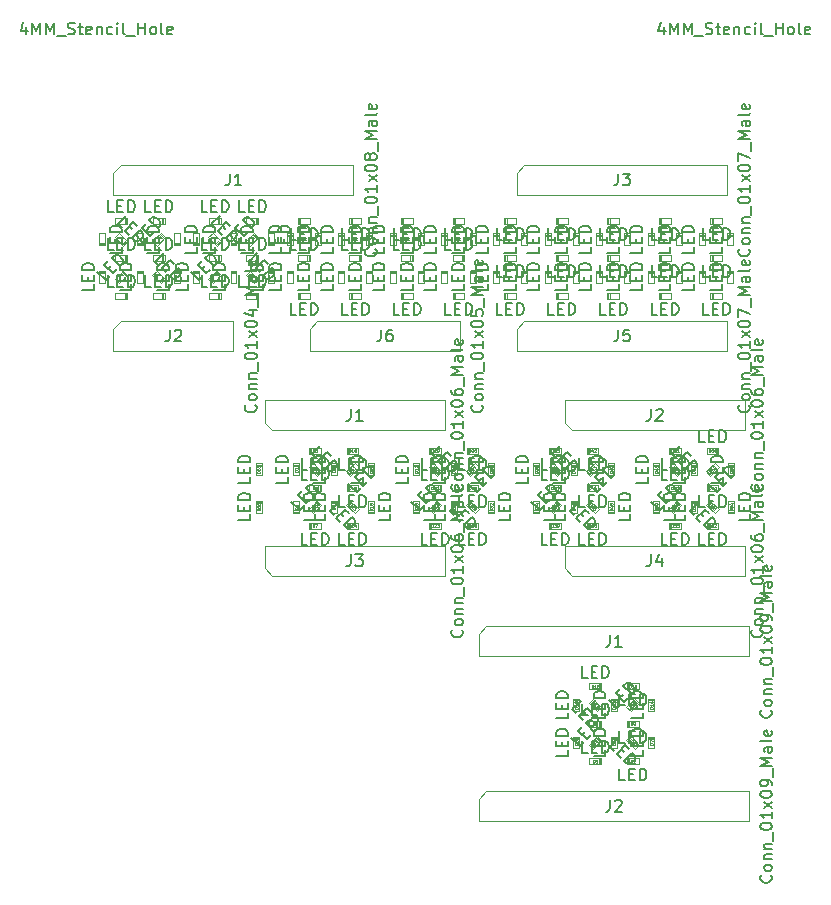
<source format=gbr>
G04 #@! TF.GenerationSoftware,KiCad,Pcbnew,(5.1.9)-1*
G04 #@! TF.CreationDate,2021-05-14T22:38:37-04:00*
G04 #@! TF.ProjectId,PanelizedDisplays,50616e65-6c69-47a6-9564-446973706c61,rev?*
G04 #@! TF.SameCoordinates,Original*
G04 #@! TF.FileFunction,Other,Fab,Top*
%FSLAX46Y46*%
G04 Gerber Fmt 4.6, Leading zero omitted, Abs format (unit mm)*
G04 Created by KiCad (PCBNEW (5.1.9)-1) date 2021-05-14 22:38:37*
%MOMM*%
%LPD*%
G01*
G04 APERTURE LIST*
%ADD10C,0.100000*%
%ADD11C,0.150000*%
%ADD12C,0.040000*%
G04 APERTURE END LIST*
D10*
X120272000Y-133005500D02*
X120772000Y-133005500D01*
X120772000Y-133005500D02*
X120772000Y-134005500D01*
X120772000Y-134005500D02*
X120272000Y-134005500D01*
X120272000Y-134005500D02*
X120272000Y-133005500D01*
X120272000Y-133105500D02*
X120772000Y-133105500D01*
X120272000Y-133205500D02*
X120772000Y-133205500D01*
X135130500Y-143349500D02*
X112270500Y-143349500D01*
X135130500Y-140809500D02*
X135130500Y-143349500D01*
X112905500Y-140809500D02*
X135130500Y-140809500D01*
X112270500Y-141444500D02*
X112905500Y-140809500D01*
X112270500Y-143349500D02*
X112270500Y-141444500D01*
X135130500Y-129379500D02*
X112270500Y-129379500D01*
X135130500Y-126839500D02*
X135130500Y-129379500D01*
X112905500Y-126839500D02*
X135130500Y-126839500D01*
X112270500Y-127474500D02*
X112905500Y-126839500D01*
X112270500Y-129379500D02*
X112270500Y-127474500D01*
X124784500Y-132168000D02*
X124784500Y-131668000D01*
X124784500Y-131668000D02*
X125784500Y-131668000D01*
X125784500Y-131668000D02*
X125784500Y-132168000D01*
X125784500Y-132168000D02*
X124784500Y-132168000D01*
X124884500Y-132168000D02*
X124884500Y-131668000D01*
X124984500Y-132168000D02*
X124984500Y-131668000D01*
X126622000Y-133005500D02*
X127122000Y-133005500D01*
X127122000Y-133005500D02*
X127122000Y-134005500D01*
X127122000Y-134005500D02*
X126622000Y-134005500D01*
X126622000Y-134005500D02*
X126622000Y-133005500D01*
X126622000Y-133105500D02*
X127122000Y-133105500D01*
X126622000Y-133205500D02*
X127122000Y-133205500D01*
X125319855Y-133116591D02*
X125673409Y-133470145D01*
X125390566Y-133045881D02*
X125744119Y-133399434D01*
X124754170Y-133682277D02*
X125461277Y-132975170D01*
X125107723Y-134035830D02*
X124754170Y-133682277D01*
X125814830Y-133328723D02*
X125107723Y-134035830D01*
X125461277Y-132975170D02*
X125814830Y-133328723D01*
X124784500Y-138518000D02*
X124784500Y-138018000D01*
X124784500Y-138018000D02*
X125784500Y-138018000D01*
X125784500Y-138018000D02*
X125784500Y-138518000D01*
X125784500Y-138518000D02*
X124784500Y-138518000D01*
X124884500Y-138518000D02*
X124884500Y-138018000D01*
X124984500Y-138518000D02*
X124984500Y-138018000D01*
X124754170Y-136503723D02*
X125107723Y-136150170D01*
X125107723Y-136150170D02*
X125814830Y-136857277D01*
X125814830Y-136857277D02*
X125461277Y-137210830D01*
X125461277Y-137210830D02*
X124754170Y-136503723D01*
X124824881Y-136574434D02*
X125178434Y-136220881D01*
X124895591Y-136645145D02*
X125249145Y-136291591D01*
X122286277Y-136150170D02*
X122639830Y-136503723D01*
X122639830Y-136503723D02*
X121932723Y-137210830D01*
X121932723Y-137210830D02*
X121579170Y-136857277D01*
X121579170Y-136857277D02*
X122286277Y-136150170D01*
X122215566Y-136220881D02*
X122569119Y-136574434D01*
X122144855Y-136291591D02*
X122498409Y-136645145D01*
X121720591Y-133470145D02*
X122074145Y-133116591D01*
X121649881Y-133399434D02*
X122003434Y-133045881D01*
X122286277Y-134035830D02*
X121579170Y-133328723D01*
X122639830Y-133682277D02*
X122286277Y-134035830D01*
X121932723Y-132975170D02*
X122639830Y-133682277D01*
X121579170Y-133328723D02*
X121932723Y-132975170D01*
X122609500Y-134843000D02*
X122609500Y-135343000D01*
X122609500Y-135343000D02*
X121609500Y-135343000D01*
X121609500Y-135343000D02*
X121609500Y-134843000D01*
X121609500Y-134843000D02*
X122609500Y-134843000D01*
X122509500Y-134843000D02*
X122509500Y-135343000D01*
X122409500Y-134843000D02*
X122409500Y-135343000D01*
X122609500Y-138018000D02*
X122609500Y-138518000D01*
X122609500Y-138518000D02*
X121609500Y-138518000D01*
X121609500Y-138518000D02*
X121609500Y-138018000D01*
X121609500Y-138018000D02*
X122609500Y-138018000D01*
X122509500Y-138018000D02*
X122509500Y-138518000D01*
X122409500Y-138018000D02*
X122409500Y-138518000D01*
X123447000Y-133005500D02*
X123947000Y-133005500D01*
X123947000Y-133005500D02*
X123947000Y-134005500D01*
X123947000Y-134005500D02*
X123447000Y-134005500D01*
X123447000Y-134005500D02*
X123447000Y-133005500D01*
X123447000Y-133105500D02*
X123947000Y-133105500D01*
X123447000Y-133205500D02*
X123947000Y-133205500D01*
X124784500Y-135343000D02*
X124784500Y-134843000D01*
X124784500Y-134843000D02*
X125784500Y-134843000D01*
X125784500Y-134843000D02*
X125784500Y-135343000D01*
X125784500Y-135343000D02*
X124784500Y-135343000D01*
X124884500Y-135343000D02*
X124884500Y-134843000D01*
X124984500Y-135343000D02*
X124984500Y-134843000D01*
X123447000Y-136380500D02*
X123947000Y-136380500D01*
X123447000Y-136280500D02*
X123947000Y-136280500D01*
X123447000Y-137180500D02*
X123447000Y-136180500D01*
X123947000Y-137180500D02*
X123447000Y-137180500D01*
X123947000Y-136180500D02*
X123947000Y-137180500D01*
X123447000Y-136180500D02*
X123947000Y-136180500D01*
X120272000Y-136380500D02*
X120772000Y-136380500D01*
X120272000Y-136280500D02*
X120772000Y-136280500D01*
X120272000Y-137180500D02*
X120272000Y-136180500D01*
X120772000Y-137180500D02*
X120272000Y-137180500D01*
X120772000Y-136180500D02*
X120772000Y-137180500D01*
X120272000Y-136180500D02*
X120772000Y-136180500D01*
X122409500Y-131668000D02*
X122409500Y-132168000D01*
X122509500Y-131668000D02*
X122509500Y-132168000D01*
X121609500Y-131668000D02*
X122609500Y-131668000D01*
X121609500Y-132168000D02*
X121609500Y-131668000D01*
X122609500Y-132168000D02*
X121609500Y-132168000D01*
X122609500Y-131668000D02*
X122609500Y-132168000D01*
X126622000Y-136380500D02*
X127122000Y-136380500D01*
X126622000Y-136280500D02*
X127122000Y-136280500D01*
X126622000Y-137180500D02*
X126622000Y-136180500D01*
X127122000Y-137180500D02*
X126622000Y-137180500D01*
X127122000Y-136180500D02*
X127122000Y-137180500D01*
X126622000Y-136180500D02*
X127122000Y-136180500D01*
X110663000Y-103532000D02*
X97963000Y-103532000D01*
X110663000Y-100992000D02*
X110663000Y-103532000D01*
X98598000Y-100992000D02*
X110663000Y-100992000D01*
X97963000Y-101627000D02*
X98598000Y-100992000D01*
X97963000Y-103532000D02*
X97963000Y-101627000D01*
X133269000Y-103532000D02*
X115489000Y-103532000D01*
X133269000Y-100992000D02*
X133269000Y-103532000D01*
X116124000Y-100992000D02*
X133269000Y-100992000D01*
X115489000Y-101627000D02*
X116124000Y-100992000D01*
X115489000Y-103532000D02*
X115489000Y-101627000D01*
X133269000Y-90324000D02*
X115489000Y-90324000D01*
X133269000Y-87784000D02*
X133269000Y-90324000D01*
X116124000Y-87784000D02*
X133269000Y-87784000D01*
X115489000Y-88419000D02*
X116124000Y-87784000D01*
X115489000Y-90324000D02*
X115489000Y-88419000D01*
X91486000Y-103532000D02*
X81326000Y-103532000D01*
X91486000Y-100992000D02*
X91486000Y-103532000D01*
X81961000Y-100992000D02*
X91486000Y-100992000D01*
X81326000Y-101627000D02*
X81961000Y-100992000D01*
X81326000Y-103532000D02*
X81326000Y-101627000D01*
X101646000Y-90324000D02*
X81326000Y-90324000D01*
X101646000Y-87784000D02*
X101646000Y-90324000D01*
X81961000Y-87784000D02*
X101646000Y-87784000D01*
X81326000Y-88419000D02*
X81961000Y-87784000D01*
X81326000Y-90324000D02*
X81326000Y-88419000D01*
X91736000Y-94377500D02*
X91236000Y-94377500D01*
X91736000Y-94477500D02*
X91236000Y-94477500D01*
X91736000Y-93577500D02*
X91736000Y-94577500D01*
X91236000Y-93577500D02*
X91736000Y-93577500D01*
X91236000Y-94577500D02*
X91236000Y-93577500D01*
X91736000Y-94577500D02*
X91236000Y-94577500D01*
X93373500Y-92240000D02*
X93373500Y-92740000D01*
X93473500Y-92240000D02*
X93473500Y-92740000D01*
X92573500Y-92240000D02*
X93573500Y-92240000D01*
X92573500Y-92740000D02*
X92573500Y-92240000D01*
X93573500Y-92740000D02*
X92573500Y-92740000D01*
X93573500Y-92240000D02*
X93573500Y-92740000D01*
X90198500Y-98590000D02*
X90198500Y-99090000D01*
X90298500Y-98590000D02*
X90298500Y-99090000D01*
X89398500Y-98590000D02*
X90398500Y-98590000D01*
X89398500Y-99090000D02*
X89398500Y-98590000D01*
X90398500Y-99090000D02*
X89398500Y-99090000D01*
X90398500Y-98590000D02*
X90398500Y-99090000D01*
X89933855Y-96863591D02*
X90287409Y-97217145D01*
X90004566Y-96792881D02*
X90358119Y-97146434D01*
X89368170Y-97429277D02*
X90075277Y-96722170D01*
X89721723Y-97782830D02*
X89368170Y-97429277D01*
X90428830Y-97075723D02*
X89721723Y-97782830D01*
X90075277Y-96722170D02*
X90428830Y-97075723D01*
X93373500Y-95415000D02*
X93373500Y-95915000D01*
X93473500Y-95415000D02*
X93473500Y-95915000D01*
X92573500Y-95415000D02*
X93573500Y-95415000D01*
X92573500Y-95915000D02*
X92573500Y-95415000D01*
X93573500Y-95915000D02*
X92573500Y-95915000D01*
X93573500Y-95415000D02*
X93573500Y-95915000D01*
X93462409Y-97287855D02*
X93108855Y-97641409D01*
X93533119Y-97358566D02*
X93179566Y-97712119D01*
X92896723Y-96722170D02*
X93603830Y-97429277D01*
X92543170Y-97075723D02*
X92896723Y-96722170D01*
X93250277Y-97782830D02*
X92543170Y-97075723D01*
X93603830Y-97429277D02*
X93250277Y-97782830D01*
X93108855Y-93688591D02*
X93462409Y-94042145D01*
X93179566Y-93617881D02*
X93533119Y-93971434D01*
X92543170Y-94254277D02*
X93250277Y-93547170D01*
X92896723Y-94607830D02*
X92543170Y-94254277D01*
X93603830Y-93900723D02*
X92896723Y-94607830D01*
X93250277Y-93547170D02*
X93603830Y-93900723D01*
X93373500Y-98590000D02*
X93373500Y-99090000D01*
X93473500Y-98590000D02*
X93473500Y-99090000D01*
X92573500Y-98590000D02*
X93573500Y-98590000D01*
X92573500Y-99090000D02*
X92573500Y-98590000D01*
X93573500Y-99090000D02*
X92573500Y-99090000D01*
X93573500Y-98590000D02*
X93573500Y-99090000D01*
X94911000Y-94377500D02*
X94411000Y-94377500D01*
X94911000Y-94477500D02*
X94411000Y-94477500D01*
X94911000Y-93577500D02*
X94911000Y-94577500D01*
X94411000Y-93577500D02*
X94911000Y-93577500D01*
X94411000Y-94577500D02*
X94411000Y-93577500D01*
X94911000Y-94577500D02*
X94411000Y-94577500D01*
X91236000Y-96952500D02*
X91736000Y-96952500D01*
X91236000Y-96852500D02*
X91736000Y-96852500D01*
X91236000Y-97752500D02*
X91236000Y-96752500D01*
X91736000Y-97752500D02*
X91236000Y-97752500D01*
X91736000Y-96752500D02*
X91736000Y-97752500D01*
X91236000Y-96752500D02*
X91736000Y-96752500D01*
X94411000Y-96952500D02*
X94911000Y-96952500D01*
X94411000Y-96852500D02*
X94911000Y-96852500D01*
X94411000Y-97752500D02*
X94411000Y-96752500D01*
X94911000Y-97752500D02*
X94411000Y-97752500D01*
X94911000Y-96752500D02*
X94911000Y-97752500D01*
X94411000Y-96752500D02*
X94911000Y-96752500D01*
X88561000Y-94377500D02*
X88061000Y-94377500D01*
X88561000Y-94477500D02*
X88061000Y-94477500D01*
X88561000Y-93577500D02*
X88561000Y-94577500D01*
X88061000Y-93577500D02*
X88561000Y-93577500D01*
X88061000Y-94577500D02*
X88061000Y-93577500D01*
X88561000Y-94577500D02*
X88061000Y-94577500D01*
X90198500Y-92240000D02*
X90198500Y-92740000D01*
X90298500Y-92240000D02*
X90298500Y-92740000D01*
X89398500Y-92240000D02*
X90398500Y-92240000D01*
X89398500Y-92740000D02*
X89398500Y-92240000D01*
X90398500Y-92740000D02*
X89398500Y-92740000D01*
X90398500Y-92240000D02*
X90398500Y-92740000D01*
X90198500Y-95415000D02*
X90198500Y-95915000D01*
X90298500Y-95415000D02*
X90298500Y-95915000D01*
X89398500Y-95415000D02*
X90398500Y-95415000D01*
X89398500Y-95915000D02*
X89398500Y-95415000D01*
X90398500Y-95915000D02*
X89398500Y-95915000D01*
X90398500Y-95415000D02*
X90398500Y-95915000D01*
X90287409Y-94112855D02*
X89933855Y-94466409D01*
X90358119Y-94183566D02*
X90004566Y-94537119D01*
X89721723Y-93547170D02*
X90428830Y-94254277D01*
X89368170Y-93900723D02*
X89721723Y-93547170D01*
X90075277Y-94607830D02*
X89368170Y-93900723D01*
X90428830Y-94254277D02*
X90075277Y-94607830D01*
X88061000Y-96952500D02*
X88561000Y-96952500D01*
X88061000Y-96852500D02*
X88561000Y-96852500D01*
X88061000Y-97752500D02*
X88061000Y-96752500D01*
X88561000Y-97752500D02*
X88061000Y-97752500D01*
X88561000Y-96752500D02*
X88561000Y-97752500D01*
X88061000Y-96752500D02*
X88561000Y-96752500D01*
X85185355Y-93688091D02*
X85538909Y-94041645D01*
X85256066Y-93617381D02*
X85609619Y-93970934D01*
X84619670Y-94253777D02*
X85326777Y-93546670D01*
X84973223Y-94607330D02*
X84619670Y-94253777D01*
X85680330Y-93900223D02*
X84973223Y-94607330D01*
X85326777Y-93546670D02*
X85680330Y-93900223D01*
X82363909Y-94112355D02*
X82010355Y-94465909D01*
X82434619Y-94183066D02*
X82081066Y-94536619D01*
X81798223Y-93546670D02*
X82505330Y-94253777D01*
X81444670Y-93900223D02*
X81798223Y-93546670D01*
X82151777Y-94607330D02*
X81444670Y-93900223D01*
X82505330Y-94253777D02*
X82151777Y-94607330D01*
X85538909Y-97287355D02*
X85185355Y-97640909D01*
X85609619Y-97358066D02*
X85256066Y-97711619D01*
X84973223Y-96721670D02*
X85680330Y-97428777D01*
X84619670Y-97075223D02*
X84973223Y-96721670D01*
X85326777Y-97782330D02*
X84619670Y-97075223D01*
X85680330Y-97428777D02*
X85326777Y-97782330D01*
X85450000Y-92239500D02*
X85450000Y-92739500D01*
X85550000Y-92239500D02*
X85550000Y-92739500D01*
X84650000Y-92239500D02*
X85650000Y-92239500D01*
X84650000Y-92739500D02*
X84650000Y-92239500D01*
X85650000Y-92739500D02*
X84650000Y-92739500D01*
X85650000Y-92239500D02*
X85650000Y-92739500D01*
X85450000Y-95414500D02*
X85450000Y-95914500D01*
X85550000Y-95414500D02*
X85550000Y-95914500D01*
X84650000Y-95414500D02*
X85650000Y-95414500D01*
X84650000Y-95914500D02*
X84650000Y-95414500D01*
X85650000Y-95914500D02*
X84650000Y-95914500D01*
X85650000Y-95414500D02*
X85650000Y-95914500D01*
X83312500Y-96952000D02*
X83812500Y-96952000D01*
X83312500Y-96852000D02*
X83812500Y-96852000D01*
X83312500Y-97752000D02*
X83312500Y-96752000D01*
X83812500Y-97752000D02*
X83312500Y-97752000D01*
X83812500Y-96752000D02*
X83812500Y-97752000D01*
X83312500Y-96752000D02*
X83812500Y-96752000D01*
X82275000Y-95414500D02*
X82275000Y-95914500D01*
X82375000Y-95414500D02*
X82375000Y-95914500D01*
X81475000Y-95414500D02*
X82475000Y-95414500D01*
X81475000Y-95914500D02*
X81475000Y-95414500D01*
X82475000Y-95914500D02*
X81475000Y-95914500D01*
X82475000Y-95414500D02*
X82475000Y-95914500D01*
X82275000Y-98589500D02*
X82275000Y-99089500D01*
X82375000Y-98589500D02*
X82375000Y-99089500D01*
X81475000Y-98589500D02*
X82475000Y-98589500D01*
X81475000Y-99089500D02*
X81475000Y-98589500D01*
X82475000Y-99089500D02*
X81475000Y-99089500D01*
X82475000Y-98589500D02*
X82475000Y-99089500D01*
X86987500Y-94377000D02*
X86487500Y-94377000D01*
X86987500Y-94477000D02*
X86487500Y-94477000D01*
X86987500Y-93577000D02*
X86987500Y-94577000D01*
X86487500Y-93577000D02*
X86987500Y-93577000D01*
X86487500Y-94577000D02*
X86487500Y-93577000D01*
X86987500Y-94577000D02*
X86487500Y-94577000D01*
X82010355Y-96863091D02*
X82363909Y-97216645D01*
X82081066Y-96792381D02*
X82434619Y-97145934D01*
X81444670Y-97428777D02*
X82151777Y-96721670D01*
X81798223Y-97782330D02*
X81444670Y-97428777D01*
X82505330Y-97075223D02*
X81798223Y-97782330D01*
X82151777Y-96721670D02*
X82505330Y-97075223D01*
X86487500Y-96952000D02*
X86987500Y-96952000D01*
X86487500Y-96852000D02*
X86987500Y-96852000D01*
X86487500Y-97752000D02*
X86487500Y-96752000D01*
X86987500Y-97752000D02*
X86487500Y-97752000D01*
X86987500Y-96752000D02*
X86987500Y-97752000D01*
X86487500Y-96752000D02*
X86987500Y-96752000D01*
X83812500Y-94377000D02*
X83312500Y-94377000D01*
X83812500Y-94477000D02*
X83312500Y-94477000D01*
X83812500Y-93577000D02*
X83812500Y-94577000D01*
X83312500Y-93577000D02*
X83812500Y-93577000D01*
X83312500Y-94577000D02*
X83312500Y-93577000D01*
X83812500Y-94577000D02*
X83312500Y-94577000D01*
X85450000Y-98589500D02*
X85450000Y-99089500D01*
X85550000Y-98589500D02*
X85550000Y-99089500D01*
X84650000Y-98589500D02*
X85650000Y-98589500D01*
X84650000Y-99089500D02*
X84650000Y-98589500D01*
X85650000Y-99089500D02*
X84650000Y-99089500D01*
X85650000Y-98589500D02*
X85650000Y-99089500D01*
X82275000Y-92239500D02*
X82275000Y-92739500D01*
X82375000Y-92239500D02*
X82375000Y-92739500D01*
X81475000Y-92239500D02*
X82475000Y-92239500D01*
X81475000Y-92739500D02*
X81475000Y-92239500D01*
X82475000Y-92739500D02*
X81475000Y-92739500D01*
X82475000Y-92239500D02*
X82475000Y-92739500D01*
X80137500Y-96952000D02*
X80637500Y-96952000D01*
X80137500Y-96852000D02*
X80637500Y-96852000D01*
X80137500Y-97752000D02*
X80137500Y-96752000D01*
X80637500Y-97752000D02*
X80137500Y-97752000D01*
X80637500Y-96752000D02*
X80637500Y-97752000D01*
X80137500Y-96752000D02*
X80637500Y-96752000D01*
X80637500Y-94377000D02*
X80137500Y-94377000D01*
X80637500Y-94477000D02*
X80137500Y-94477000D01*
X80637500Y-93577000D02*
X80637500Y-94577000D01*
X80137500Y-93577000D02*
X80637500Y-93577000D01*
X80137500Y-94577000D02*
X80137500Y-93577000D01*
X80637500Y-94577000D02*
X80137500Y-94577000D01*
X97139125Y-92740000D02*
X97139125Y-92240000D01*
X97039125Y-92740000D02*
X97039125Y-92240000D01*
X97939125Y-92740000D02*
X96939125Y-92740000D01*
X97939125Y-92240000D02*
X97939125Y-92740000D01*
X96939125Y-92240000D02*
X97939125Y-92240000D01*
X96939125Y-92740000D02*
X96939125Y-92240000D01*
X98379750Y-93777500D02*
X98879750Y-93777500D01*
X98379750Y-93677500D02*
X98879750Y-93677500D01*
X98379750Y-94577500D02*
X98379750Y-93577500D01*
X98879750Y-94577500D02*
X98379750Y-94577500D01*
X98879750Y-93577500D02*
X98879750Y-94577500D01*
X98379750Y-93577500D02*
X98879750Y-93577500D01*
X98379750Y-96952500D02*
X98879750Y-96952500D01*
X98379750Y-96852500D02*
X98879750Y-96852500D01*
X98379750Y-97752500D02*
X98379750Y-96752500D01*
X98879750Y-97752500D02*
X98379750Y-97752500D01*
X98879750Y-96752500D02*
X98879750Y-97752500D01*
X98379750Y-96752500D02*
X98879750Y-96752500D01*
X97139125Y-99090000D02*
X97139125Y-98590000D01*
X97039125Y-99090000D02*
X97039125Y-98590000D01*
X97939125Y-99090000D02*
X96939125Y-99090000D01*
X97939125Y-98590000D02*
X97939125Y-99090000D01*
X96939125Y-98590000D02*
X97939125Y-98590000D01*
X96939125Y-99090000D02*
X96939125Y-98590000D01*
X95998500Y-96952500D02*
X96498500Y-96952500D01*
X95998500Y-96852500D02*
X96498500Y-96852500D01*
X95998500Y-97752500D02*
X95998500Y-96752500D01*
X96498500Y-97752500D02*
X95998500Y-97752500D01*
X96498500Y-96752500D02*
X96498500Y-97752500D01*
X95998500Y-96752500D02*
X96498500Y-96752500D01*
X95998500Y-93777500D02*
X96498500Y-93777500D01*
X95998500Y-93677500D02*
X96498500Y-93677500D01*
X95998500Y-94577500D02*
X95998500Y-93577500D01*
X96498500Y-94577500D02*
X95998500Y-94577500D01*
X96498500Y-93577500D02*
X96498500Y-94577500D01*
X95998500Y-93577500D02*
X96498500Y-93577500D01*
X97739125Y-95415000D02*
X97739125Y-95915000D01*
X97839125Y-95415000D02*
X97839125Y-95915000D01*
X96939125Y-95415000D02*
X97939125Y-95415000D01*
X96939125Y-95915000D02*
X96939125Y-95415000D01*
X97939125Y-95915000D02*
X96939125Y-95915000D01*
X97939125Y-95415000D02*
X97939125Y-95915000D01*
X101504750Y-92740000D02*
X101504750Y-92240000D01*
X101404750Y-92740000D02*
X101404750Y-92240000D01*
X102304750Y-92740000D02*
X101304750Y-92740000D01*
X102304750Y-92240000D02*
X102304750Y-92740000D01*
X101304750Y-92240000D02*
X102304750Y-92240000D01*
X101304750Y-92740000D02*
X101304750Y-92240000D01*
X102745375Y-93777500D02*
X103245375Y-93777500D01*
X102745375Y-93677500D02*
X103245375Y-93677500D01*
X102745375Y-94577500D02*
X102745375Y-93577500D01*
X103245375Y-94577500D02*
X102745375Y-94577500D01*
X103245375Y-93577500D02*
X103245375Y-94577500D01*
X102745375Y-93577500D02*
X103245375Y-93577500D01*
X102745375Y-96952500D02*
X103245375Y-96952500D01*
X102745375Y-96852500D02*
X103245375Y-96852500D01*
X102745375Y-97752500D02*
X102745375Y-96752500D01*
X103245375Y-97752500D02*
X102745375Y-97752500D01*
X103245375Y-96752500D02*
X103245375Y-97752500D01*
X102745375Y-96752500D02*
X103245375Y-96752500D01*
X101504750Y-99090000D02*
X101504750Y-98590000D01*
X101404750Y-99090000D02*
X101404750Y-98590000D01*
X102304750Y-99090000D02*
X101304750Y-99090000D01*
X102304750Y-98590000D02*
X102304750Y-99090000D01*
X101304750Y-98590000D02*
X102304750Y-98590000D01*
X101304750Y-99090000D02*
X101304750Y-98590000D01*
X100364125Y-96952500D02*
X100864125Y-96952500D01*
X100364125Y-96852500D02*
X100864125Y-96852500D01*
X100364125Y-97752500D02*
X100364125Y-96752500D01*
X100864125Y-97752500D02*
X100364125Y-97752500D01*
X100864125Y-96752500D02*
X100864125Y-97752500D01*
X100364125Y-96752500D02*
X100864125Y-96752500D01*
X100364125Y-93777500D02*
X100864125Y-93777500D01*
X100364125Y-93677500D02*
X100864125Y-93677500D01*
X100364125Y-94577500D02*
X100364125Y-93577500D01*
X100864125Y-94577500D02*
X100364125Y-94577500D01*
X100864125Y-93577500D02*
X100864125Y-94577500D01*
X100364125Y-93577500D02*
X100864125Y-93577500D01*
X102104750Y-95415000D02*
X102104750Y-95915000D01*
X102204750Y-95415000D02*
X102204750Y-95915000D01*
X101304750Y-95415000D02*
X102304750Y-95415000D01*
X101304750Y-95915000D02*
X101304750Y-95415000D01*
X102304750Y-95915000D02*
X101304750Y-95915000D01*
X102304750Y-95415000D02*
X102304750Y-95915000D01*
X105870375Y-92740000D02*
X105870375Y-92240000D01*
X105770375Y-92740000D02*
X105770375Y-92240000D01*
X106670375Y-92740000D02*
X105670375Y-92740000D01*
X106670375Y-92240000D02*
X106670375Y-92740000D01*
X105670375Y-92240000D02*
X106670375Y-92240000D01*
X105670375Y-92740000D02*
X105670375Y-92240000D01*
X107111000Y-93777500D02*
X107611000Y-93777500D01*
X107111000Y-93677500D02*
X107611000Y-93677500D01*
X107111000Y-94577500D02*
X107111000Y-93577500D01*
X107611000Y-94577500D02*
X107111000Y-94577500D01*
X107611000Y-93577500D02*
X107611000Y-94577500D01*
X107111000Y-93577500D02*
X107611000Y-93577500D01*
X107111000Y-96952500D02*
X107611000Y-96952500D01*
X107111000Y-96852500D02*
X107611000Y-96852500D01*
X107111000Y-97752500D02*
X107111000Y-96752500D01*
X107611000Y-97752500D02*
X107111000Y-97752500D01*
X107611000Y-96752500D02*
X107611000Y-97752500D01*
X107111000Y-96752500D02*
X107611000Y-96752500D01*
X105870375Y-99090000D02*
X105870375Y-98590000D01*
X105770375Y-99090000D02*
X105770375Y-98590000D01*
X106670375Y-99090000D02*
X105670375Y-99090000D01*
X106670375Y-98590000D02*
X106670375Y-99090000D01*
X105670375Y-98590000D02*
X106670375Y-98590000D01*
X105670375Y-99090000D02*
X105670375Y-98590000D01*
X104729750Y-96952500D02*
X105229750Y-96952500D01*
X104729750Y-96852500D02*
X105229750Y-96852500D01*
X104729750Y-97752500D02*
X104729750Y-96752500D01*
X105229750Y-97752500D02*
X104729750Y-97752500D01*
X105229750Y-96752500D02*
X105229750Y-97752500D01*
X104729750Y-96752500D02*
X105229750Y-96752500D01*
X104729750Y-93777500D02*
X105229750Y-93777500D01*
X104729750Y-93677500D02*
X105229750Y-93677500D01*
X104729750Y-94577500D02*
X104729750Y-93577500D01*
X105229750Y-94577500D02*
X104729750Y-94577500D01*
X105229750Y-93577500D02*
X105229750Y-94577500D01*
X104729750Y-93577500D02*
X105229750Y-93577500D01*
X106470375Y-95415000D02*
X106470375Y-95915000D01*
X106570375Y-95415000D02*
X106570375Y-95915000D01*
X105670375Y-95415000D02*
X106670375Y-95415000D01*
X105670375Y-95915000D02*
X105670375Y-95415000D01*
X106670375Y-95915000D02*
X105670375Y-95915000D01*
X106670375Y-95415000D02*
X106670375Y-95915000D01*
X110236000Y-92740000D02*
X110236000Y-92240000D01*
X110136000Y-92740000D02*
X110136000Y-92240000D01*
X111036000Y-92740000D02*
X110036000Y-92740000D01*
X111036000Y-92240000D02*
X111036000Y-92740000D01*
X110036000Y-92240000D02*
X111036000Y-92240000D01*
X110036000Y-92740000D02*
X110036000Y-92240000D01*
X111476625Y-93777500D02*
X111976625Y-93777500D01*
X111476625Y-93677500D02*
X111976625Y-93677500D01*
X111476625Y-94577500D02*
X111476625Y-93577500D01*
X111976625Y-94577500D02*
X111476625Y-94577500D01*
X111976625Y-93577500D02*
X111976625Y-94577500D01*
X111476625Y-93577500D02*
X111976625Y-93577500D01*
X111476625Y-96952500D02*
X111976625Y-96952500D01*
X111476625Y-96852500D02*
X111976625Y-96852500D01*
X111476625Y-97752500D02*
X111476625Y-96752500D01*
X111976625Y-97752500D02*
X111476625Y-97752500D01*
X111976625Y-96752500D02*
X111976625Y-97752500D01*
X111476625Y-96752500D02*
X111976625Y-96752500D01*
X110236000Y-99090000D02*
X110236000Y-98590000D01*
X110136000Y-99090000D02*
X110136000Y-98590000D01*
X111036000Y-99090000D02*
X110036000Y-99090000D01*
X111036000Y-98590000D02*
X111036000Y-99090000D01*
X110036000Y-98590000D02*
X111036000Y-98590000D01*
X110036000Y-99090000D02*
X110036000Y-98590000D01*
X109095375Y-96952500D02*
X109595375Y-96952500D01*
X109095375Y-96852500D02*
X109595375Y-96852500D01*
X109095375Y-97752500D02*
X109095375Y-96752500D01*
X109595375Y-97752500D02*
X109095375Y-97752500D01*
X109595375Y-96752500D02*
X109595375Y-97752500D01*
X109095375Y-96752500D02*
X109595375Y-96752500D01*
X109095375Y-93777500D02*
X109595375Y-93777500D01*
X109095375Y-93677500D02*
X109595375Y-93677500D01*
X109095375Y-94577500D02*
X109095375Y-93577500D01*
X109595375Y-94577500D02*
X109095375Y-94577500D01*
X109595375Y-93577500D02*
X109595375Y-94577500D01*
X109095375Y-93577500D02*
X109595375Y-93577500D01*
X110836000Y-95415000D02*
X110836000Y-95915000D01*
X110936000Y-95415000D02*
X110936000Y-95915000D01*
X110036000Y-95415000D02*
X111036000Y-95415000D01*
X110036000Y-95915000D02*
X110036000Y-95415000D01*
X111036000Y-95915000D02*
X110036000Y-95915000D01*
X111036000Y-95415000D02*
X111036000Y-95915000D01*
X114601625Y-92740000D02*
X114601625Y-92240000D01*
X114501625Y-92740000D02*
X114501625Y-92240000D01*
X115401625Y-92740000D02*
X114401625Y-92740000D01*
X115401625Y-92240000D02*
X115401625Y-92740000D01*
X114401625Y-92240000D02*
X115401625Y-92240000D01*
X114401625Y-92740000D02*
X114401625Y-92240000D01*
X115842250Y-93777500D02*
X116342250Y-93777500D01*
X115842250Y-93677500D02*
X116342250Y-93677500D01*
X115842250Y-94577500D02*
X115842250Y-93577500D01*
X116342250Y-94577500D02*
X115842250Y-94577500D01*
X116342250Y-93577500D02*
X116342250Y-94577500D01*
X115842250Y-93577500D02*
X116342250Y-93577500D01*
X115842250Y-96952500D02*
X116342250Y-96952500D01*
X115842250Y-96852500D02*
X116342250Y-96852500D01*
X115842250Y-97752500D02*
X115842250Y-96752500D01*
X116342250Y-97752500D02*
X115842250Y-97752500D01*
X116342250Y-96752500D02*
X116342250Y-97752500D01*
X115842250Y-96752500D02*
X116342250Y-96752500D01*
X114601625Y-99090000D02*
X114601625Y-98590000D01*
X114501625Y-99090000D02*
X114501625Y-98590000D01*
X115401625Y-99090000D02*
X114401625Y-99090000D01*
X115401625Y-98590000D02*
X115401625Y-99090000D01*
X114401625Y-98590000D02*
X115401625Y-98590000D01*
X114401625Y-99090000D02*
X114401625Y-98590000D01*
X113461000Y-96952500D02*
X113961000Y-96952500D01*
X113461000Y-96852500D02*
X113961000Y-96852500D01*
X113461000Y-97752500D02*
X113461000Y-96752500D01*
X113961000Y-97752500D02*
X113461000Y-97752500D01*
X113961000Y-96752500D02*
X113961000Y-97752500D01*
X113461000Y-96752500D02*
X113961000Y-96752500D01*
X113461000Y-93777500D02*
X113961000Y-93777500D01*
X113461000Y-93677500D02*
X113961000Y-93677500D01*
X113461000Y-94577500D02*
X113461000Y-93577500D01*
X113961000Y-94577500D02*
X113461000Y-94577500D01*
X113961000Y-93577500D02*
X113961000Y-94577500D01*
X113461000Y-93577500D02*
X113961000Y-93577500D01*
X114601625Y-95915000D02*
X114601625Y-95415000D01*
X114501625Y-95915000D02*
X114501625Y-95415000D01*
X115401625Y-95915000D02*
X114401625Y-95915000D01*
X115401625Y-95415000D02*
X115401625Y-95915000D01*
X114401625Y-95415000D02*
X115401625Y-95415000D01*
X114401625Y-95915000D02*
X114401625Y-95415000D01*
X118967250Y-92740000D02*
X118967250Y-92240000D01*
X118867250Y-92740000D02*
X118867250Y-92240000D01*
X119767250Y-92740000D02*
X118767250Y-92740000D01*
X119767250Y-92240000D02*
X119767250Y-92740000D01*
X118767250Y-92240000D02*
X119767250Y-92240000D01*
X118767250Y-92740000D02*
X118767250Y-92240000D01*
X120207875Y-93777500D02*
X120707875Y-93777500D01*
X120207875Y-93677500D02*
X120707875Y-93677500D01*
X120207875Y-94577500D02*
X120207875Y-93577500D01*
X120707875Y-94577500D02*
X120207875Y-94577500D01*
X120707875Y-93577500D02*
X120707875Y-94577500D01*
X120207875Y-93577500D02*
X120707875Y-93577500D01*
X120207875Y-96952500D02*
X120707875Y-96952500D01*
X120207875Y-96852500D02*
X120707875Y-96852500D01*
X120207875Y-97752500D02*
X120207875Y-96752500D01*
X120707875Y-97752500D02*
X120207875Y-97752500D01*
X120707875Y-96752500D02*
X120707875Y-97752500D01*
X120207875Y-96752500D02*
X120707875Y-96752500D01*
X118967250Y-99090000D02*
X118967250Y-98590000D01*
X118867250Y-99090000D02*
X118867250Y-98590000D01*
X119767250Y-99090000D02*
X118767250Y-99090000D01*
X119767250Y-98590000D02*
X119767250Y-99090000D01*
X118767250Y-98590000D02*
X119767250Y-98590000D01*
X118767250Y-99090000D02*
X118767250Y-98590000D01*
X117826625Y-96952500D02*
X118326625Y-96952500D01*
X117826625Y-96852500D02*
X118326625Y-96852500D01*
X117826625Y-97752500D02*
X117826625Y-96752500D01*
X118326625Y-97752500D02*
X117826625Y-97752500D01*
X118326625Y-96752500D02*
X118326625Y-97752500D01*
X117826625Y-96752500D02*
X118326625Y-96752500D01*
X117826625Y-93777500D02*
X118326625Y-93777500D01*
X117826625Y-93677500D02*
X118326625Y-93677500D01*
X117826625Y-94577500D02*
X117826625Y-93577500D01*
X118326625Y-94577500D02*
X117826625Y-94577500D01*
X118326625Y-93577500D02*
X118326625Y-94577500D01*
X117826625Y-93577500D02*
X118326625Y-93577500D01*
X118967250Y-95915000D02*
X118967250Y-95415000D01*
X118867250Y-95915000D02*
X118867250Y-95415000D01*
X119767250Y-95915000D02*
X118767250Y-95915000D01*
X119767250Y-95415000D02*
X119767250Y-95915000D01*
X118767250Y-95415000D02*
X119767250Y-95415000D01*
X118767250Y-95915000D02*
X118767250Y-95415000D01*
X123332875Y-92740000D02*
X123332875Y-92240000D01*
X123232875Y-92740000D02*
X123232875Y-92240000D01*
X124132875Y-92740000D02*
X123132875Y-92740000D01*
X124132875Y-92240000D02*
X124132875Y-92740000D01*
X123132875Y-92240000D02*
X124132875Y-92240000D01*
X123132875Y-92740000D02*
X123132875Y-92240000D01*
X124573500Y-93777500D02*
X125073500Y-93777500D01*
X124573500Y-93677500D02*
X125073500Y-93677500D01*
X124573500Y-94577500D02*
X124573500Y-93577500D01*
X125073500Y-94577500D02*
X124573500Y-94577500D01*
X125073500Y-93577500D02*
X125073500Y-94577500D01*
X124573500Y-93577500D02*
X125073500Y-93577500D01*
X124573500Y-96952500D02*
X125073500Y-96952500D01*
X124573500Y-96852500D02*
X125073500Y-96852500D01*
X124573500Y-97752500D02*
X124573500Y-96752500D01*
X125073500Y-97752500D02*
X124573500Y-97752500D01*
X125073500Y-96752500D02*
X125073500Y-97752500D01*
X124573500Y-96752500D02*
X125073500Y-96752500D01*
X123332875Y-99090000D02*
X123332875Y-98590000D01*
X123232875Y-99090000D02*
X123232875Y-98590000D01*
X124132875Y-99090000D02*
X123132875Y-99090000D01*
X124132875Y-98590000D02*
X124132875Y-99090000D01*
X123132875Y-98590000D02*
X124132875Y-98590000D01*
X123132875Y-99090000D02*
X123132875Y-98590000D01*
X122192250Y-96952500D02*
X122692250Y-96952500D01*
X122192250Y-96852500D02*
X122692250Y-96852500D01*
X122192250Y-97752500D02*
X122192250Y-96752500D01*
X122692250Y-97752500D02*
X122192250Y-97752500D01*
X122692250Y-96752500D02*
X122692250Y-97752500D01*
X122192250Y-96752500D02*
X122692250Y-96752500D01*
X122192250Y-93777500D02*
X122692250Y-93777500D01*
X122192250Y-93677500D02*
X122692250Y-93677500D01*
X122192250Y-94577500D02*
X122192250Y-93577500D01*
X122692250Y-94577500D02*
X122192250Y-94577500D01*
X122692250Y-93577500D02*
X122692250Y-94577500D01*
X122192250Y-93577500D02*
X122692250Y-93577500D01*
X123332875Y-95915000D02*
X123332875Y-95415000D01*
X123232875Y-95915000D02*
X123232875Y-95415000D01*
X124132875Y-95915000D02*
X123132875Y-95915000D01*
X124132875Y-95415000D02*
X124132875Y-95915000D01*
X123132875Y-95415000D02*
X124132875Y-95415000D01*
X123132875Y-95915000D02*
X123132875Y-95415000D01*
X127698500Y-92740000D02*
X127698500Y-92240000D01*
X127598500Y-92740000D02*
X127598500Y-92240000D01*
X128498500Y-92740000D02*
X127498500Y-92740000D01*
X128498500Y-92240000D02*
X128498500Y-92740000D01*
X127498500Y-92240000D02*
X128498500Y-92240000D01*
X127498500Y-92740000D02*
X127498500Y-92240000D01*
X128939125Y-93777500D02*
X129439125Y-93777500D01*
X128939125Y-93677500D02*
X129439125Y-93677500D01*
X128939125Y-94577500D02*
X128939125Y-93577500D01*
X129439125Y-94577500D02*
X128939125Y-94577500D01*
X129439125Y-93577500D02*
X129439125Y-94577500D01*
X128939125Y-93577500D02*
X129439125Y-93577500D01*
X128939125Y-96952500D02*
X129439125Y-96952500D01*
X128939125Y-96852500D02*
X129439125Y-96852500D01*
X128939125Y-97752500D02*
X128939125Y-96752500D01*
X129439125Y-97752500D02*
X128939125Y-97752500D01*
X129439125Y-96752500D02*
X129439125Y-97752500D01*
X128939125Y-96752500D02*
X129439125Y-96752500D01*
X127698500Y-99090000D02*
X127698500Y-98590000D01*
X127598500Y-99090000D02*
X127598500Y-98590000D01*
X128498500Y-99090000D02*
X127498500Y-99090000D01*
X128498500Y-98590000D02*
X128498500Y-99090000D01*
X127498500Y-98590000D02*
X128498500Y-98590000D01*
X127498500Y-99090000D02*
X127498500Y-98590000D01*
X126557875Y-96952500D02*
X127057875Y-96952500D01*
X126557875Y-96852500D02*
X127057875Y-96852500D01*
X126557875Y-97752500D02*
X126557875Y-96752500D01*
X127057875Y-97752500D02*
X126557875Y-97752500D01*
X127057875Y-96752500D02*
X127057875Y-97752500D01*
X126557875Y-96752500D02*
X127057875Y-96752500D01*
X126557875Y-93777500D02*
X127057875Y-93777500D01*
X126557875Y-93677500D02*
X127057875Y-93677500D01*
X126557875Y-94577500D02*
X126557875Y-93577500D01*
X127057875Y-94577500D02*
X126557875Y-94577500D01*
X127057875Y-93577500D02*
X127057875Y-94577500D01*
X126557875Y-93577500D02*
X127057875Y-93577500D01*
X127698500Y-95915000D02*
X127698500Y-95415000D01*
X127598500Y-95915000D02*
X127598500Y-95415000D01*
X128498500Y-95915000D02*
X127498500Y-95915000D01*
X128498500Y-95415000D02*
X128498500Y-95915000D01*
X127498500Y-95415000D02*
X128498500Y-95415000D01*
X127498500Y-95915000D02*
X127498500Y-95415000D01*
X132064125Y-92740000D02*
X132064125Y-92240000D01*
X131964125Y-92740000D02*
X131964125Y-92240000D01*
X132864125Y-92740000D02*
X131864125Y-92740000D01*
X132864125Y-92240000D02*
X132864125Y-92740000D01*
X131864125Y-92240000D02*
X132864125Y-92240000D01*
X131864125Y-92740000D02*
X131864125Y-92240000D01*
X133304750Y-93777500D02*
X133804750Y-93777500D01*
X133304750Y-93677500D02*
X133804750Y-93677500D01*
X133304750Y-94577500D02*
X133304750Y-93577500D01*
X133804750Y-94577500D02*
X133304750Y-94577500D01*
X133804750Y-93577500D02*
X133804750Y-94577500D01*
X133304750Y-93577500D02*
X133804750Y-93577500D01*
X133304750Y-96952500D02*
X133804750Y-96952500D01*
X133304750Y-96852500D02*
X133804750Y-96852500D01*
X133304750Y-97752500D02*
X133304750Y-96752500D01*
X133804750Y-97752500D02*
X133304750Y-97752500D01*
X133804750Y-96752500D02*
X133804750Y-97752500D01*
X133304750Y-96752500D02*
X133804750Y-96752500D01*
X132064125Y-99090000D02*
X132064125Y-98590000D01*
X131964125Y-99090000D02*
X131964125Y-98590000D01*
X132864125Y-99090000D02*
X131864125Y-99090000D01*
X132864125Y-98590000D02*
X132864125Y-99090000D01*
X131864125Y-98590000D02*
X132864125Y-98590000D01*
X131864125Y-99090000D02*
X131864125Y-98590000D01*
X130923500Y-96952500D02*
X131423500Y-96952500D01*
X130923500Y-96852500D02*
X131423500Y-96852500D01*
X130923500Y-97752500D02*
X130923500Y-96752500D01*
X131423500Y-97752500D02*
X130923500Y-97752500D01*
X131423500Y-96752500D02*
X131423500Y-97752500D01*
X130923500Y-96752500D02*
X131423500Y-96752500D01*
X130923500Y-93777500D02*
X131423500Y-93777500D01*
X130923500Y-93677500D02*
X131423500Y-93677500D01*
X130923500Y-94577500D02*
X130923500Y-93577500D01*
X131423500Y-94577500D02*
X130923500Y-94577500D01*
X131423500Y-93577500D02*
X131423500Y-94577500D01*
X130923500Y-93577500D02*
X131423500Y-93577500D01*
X132064125Y-95915000D02*
X132064125Y-95415000D01*
X131964125Y-95915000D02*
X131964125Y-95415000D01*
X132864125Y-95915000D02*
X131864125Y-95915000D01*
X132864125Y-95415000D02*
X132864125Y-95915000D01*
X131864125Y-95415000D02*
X132864125Y-95415000D01*
X131864125Y-95915000D02*
X131864125Y-95415000D01*
X119545000Y-121936000D02*
X119545000Y-120031000D01*
X119545000Y-120031000D02*
X134785000Y-120031000D01*
X134785000Y-120031000D02*
X134785000Y-122571000D01*
X134785000Y-122571000D02*
X120180000Y-122571000D01*
X120180000Y-122571000D02*
X119545000Y-121936000D01*
X94145000Y-121936000D02*
X94145000Y-120031000D01*
X94145000Y-120031000D02*
X109385000Y-120031000D01*
X109385000Y-120031000D02*
X109385000Y-122571000D01*
X109385000Y-122571000D02*
X94780000Y-122571000D01*
X94780000Y-122571000D02*
X94145000Y-121936000D01*
X119545000Y-109617000D02*
X119545000Y-107712000D01*
X119545000Y-107712000D02*
X134785000Y-107712000D01*
X134785000Y-107712000D02*
X134785000Y-110252000D01*
X134785000Y-110252000D02*
X120180000Y-110252000D01*
X120180000Y-110252000D02*
X119545000Y-109617000D01*
X94145000Y-109617000D02*
X94145000Y-107712000D01*
X94145000Y-107712000D02*
X109385000Y-107712000D01*
X109385000Y-107712000D02*
X109385000Y-110252000D01*
X109385000Y-110252000D02*
X94780000Y-110252000D01*
X94780000Y-110252000D02*
X94145000Y-109617000D01*
X96543500Y-113051000D02*
X97043500Y-113051000D01*
X97043500Y-113051000D02*
X97043500Y-114051000D01*
X97043500Y-114051000D02*
X96543500Y-114051000D01*
X96543500Y-114051000D02*
X96543500Y-113051000D01*
X96543500Y-113151000D02*
X97043500Y-113151000D01*
X96543500Y-113251000D02*
X97043500Y-113251000D01*
X97043500Y-117226000D02*
X96543500Y-117226000D01*
X96543500Y-117226000D02*
X96543500Y-116226000D01*
X96543500Y-116226000D02*
X97043500Y-116226000D01*
X97043500Y-116226000D02*
X97043500Y-117226000D01*
X97043500Y-117126000D02*
X96543500Y-117126000D01*
X97043500Y-117026000D02*
X96543500Y-117026000D01*
X97881500Y-112213500D02*
X97881500Y-111713500D01*
X97881500Y-111713500D02*
X98881500Y-111713500D01*
X98881500Y-111713500D02*
X98881500Y-112213500D01*
X98881500Y-112213500D02*
X97881500Y-112213500D01*
X97981500Y-112213500D02*
X97981500Y-111713500D01*
X98081500Y-112213500D02*
X98081500Y-111713500D01*
X98911830Y-113727777D02*
X98558277Y-114081330D01*
X98558277Y-114081330D02*
X97851170Y-113374223D01*
X97851170Y-113374223D02*
X98204723Y-113020670D01*
X98204723Y-113020670D02*
X98911830Y-113727777D01*
X98841119Y-113657066D02*
X98487566Y-114010619D01*
X98770409Y-113586355D02*
X98416855Y-113939909D01*
X98881500Y-114888500D02*
X98881500Y-115388500D01*
X98881500Y-115388500D02*
X97881500Y-115388500D01*
X97881500Y-115388500D02*
X97881500Y-114888500D01*
X97881500Y-114888500D02*
X98881500Y-114888500D01*
X98781500Y-114888500D02*
X98781500Y-115388500D01*
X98681500Y-114888500D02*
X98681500Y-115388500D01*
X98558277Y-116195670D02*
X98911830Y-116549223D01*
X98911830Y-116549223D02*
X98204723Y-117256330D01*
X98204723Y-117256330D02*
X97851170Y-116902777D01*
X97851170Y-116902777D02*
X98558277Y-116195670D01*
X98487566Y-116266381D02*
X98841119Y-116619934D01*
X98416855Y-116337091D02*
X98770409Y-116690645D01*
X97881500Y-118563500D02*
X97881500Y-118063500D01*
X97881500Y-118063500D02*
X98881500Y-118063500D01*
X98881500Y-118063500D02*
X98881500Y-118563500D01*
X98881500Y-118563500D02*
X97881500Y-118563500D01*
X97981500Y-118563500D02*
X97981500Y-118063500D01*
X98081500Y-118563500D02*
X98081500Y-118063500D01*
X99719500Y-113051000D02*
X100219500Y-113051000D01*
X100219500Y-113051000D02*
X100219500Y-114051000D01*
X100219500Y-114051000D02*
X99719500Y-114051000D01*
X99719500Y-114051000D02*
X99719500Y-113051000D01*
X99719500Y-113151000D02*
X100219500Y-113151000D01*
X99719500Y-113251000D02*
X100219500Y-113251000D01*
X99719500Y-116226000D02*
X100219500Y-116226000D01*
X100219500Y-116226000D02*
X100219500Y-117226000D01*
X100219500Y-117226000D02*
X99719500Y-117226000D01*
X99719500Y-117226000D02*
X99719500Y-116226000D01*
X99719500Y-116326000D02*
X100219500Y-116326000D01*
X99719500Y-116426000D02*
X100219500Y-116426000D01*
X101056500Y-112213500D02*
X101056500Y-111713500D01*
X101056500Y-111713500D02*
X102056500Y-111713500D01*
X102056500Y-111713500D02*
X102056500Y-112213500D01*
X102056500Y-112213500D02*
X101056500Y-112213500D01*
X101156500Y-112213500D02*
X101156500Y-111713500D01*
X101256500Y-112213500D02*
X101256500Y-111713500D01*
X101379723Y-114081330D02*
X101026170Y-113727777D01*
X101026170Y-113727777D02*
X101733277Y-113020670D01*
X101733277Y-113020670D02*
X102086830Y-113374223D01*
X102086830Y-113374223D02*
X101379723Y-114081330D01*
X101450434Y-114010619D02*
X101096881Y-113657066D01*
X101521145Y-113939909D02*
X101167591Y-113586355D01*
X101056500Y-115388500D02*
X101056500Y-114888500D01*
X101056500Y-114888500D02*
X102056500Y-114888500D01*
X102056500Y-114888500D02*
X102056500Y-115388500D01*
X102056500Y-115388500D02*
X101056500Y-115388500D01*
X101156500Y-115388500D02*
X101156500Y-114888500D01*
X101256500Y-115388500D02*
X101256500Y-114888500D01*
X101026170Y-116549223D02*
X101379723Y-116195670D01*
X101379723Y-116195670D02*
X102086830Y-116902777D01*
X102086830Y-116902777D02*
X101733277Y-117256330D01*
X101733277Y-117256330D02*
X101026170Y-116549223D01*
X101096881Y-116619934D02*
X101450434Y-116266381D01*
X101167591Y-116690645D02*
X101521145Y-116337091D01*
X101056500Y-118563500D02*
X101056500Y-118063500D01*
X101056500Y-118063500D02*
X102056500Y-118063500D01*
X102056500Y-118063500D02*
X102056500Y-118563500D01*
X102056500Y-118563500D02*
X101056500Y-118563500D01*
X101156500Y-118563500D02*
X101156500Y-118063500D01*
X101256500Y-118563500D02*
X101256500Y-118063500D01*
X102893500Y-113051000D02*
X103393500Y-113051000D01*
X103393500Y-113051000D02*
X103393500Y-114051000D01*
X103393500Y-114051000D02*
X102893500Y-114051000D01*
X102893500Y-114051000D02*
X102893500Y-113051000D01*
X102893500Y-113151000D02*
X103393500Y-113151000D01*
X102893500Y-113251000D02*
X103393500Y-113251000D01*
X103393500Y-117226000D02*
X102893500Y-117226000D01*
X102893500Y-117226000D02*
X102893500Y-116226000D01*
X102893500Y-116226000D02*
X103393500Y-116226000D01*
X103393500Y-116226000D02*
X103393500Y-117226000D01*
X103393500Y-117126000D02*
X102893500Y-117126000D01*
X103393500Y-117026000D02*
X102893500Y-117026000D01*
X106703500Y-113051000D02*
X107203500Y-113051000D01*
X107203500Y-113051000D02*
X107203500Y-114051000D01*
X107203500Y-114051000D02*
X106703500Y-114051000D01*
X106703500Y-114051000D02*
X106703500Y-113051000D01*
X106703500Y-113151000D02*
X107203500Y-113151000D01*
X106703500Y-113251000D02*
X107203500Y-113251000D01*
X107203500Y-117226000D02*
X106703500Y-117226000D01*
X106703500Y-117226000D02*
X106703500Y-116226000D01*
X106703500Y-116226000D02*
X107203500Y-116226000D01*
X107203500Y-116226000D02*
X107203500Y-117226000D01*
X107203500Y-117126000D02*
X106703500Y-117126000D01*
X107203500Y-117026000D02*
X106703500Y-117026000D01*
X108041500Y-112213500D02*
X108041500Y-111713500D01*
X108041500Y-111713500D02*
X109041500Y-111713500D01*
X109041500Y-111713500D02*
X109041500Y-112213500D01*
X109041500Y-112213500D02*
X108041500Y-112213500D01*
X108141500Y-112213500D02*
X108141500Y-111713500D01*
X108241500Y-112213500D02*
X108241500Y-111713500D01*
X109071830Y-113727777D02*
X108718277Y-114081330D01*
X108718277Y-114081330D02*
X108011170Y-113374223D01*
X108011170Y-113374223D02*
X108364723Y-113020670D01*
X108364723Y-113020670D02*
X109071830Y-113727777D01*
X109001119Y-113657066D02*
X108647566Y-114010619D01*
X108930409Y-113586355D02*
X108576855Y-113939909D01*
X109041500Y-114888500D02*
X109041500Y-115388500D01*
X109041500Y-115388500D02*
X108041500Y-115388500D01*
X108041500Y-115388500D02*
X108041500Y-114888500D01*
X108041500Y-114888500D02*
X109041500Y-114888500D01*
X108941500Y-114888500D02*
X108941500Y-115388500D01*
X108841500Y-114888500D02*
X108841500Y-115388500D01*
X108718277Y-116195670D02*
X109071830Y-116549223D01*
X109071830Y-116549223D02*
X108364723Y-117256330D01*
X108364723Y-117256330D02*
X108011170Y-116902777D01*
X108011170Y-116902777D02*
X108718277Y-116195670D01*
X108647566Y-116266381D02*
X109001119Y-116619934D01*
X108576855Y-116337091D02*
X108930409Y-116690645D01*
X108041500Y-118563500D02*
X108041500Y-118063500D01*
X108041500Y-118063500D02*
X109041500Y-118063500D01*
X109041500Y-118063500D02*
X109041500Y-118563500D01*
X109041500Y-118563500D02*
X108041500Y-118563500D01*
X108141500Y-118563500D02*
X108141500Y-118063500D01*
X108241500Y-118563500D02*
X108241500Y-118063500D01*
X109879500Y-113051000D02*
X110379500Y-113051000D01*
X110379500Y-113051000D02*
X110379500Y-114051000D01*
X110379500Y-114051000D02*
X109879500Y-114051000D01*
X109879500Y-114051000D02*
X109879500Y-113051000D01*
X109879500Y-113151000D02*
X110379500Y-113151000D01*
X109879500Y-113251000D02*
X110379500Y-113251000D01*
X109879500Y-116226000D02*
X110379500Y-116226000D01*
X110379500Y-116226000D02*
X110379500Y-117226000D01*
X110379500Y-117226000D02*
X109879500Y-117226000D01*
X109879500Y-117226000D02*
X109879500Y-116226000D01*
X109879500Y-116326000D02*
X110379500Y-116326000D01*
X109879500Y-116426000D02*
X110379500Y-116426000D01*
X111216500Y-112213500D02*
X111216500Y-111713500D01*
X111216500Y-111713500D02*
X112216500Y-111713500D01*
X112216500Y-111713500D02*
X112216500Y-112213500D01*
X112216500Y-112213500D02*
X111216500Y-112213500D01*
X111316500Y-112213500D02*
X111316500Y-111713500D01*
X111416500Y-112213500D02*
X111416500Y-111713500D01*
X111539723Y-114081330D02*
X111186170Y-113727777D01*
X111186170Y-113727777D02*
X111893277Y-113020670D01*
X111893277Y-113020670D02*
X112246830Y-113374223D01*
X112246830Y-113374223D02*
X111539723Y-114081330D01*
X111610434Y-114010619D02*
X111256881Y-113657066D01*
X111681145Y-113939909D02*
X111327591Y-113586355D01*
X111216500Y-115388500D02*
X111216500Y-114888500D01*
X111216500Y-114888500D02*
X112216500Y-114888500D01*
X112216500Y-114888500D02*
X112216500Y-115388500D01*
X112216500Y-115388500D02*
X111216500Y-115388500D01*
X111316500Y-115388500D02*
X111316500Y-114888500D01*
X111416500Y-115388500D02*
X111416500Y-114888500D01*
X111186170Y-116549223D02*
X111539723Y-116195670D01*
X111539723Y-116195670D02*
X112246830Y-116902777D01*
X112246830Y-116902777D02*
X111893277Y-117256330D01*
X111893277Y-117256330D02*
X111186170Y-116549223D01*
X111256881Y-116619934D02*
X111610434Y-116266381D01*
X111327591Y-116690645D02*
X111681145Y-116337091D01*
X111216500Y-118563500D02*
X111216500Y-118063500D01*
X111216500Y-118063500D02*
X112216500Y-118063500D01*
X112216500Y-118063500D02*
X112216500Y-118563500D01*
X112216500Y-118563500D02*
X111216500Y-118563500D01*
X111316500Y-118563500D02*
X111316500Y-118063500D01*
X111416500Y-118563500D02*
X111416500Y-118063500D01*
X113053500Y-113051000D02*
X113553500Y-113051000D01*
X113553500Y-113051000D02*
X113553500Y-114051000D01*
X113553500Y-114051000D02*
X113053500Y-114051000D01*
X113053500Y-114051000D02*
X113053500Y-113051000D01*
X113053500Y-113151000D02*
X113553500Y-113151000D01*
X113053500Y-113251000D02*
X113553500Y-113251000D01*
X113553500Y-117226000D02*
X113053500Y-117226000D01*
X113053500Y-117226000D02*
X113053500Y-116226000D01*
X113053500Y-116226000D02*
X113553500Y-116226000D01*
X113553500Y-116226000D02*
X113553500Y-117226000D01*
X113553500Y-117126000D02*
X113053500Y-117126000D01*
X113553500Y-117026000D02*
X113053500Y-117026000D01*
X116863500Y-113051000D02*
X117363500Y-113051000D01*
X117363500Y-113051000D02*
X117363500Y-114051000D01*
X117363500Y-114051000D02*
X116863500Y-114051000D01*
X116863500Y-114051000D02*
X116863500Y-113051000D01*
X116863500Y-113151000D02*
X117363500Y-113151000D01*
X116863500Y-113251000D02*
X117363500Y-113251000D01*
X117363500Y-117226000D02*
X116863500Y-117226000D01*
X116863500Y-117226000D02*
X116863500Y-116226000D01*
X116863500Y-116226000D02*
X117363500Y-116226000D01*
X117363500Y-116226000D02*
X117363500Y-117226000D01*
X117363500Y-117126000D02*
X116863500Y-117126000D01*
X117363500Y-117026000D02*
X116863500Y-117026000D01*
X118201500Y-112213500D02*
X118201500Y-111713500D01*
X118201500Y-111713500D02*
X119201500Y-111713500D01*
X119201500Y-111713500D02*
X119201500Y-112213500D01*
X119201500Y-112213500D02*
X118201500Y-112213500D01*
X118301500Y-112213500D02*
X118301500Y-111713500D01*
X118401500Y-112213500D02*
X118401500Y-111713500D01*
X119231830Y-113727777D02*
X118878277Y-114081330D01*
X118878277Y-114081330D02*
X118171170Y-113374223D01*
X118171170Y-113374223D02*
X118524723Y-113020670D01*
X118524723Y-113020670D02*
X119231830Y-113727777D01*
X119161119Y-113657066D02*
X118807566Y-114010619D01*
X119090409Y-113586355D02*
X118736855Y-113939909D01*
X119201500Y-114888500D02*
X119201500Y-115388500D01*
X119201500Y-115388500D02*
X118201500Y-115388500D01*
X118201500Y-115388500D02*
X118201500Y-114888500D01*
X118201500Y-114888500D02*
X119201500Y-114888500D01*
X119101500Y-114888500D02*
X119101500Y-115388500D01*
X119001500Y-114888500D02*
X119001500Y-115388500D01*
X118878277Y-116195670D02*
X119231830Y-116549223D01*
X119231830Y-116549223D02*
X118524723Y-117256330D01*
X118524723Y-117256330D02*
X118171170Y-116902777D01*
X118171170Y-116902777D02*
X118878277Y-116195670D01*
X118807566Y-116266381D02*
X119161119Y-116619934D01*
X118736855Y-116337091D02*
X119090409Y-116690645D01*
X118201500Y-118563500D02*
X118201500Y-118063500D01*
X118201500Y-118063500D02*
X119201500Y-118063500D01*
X119201500Y-118063500D02*
X119201500Y-118563500D01*
X119201500Y-118563500D02*
X118201500Y-118563500D01*
X118301500Y-118563500D02*
X118301500Y-118063500D01*
X118401500Y-118563500D02*
X118401500Y-118063500D01*
X120039500Y-113051000D02*
X120539500Y-113051000D01*
X120539500Y-113051000D02*
X120539500Y-114051000D01*
X120539500Y-114051000D02*
X120039500Y-114051000D01*
X120039500Y-114051000D02*
X120039500Y-113051000D01*
X120039500Y-113151000D02*
X120539500Y-113151000D01*
X120039500Y-113251000D02*
X120539500Y-113251000D01*
X120039500Y-116226000D02*
X120539500Y-116226000D01*
X120539500Y-116226000D02*
X120539500Y-117226000D01*
X120539500Y-117226000D02*
X120039500Y-117226000D01*
X120039500Y-117226000D02*
X120039500Y-116226000D01*
X120039500Y-116326000D02*
X120539500Y-116326000D01*
X120039500Y-116426000D02*
X120539500Y-116426000D01*
X121376500Y-112213500D02*
X121376500Y-111713500D01*
X121376500Y-111713500D02*
X122376500Y-111713500D01*
X122376500Y-111713500D02*
X122376500Y-112213500D01*
X122376500Y-112213500D02*
X121376500Y-112213500D01*
X121476500Y-112213500D02*
X121476500Y-111713500D01*
X121576500Y-112213500D02*
X121576500Y-111713500D01*
X121699723Y-114081330D02*
X121346170Y-113727777D01*
X121346170Y-113727777D02*
X122053277Y-113020670D01*
X122053277Y-113020670D02*
X122406830Y-113374223D01*
X122406830Y-113374223D02*
X121699723Y-114081330D01*
X121770434Y-114010619D02*
X121416881Y-113657066D01*
X121841145Y-113939909D02*
X121487591Y-113586355D01*
X121376500Y-115388500D02*
X121376500Y-114888500D01*
X121376500Y-114888500D02*
X122376500Y-114888500D01*
X122376500Y-114888500D02*
X122376500Y-115388500D01*
X122376500Y-115388500D02*
X121376500Y-115388500D01*
X121476500Y-115388500D02*
X121476500Y-114888500D01*
X121576500Y-115388500D02*
X121576500Y-114888500D01*
X121346170Y-116549223D02*
X121699723Y-116195670D01*
X121699723Y-116195670D02*
X122406830Y-116902777D01*
X122406830Y-116902777D02*
X122053277Y-117256330D01*
X122053277Y-117256330D02*
X121346170Y-116549223D01*
X121416881Y-116619934D02*
X121770434Y-116266381D01*
X121487591Y-116690645D02*
X121841145Y-116337091D01*
X121376500Y-118563500D02*
X121376500Y-118063500D01*
X121376500Y-118063500D02*
X122376500Y-118063500D01*
X122376500Y-118063500D02*
X122376500Y-118563500D01*
X122376500Y-118563500D02*
X121376500Y-118563500D01*
X121476500Y-118563500D02*
X121476500Y-118063500D01*
X121576500Y-118563500D02*
X121576500Y-118063500D01*
X123213500Y-113051000D02*
X123713500Y-113051000D01*
X123713500Y-113051000D02*
X123713500Y-114051000D01*
X123713500Y-114051000D02*
X123213500Y-114051000D01*
X123213500Y-114051000D02*
X123213500Y-113051000D01*
X123213500Y-113151000D02*
X123713500Y-113151000D01*
X123213500Y-113251000D02*
X123713500Y-113251000D01*
X123713500Y-117226000D02*
X123213500Y-117226000D01*
X123213500Y-117226000D02*
X123213500Y-116226000D01*
X123213500Y-116226000D02*
X123713500Y-116226000D01*
X123713500Y-116226000D02*
X123713500Y-117226000D01*
X123713500Y-117126000D02*
X123213500Y-117126000D01*
X123713500Y-117026000D02*
X123213500Y-117026000D01*
X127023500Y-113051000D02*
X127523500Y-113051000D01*
X127523500Y-113051000D02*
X127523500Y-114051000D01*
X127523500Y-114051000D02*
X127023500Y-114051000D01*
X127023500Y-114051000D02*
X127023500Y-113051000D01*
X127023500Y-113151000D02*
X127523500Y-113151000D01*
X127023500Y-113251000D02*
X127523500Y-113251000D01*
X127523500Y-117226000D02*
X127023500Y-117226000D01*
X127023500Y-117226000D02*
X127023500Y-116226000D01*
X127023500Y-116226000D02*
X127523500Y-116226000D01*
X127523500Y-116226000D02*
X127523500Y-117226000D01*
X127523500Y-117126000D02*
X127023500Y-117126000D01*
X127523500Y-117026000D02*
X127023500Y-117026000D01*
X128361500Y-112213500D02*
X128361500Y-111713500D01*
X128361500Y-111713500D02*
X129361500Y-111713500D01*
X129361500Y-111713500D02*
X129361500Y-112213500D01*
X129361500Y-112213500D02*
X128361500Y-112213500D01*
X128461500Y-112213500D02*
X128461500Y-111713500D01*
X128561500Y-112213500D02*
X128561500Y-111713500D01*
X129391830Y-113727777D02*
X129038277Y-114081330D01*
X129038277Y-114081330D02*
X128331170Y-113374223D01*
X128331170Y-113374223D02*
X128684723Y-113020670D01*
X128684723Y-113020670D02*
X129391830Y-113727777D01*
X129321119Y-113657066D02*
X128967566Y-114010619D01*
X129250409Y-113586355D02*
X128896855Y-113939909D01*
X129361500Y-114888500D02*
X129361500Y-115388500D01*
X129361500Y-115388500D02*
X128361500Y-115388500D01*
X128361500Y-115388500D02*
X128361500Y-114888500D01*
X128361500Y-114888500D02*
X129361500Y-114888500D01*
X129261500Y-114888500D02*
X129261500Y-115388500D01*
X129161500Y-114888500D02*
X129161500Y-115388500D01*
X129038277Y-116195670D02*
X129391830Y-116549223D01*
X129391830Y-116549223D02*
X128684723Y-117256330D01*
X128684723Y-117256330D02*
X128331170Y-116902777D01*
X128331170Y-116902777D02*
X129038277Y-116195670D01*
X128967566Y-116266381D02*
X129321119Y-116619934D01*
X128896855Y-116337091D02*
X129250409Y-116690645D01*
X128361500Y-118563500D02*
X128361500Y-118063500D01*
X128361500Y-118063500D02*
X129361500Y-118063500D01*
X129361500Y-118063500D02*
X129361500Y-118563500D01*
X129361500Y-118563500D02*
X128361500Y-118563500D01*
X128461500Y-118563500D02*
X128461500Y-118063500D01*
X128561500Y-118563500D02*
X128561500Y-118063500D01*
X130199500Y-113051000D02*
X130699500Y-113051000D01*
X130699500Y-113051000D02*
X130699500Y-114051000D01*
X130699500Y-114051000D02*
X130199500Y-114051000D01*
X130199500Y-114051000D02*
X130199500Y-113051000D01*
X130199500Y-113151000D02*
X130699500Y-113151000D01*
X130199500Y-113251000D02*
X130699500Y-113251000D01*
X130199500Y-116229000D02*
X130699500Y-116229000D01*
X130699500Y-116229000D02*
X130699500Y-117229000D01*
X130699500Y-117229000D02*
X130199500Y-117229000D01*
X130199500Y-117229000D02*
X130199500Y-116229000D01*
X130199500Y-116329000D02*
X130699500Y-116329000D01*
X130199500Y-116429000D02*
X130699500Y-116429000D01*
X132536500Y-111713500D02*
X132536500Y-112213500D01*
X132536500Y-112213500D02*
X131536500Y-112213500D01*
X131536500Y-112213500D02*
X131536500Y-111713500D01*
X131536500Y-111713500D02*
X132536500Y-111713500D01*
X132436500Y-111713500D02*
X132436500Y-112213500D01*
X132336500Y-111713500D02*
X132336500Y-112213500D01*
X131859723Y-114081330D02*
X131506170Y-113727777D01*
X131506170Y-113727777D02*
X132213277Y-113020670D01*
X132213277Y-113020670D02*
X132566830Y-113374223D01*
X132566830Y-113374223D02*
X131859723Y-114081330D01*
X131930434Y-114010619D02*
X131576881Y-113657066D01*
X132001145Y-113939909D02*
X131647591Y-113586355D01*
X131536500Y-115388500D02*
X131536500Y-114888500D01*
X131536500Y-114888500D02*
X132536500Y-114888500D01*
X132536500Y-114888500D02*
X132536500Y-115388500D01*
X132536500Y-115388500D02*
X131536500Y-115388500D01*
X131636500Y-115388500D02*
X131636500Y-114888500D01*
X131736500Y-115388500D02*
X131736500Y-114888500D01*
X131506170Y-116549223D02*
X131859723Y-116195670D01*
X131859723Y-116195670D02*
X132566830Y-116902777D01*
X132566830Y-116902777D02*
X132213277Y-117256330D01*
X132213277Y-117256330D02*
X131506170Y-116549223D01*
X131576881Y-116619934D02*
X131930434Y-116266381D01*
X131647591Y-116690645D02*
X132001145Y-116337091D01*
X131536500Y-118563500D02*
X131536500Y-118063500D01*
X131536500Y-118063500D02*
X132536500Y-118063500D01*
X132536500Y-118063500D02*
X132536500Y-118563500D01*
X132536500Y-118563500D02*
X131536500Y-118563500D01*
X131636500Y-118563500D02*
X131636500Y-118063500D01*
X131736500Y-118563500D02*
X131736500Y-118063500D01*
X133373500Y-113051000D02*
X133873500Y-113051000D01*
X133873500Y-113051000D02*
X133873500Y-114051000D01*
X133873500Y-114051000D02*
X133373500Y-114051000D01*
X133373500Y-114051000D02*
X133373500Y-113051000D01*
X133373500Y-113151000D02*
X133873500Y-113151000D01*
X133373500Y-113251000D02*
X133873500Y-113251000D01*
X133873500Y-117226000D02*
X133373500Y-117226000D01*
X133373500Y-117226000D02*
X133373500Y-116226000D01*
X133373500Y-116226000D02*
X133873500Y-116226000D01*
X133873500Y-116226000D02*
X133873500Y-117226000D01*
X133873500Y-117126000D02*
X133373500Y-117126000D01*
X133873500Y-117026000D02*
X133373500Y-117026000D01*
X93369500Y-113051000D02*
X93869500Y-113051000D01*
X93869500Y-113051000D02*
X93869500Y-114051000D01*
X93869500Y-114051000D02*
X93369500Y-114051000D01*
X93369500Y-114051000D02*
X93369500Y-113051000D01*
X93369500Y-113151000D02*
X93869500Y-113151000D01*
X93369500Y-113251000D02*
X93869500Y-113251000D01*
X93369500Y-116226000D02*
X93869500Y-116226000D01*
X93869500Y-116226000D02*
X93869500Y-117226000D01*
X93869500Y-117226000D02*
X93369500Y-117226000D01*
X93369500Y-117226000D02*
X93369500Y-116226000D01*
X93369500Y-116326000D02*
X93869500Y-116326000D01*
X93369500Y-116426000D02*
X93869500Y-116426000D01*
D11*
X127944619Y-76061714D02*
X127944619Y-76728380D01*
X127706523Y-75680761D02*
X127468428Y-76395047D01*
X128087476Y-76395047D01*
X128468428Y-76728380D02*
X128468428Y-75728380D01*
X128801761Y-76442666D01*
X129135095Y-75728380D01*
X129135095Y-76728380D01*
X129611285Y-76728380D02*
X129611285Y-75728380D01*
X129944619Y-76442666D01*
X130277952Y-75728380D01*
X130277952Y-76728380D01*
X130516047Y-76823619D02*
X131277952Y-76823619D01*
X131468428Y-76680761D02*
X131611285Y-76728380D01*
X131849380Y-76728380D01*
X131944619Y-76680761D01*
X131992238Y-76633142D01*
X132039857Y-76537904D01*
X132039857Y-76442666D01*
X131992238Y-76347428D01*
X131944619Y-76299809D01*
X131849380Y-76252190D01*
X131658904Y-76204571D01*
X131563666Y-76156952D01*
X131516047Y-76109333D01*
X131468428Y-76014095D01*
X131468428Y-75918857D01*
X131516047Y-75823619D01*
X131563666Y-75776000D01*
X131658904Y-75728380D01*
X131897000Y-75728380D01*
X132039857Y-75776000D01*
X132325571Y-76061714D02*
X132706523Y-76061714D01*
X132468428Y-75728380D02*
X132468428Y-76585523D01*
X132516047Y-76680761D01*
X132611285Y-76728380D01*
X132706523Y-76728380D01*
X133420809Y-76680761D02*
X133325571Y-76728380D01*
X133135095Y-76728380D01*
X133039857Y-76680761D01*
X132992238Y-76585523D01*
X132992238Y-76204571D01*
X133039857Y-76109333D01*
X133135095Y-76061714D01*
X133325571Y-76061714D01*
X133420809Y-76109333D01*
X133468428Y-76204571D01*
X133468428Y-76299809D01*
X132992238Y-76395047D01*
X133897000Y-76061714D02*
X133897000Y-76728380D01*
X133897000Y-76156952D02*
X133944619Y-76109333D01*
X134039857Y-76061714D01*
X134182714Y-76061714D01*
X134277952Y-76109333D01*
X134325571Y-76204571D01*
X134325571Y-76728380D01*
X135230333Y-76680761D02*
X135135095Y-76728380D01*
X134944619Y-76728380D01*
X134849380Y-76680761D01*
X134801761Y-76633142D01*
X134754142Y-76537904D01*
X134754142Y-76252190D01*
X134801761Y-76156952D01*
X134849380Y-76109333D01*
X134944619Y-76061714D01*
X135135095Y-76061714D01*
X135230333Y-76109333D01*
X135658904Y-76728380D02*
X135658904Y-76061714D01*
X135658904Y-75728380D02*
X135611285Y-75776000D01*
X135658904Y-75823619D01*
X135706523Y-75776000D01*
X135658904Y-75728380D01*
X135658904Y-75823619D01*
X136277952Y-76728380D02*
X136182714Y-76680761D01*
X136135095Y-76585523D01*
X136135095Y-75728380D01*
X136420809Y-76823619D02*
X137182714Y-76823619D01*
X137420809Y-76728380D02*
X137420809Y-75728380D01*
X137420809Y-76204571D02*
X137992238Y-76204571D01*
X137992238Y-76728380D02*
X137992238Y-75728380D01*
X138611285Y-76728380D02*
X138516047Y-76680761D01*
X138468428Y-76633142D01*
X138420809Y-76537904D01*
X138420809Y-76252190D01*
X138468428Y-76156952D01*
X138516047Y-76109333D01*
X138611285Y-76061714D01*
X138754142Y-76061714D01*
X138849380Y-76109333D01*
X138897000Y-76156952D01*
X138944619Y-76252190D01*
X138944619Y-76537904D01*
X138897000Y-76633142D01*
X138849380Y-76680761D01*
X138754142Y-76728380D01*
X138611285Y-76728380D01*
X139516047Y-76728380D02*
X139420809Y-76680761D01*
X139373190Y-76585523D01*
X139373190Y-75728380D01*
X140277952Y-76680761D02*
X140182714Y-76728380D01*
X139992238Y-76728380D01*
X139897000Y-76680761D01*
X139849380Y-76585523D01*
X139849380Y-76204571D01*
X139897000Y-76109333D01*
X139992238Y-76061714D01*
X140182714Y-76061714D01*
X140277952Y-76109333D01*
X140325571Y-76204571D01*
X140325571Y-76299809D01*
X139849380Y-76395047D01*
X73944619Y-76061714D02*
X73944619Y-76728380D01*
X73706523Y-75680761D02*
X73468428Y-76395047D01*
X74087476Y-76395047D01*
X74468428Y-76728380D02*
X74468428Y-75728380D01*
X74801761Y-76442666D01*
X75135095Y-75728380D01*
X75135095Y-76728380D01*
X75611285Y-76728380D02*
X75611285Y-75728380D01*
X75944619Y-76442666D01*
X76277952Y-75728380D01*
X76277952Y-76728380D01*
X76516047Y-76823619D02*
X77277952Y-76823619D01*
X77468428Y-76680761D02*
X77611285Y-76728380D01*
X77849380Y-76728380D01*
X77944619Y-76680761D01*
X77992238Y-76633142D01*
X78039857Y-76537904D01*
X78039857Y-76442666D01*
X77992238Y-76347428D01*
X77944619Y-76299809D01*
X77849380Y-76252190D01*
X77658904Y-76204571D01*
X77563666Y-76156952D01*
X77516047Y-76109333D01*
X77468428Y-76014095D01*
X77468428Y-75918857D01*
X77516047Y-75823619D01*
X77563666Y-75776000D01*
X77658904Y-75728380D01*
X77897000Y-75728380D01*
X78039857Y-75776000D01*
X78325571Y-76061714D02*
X78706523Y-76061714D01*
X78468428Y-75728380D02*
X78468428Y-76585523D01*
X78516047Y-76680761D01*
X78611285Y-76728380D01*
X78706523Y-76728380D01*
X79420809Y-76680761D02*
X79325571Y-76728380D01*
X79135095Y-76728380D01*
X79039857Y-76680761D01*
X78992238Y-76585523D01*
X78992238Y-76204571D01*
X79039857Y-76109333D01*
X79135095Y-76061714D01*
X79325571Y-76061714D01*
X79420809Y-76109333D01*
X79468428Y-76204571D01*
X79468428Y-76299809D01*
X78992238Y-76395047D01*
X79897000Y-76061714D02*
X79897000Y-76728380D01*
X79897000Y-76156952D02*
X79944619Y-76109333D01*
X80039857Y-76061714D01*
X80182714Y-76061714D01*
X80277952Y-76109333D01*
X80325571Y-76204571D01*
X80325571Y-76728380D01*
X81230333Y-76680761D02*
X81135095Y-76728380D01*
X80944619Y-76728380D01*
X80849380Y-76680761D01*
X80801761Y-76633142D01*
X80754142Y-76537904D01*
X80754142Y-76252190D01*
X80801761Y-76156952D01*
X80849380Y-76109333D01*
X80944619Y-76061714D01*
X81135095Y-76061714D01*
X81230333Y-76109333D01*
X81658904Y-76728380D02*
X81658904Y-76061714D01*
X81658904Y-75728380D02*
X81611285Y-75776000D01*
X81658904Y-75823619D01*
X81706523Y-75776000D01*
X81658904Y-75728380D01*
X81658904Y-75823619D01*
X82277952Y-76728380D02*
X82182714Y-76680761D01*
X82135095Y-76585523D01*
X82135095Y-75728380D01*
X82420809Y-76823619D02*
X83182714Y-76823619D01*
X83420809Y-76728380D02*
X83420809Y-75728380D01*
X83420809Y-76204571D02*
X83992238Y-76204571D01*
X83992238Y-76728380D02*
X83992238Y-75728380D01*
X84611285Y-76728380D02*
X84516047Y-76680761D01*
X84468428Y-76633142D01*
X84420809Y-76537904D01*
X84420809Y-76252190D01*
X84468428Y-76156952D01*
X84516047Y-76109333D01*
X84611285Y-76061714D01*
X84754142Y-76061714D01*
X84849380Y-76109333D01*
X84897000Y-76156952D01*
X84944619Y-76252190D01*
X84944619Y-76537904D01*
X84897000Y-76633142D01*
X84849380Y-76680761D01*
X84754142Y-76728380D01*
X84611285Y-76728380D01*
X85516047Y-76728380D02*
X85420809Y-76680761D01*
X85373190Y-76585523D01*
X85373190Y-75728380D01*
X86277952Y-76680761D02*
X86182714Y-76728380D01*
X85992238Y-76728380D01*
X85897000Y-76680761D01*
X85849380Y-76585523D01*
X85849380Y-76204571D01*
X85897000Y-76109333D01*
X85992238Y-76061714D01*
X86182714Y-76061714D01*
X86277952Y-76109333D01*
X86325571Y-76204571D01*
X86325571Y-76299809D01*
X85849380Y-76395047D01*
X119804380Y-134148357D02*
X119804380Y-134624547D01*
X118804380Y-134624547D01*
X119280571Y-133815023D02*
X119280571Y-133481690D01*
X119804380Y-133338833D02*
X119804380Y-133815023D01*
X118804380Y-133815023D01*
X118804380Y-133338833D01*
X119804380Y-132910261D02*
X118804380Y-132910261D01*
X118804380Y-132672166D01*
X118852000Y-132529309D01*
X118947238Y-132434071D01*
X119042476Y-132386452D01*
X119232952Y-132338833D01*
X119375809Y-132338833D01*
X119566285Y-132386452D01*
X119661523Y-132434071D01*
X119756761Y-132529309D01*
X119804380Y-132672166D01*
X119804380Y-132910261D01*
D12*
X120635095Y-133809071D02*
X120385095Y-133809071D01*
X120385095Y-133749547D01*
X120397000Y-133713833D01*
X120420809Y-133690023D01*
X120444619Y-133678119D01*
X120492238Y-133666214D01*
X120527952Y-133666214D01*
X120575571Y-133678119D01*
X120599380Y-133690023D01*
X120623190Y-133713833D01*
X120635095Y-133749547D01*
X120635095Y-133809071D01*
X120635095Y-133428119D02*
X120635095Y-133570976D01*
X120635095Y-133499547D02*
X120385095Y-133499547D01*
X120420809Y-133523357D01*
X120444619Y-133547166D01*
X120456523Y-133570976D01*
X120385095Y-133273357D02*
X120385095Y-133249547D01*
X120397000Y-133225738D01*
X120408904Y-133213833D01*
X120432714Y-133201928D01*
X120480333Y-133190023D01*
X120539857Y-133190023D01*
X120587476Y-133201928D01*
X120611285Y-133213833D01*
X120623190Y-133225738D01*
X120635095Y-133249547D01*
X120635095Y-133273357D01*
X120623190Y-133297166D01*
X120611285Y-133309071D01*
X120587476Y-133320976D01*
X120539857Y-133332880D01*
X120480333Y-133332880D01*
X120432714Y-133320976D01*
X120408904Y-133309071D01*
X120397000Y-133297166D01*
X120385095Y-133273357D01*
D11*
X136987642Y-147912833D02*
X137035261Y-147960452D01*
X137082880Y-148103309D01*
X137082880Y-148198547D01*
X137035261Y-148341404D01*
X136940023Y-148436642D01*
X136844785Y-148484261D01*
X136654309Y-148531880D01*
X136511452Y-148531880D01*
X136320976Y-148484261D01*
X136225738Y-148436642D01*
X136130500Y-148341404D01*
X136082880Y-148198547D01*
X136082880Y-148103309D01*
X136130500Y-147960452D01*
X136178119Y-147912833D01*
X137082880Y-147341404D02*
X137035261Y-147436642D01*
X136987642Y-147484261D01*
X136892404Y-147531880D01*
X136606690Y-147531880D01*
X136511452Y-147484261D01*
X136463833Y-147436642D01*
X136416214Y-147341404D01*
X136416214Y-147198547D01*
X136463833Y-147103309D01*
X136511452Y-147055690D01*
X136606690Y-147008071D01*
X136892404Y-147008071D01*
X136987642Y-147055690D01*
X137035261Y-147103309D01*
X137082880Y-147198547D01*
X137082880Y-147341404D01*
X136416214Y-146579500D02*
X137082880Y-146579500D01*
X136511452Y-146579500D02*
X136463833Y-146531880D01*
X136416214Y-146436642D01*
X136416214Y-146293785D01*
X136463833Y-146198547D01*
X136559071Y-146150928D01*
X137082880Y-146150928D01*
X136416214Y-145674738D02*
X137082880Y-145674738D01*
X136511452Y-145674738D02*
X136463833Y-145627119D01*
X136416214Y-145531880D01*
X136416214Y-145389023D01*
X136463833Y-145293785D01*
X136559071Y-145246166D01*
X137082880Y-145246166D01*
X137178119Y-145008071D02*
X137178119Y-144246166D01*
X136082880Y-143817595D02*
X136082880Y-143722357D01*
X136130500Y-143627119D01*
X136178119Y-143579500D01*
X136273357Y-143531880D01*
X136463833Y-143484261D01*
X136701928Y-143484261D01*
X136892404Y-143531880D01*
X136987642Y-143579500D01*
X137035261Y-143627119D01*
X137082880Y-143722357D01*
X137082880Y-143817595D01*
X137035261Y-143912833D01*
X136987642Y-143960452D01*
X136892404Y-144008071D01*
X136701928Y-144055690D01*
X136463833Y-144055690D01*
X136273357Y-144008071D01*
X136178119Y-143960452D01*
X136130500Y-143912833D01*
X136082880Y-143817595D01*
X137082880Y-142531880D02*
X137082880Y-143103309D01*
X137082880Y-142817595D02*
X136082880Y-142817595D01*
X136225738Y-142912833D01*
X136320976Y-143008071D01*
X136368595Y-143103309D01*
X137082880Y-142198547D02*
X136416214Y-141674738D01*
X136416214Y-142198547D02*
X137082880Y-141674738D01*
X136082880Y-141103309D02*
X136082880Y-141008071D01*
X136130500Y-140912833D01*
X136178119Y-140865214D01*
X136273357Y-140817595D01*
X136463833Y-140769976D01*
X136701928Y-140769976D01*
X136892404Y-140817595D01*
X136987642Y-140865214D01*
X137035261Y-140912833D01*
X137082880Y-141008071D01*
X137082880Y-141103309D01*
X137035261Y-141198547D01*
X136987642Y-141246166D01*
X136892404Y-141293785D01*
X136701928Y-141341404D01*
X136463833Y-141341404D01*
X136273357Y-141293785D01*
X136178119Y-141246166D01*
X136130500Y-141198547D01*
X136082880Y-141103309D01*
X137082880Y-140293785D02*
X137082880Y-140103309D01*
X137035261Y-140008071D01*
X136987642Y-139960452D01*
X136844785Y-139865214D01*
X136654309Y-139817595D01*
X136273357Y-139817595D01*
X136178119Y-139865214D01*
X136130500Y-139912833D01*
X136082880Y-140008071D01*
X136082880Y-140198547D01*
X136130500Y-140293785D01*
X136178119Y-140341404D01*
X136273357Y-140389023D01*
X136511452Y-140389023D01*
X136606690Y-140341404D01*
X136654309Y-140293785D01*
X136701928Y-140198547D01*
X136701928Y-140008071D01*
X136654309Y-139912833D01*
X136606690Y-139865214D01*
X136511452Y-139817595D01*
X137178119Y-139627119D02*
X137178119Y-138865214D01*
X137082880Y-138627119D02*
X136082880Y-138627119D01*
X136797166Y-138293785D01*
X136082880Y-137960452D01*
X137082880Y-137960452D01*
X137082880Y-137055690D02*
X136559071Y-137055690D01*
X136463833Y-137103309D01*
X136416214Y-137198547D01*
X136416214Y-137389023D01*
X136463833Y-137484261D01*
X137035261Y-137055690D02*
X137082880Y-137150928D01*
X137082880Y-137389023D01*
X137035261Y-137484261D01*
X136940023Y-137531880D01*
X136844785Y-137531880D01*
X136749547Y-137484261D01*
X136701928Y-137389023D01*
X136701928Y-137150928D01*
X136654309Y-137055690D01*
X137082880Y-136436642D02*
X137035261Y-136531880D01*
X136940023Y-136579500D01*
X136082880Y-136579500D01*
X137035261Y-135674738D02*
X137082880Y-135769976D01*
X137082880Y-135960452D01*
X137035261Y-136055690D01*
X136940023Y-136103309D01*
X136559071Y-136103309D01*
X136463833Y-136055690D01*
X136416214Y-135960452D01*
X136416214Y-135769976D01*
X136463833Y-135674738D01*
X136559071Y-135627119D01*
X136654309Y-135627119D01*
X136749547Y-136103309D01*
X123367166Y-141531880D02*
X123367166Y-142246166D01*
X123319547Y-142389023D01*
X123224309Y-142484261D01*
X123081452Y-142531880D01*
X122986214Y-142531880D01*
X123795738Y-141627119D02*
X123843357Y-141579500D01*
X123938595Y-141531880D01*
X124176690Y-141531880D01*
X124271928Y-141579500D01*
X124319547Y-141627119D01*
X124367166Y-141722357D01*
X124367166Y-141817595D01*
X124319547Y-141960452D01*
X123748119Y-142531880D01*
X124367166Y-142531880D01*
X136987642Y-133942833D02*
X137035261Y-133990452D01*
X137082880Y-134133309D01*
X137082880Y-134228547D01*
X137035261Y-134371404D01*
X136940023Y-134466642D01*
X136844785Y-134514261D01*
X136654309Y-134561880D01*
X136511452Y-134561880D01*
X136320976Y-134514261D01*
X136225738Y-134466642D01*
X136130500Y-134371404D01*
X136082880Y-134228547D01*
X136082880Y-134133309D01*
X136130500Y-133990452D01*
X136178119Y-133942833D01*
X137082880Y-133371404D02*
X137035261Y-133466642D01*
X136987642Y-133514261D01*
X136892404Y-133561880D01*
X136606690Y-133561880D01*
X136511452Y-133514261D01*
X136463833Y-133466642D01*
X136416214Y-133371404D01*
X136416214Y-133228547D01*
X136463833Y-133133309D01*
X136511452Y-133085690D01*
X136606690Y-133038071D01*
X136892404Y-133038071D01*
X136987642Y-133085690D01*
X137035261Y-133133309D01*
X137082880Y-133228547D01*
X137082880Y-133371404D01*
X136416214Y-132609500D02*
X137082880Y-132609500D01*
X136511452Y-132609500D02*
X136463833Y-132561880D01*
X136416214Y-132466642D01*
X136416214Y-132323785D01*
X136463833Y-132228547D01*
X136559071Y-132180928D01*
X137082880Y-132180928D01*
X136416214Y-131704738D02*
X137082880Y-131704738D01*
X136511452Y-131704738D02*
X136463833Y-131657119D01*
X136416214Y-131561880D01*
X136416214Y-131419023D01*
X136463833Y-131323785D01*
X136559071Y-131276166D01*
X137082880Y-131276166D01*
X137178119Y-131038071D02*
X137178119Y-130276166D01*
X136082880Y-129847595D02*
X136082880Y-129752357D01*
X136130500Y-129657119D01*
X136178119Y-129609500D01*
X136273357Y-129561880D01*
X136463833Y-129514261D01*
X136701928Y-129514261D01*
X136892404Y-129561880D01*
X136987642Y-129609500D01*
X137035261Y-129657119D01*
X137082880Y-129752357D01*
X137082880Y-129847595D01*
X137035261Y-129942833D01*
X136987642Y-129990452D01*
X136892404Y-130038071D01*
X136701928Y-130085690D01*
X136463833Y-130085690D01*
X136273357Y-130038071D01*
X136178119Y-129990452D01*
X136130500Y-129942833D01*
X136082880Y-129847595D01*
X137082880Y-128561880D02*
X137082880Y-129133309D01*
X137082880Y-128847595D02*
X136082880Y-128847595D01*
X136225738Y-128942833D01*
X136320976Y-129038071D01*
X136368595Y-129133309D01*
X137082880Y-128228547D02*
X136416214Y-127704738D01*
X136416214Y-128228547D02*
X137082880Y-127704738D01*
X136082880Y-127133309D02*
X136082880Y-127038071D01*
X136130500Y-126942833D01*
X136178119Y-126895214D01*
X136273357Y-126847595D01*
X136463833Y-126799976D01*
X136701928Y-126799976D01*
X136892404Y-126847595D01*
X136987642Y-126895214D01*
X137035261Y-126942833D01*
X137082880Y-127038071D01*
X137082880Y-127133309D01*
X137035261Y-127228547D01*
X136987642Y-127276166D01*
X136892404Y-127323785D01*
X136701928Y-127371404D01*
X136463833Y-127371404D01*
X136273357Y-127323785D01*
X136178119Y-127276166D01*
X136130500Y-127228547D01*
X136082880Y-127133309D01*
X137082880Y-126323785D02*
X137082880Y-126133309D01*
X137035261Y-126038071D01*
X136987642Y-125990452D01*
X136844785Y-125895214D01*
X136654309Y-125847595D01*
X136273357Y-125847595D01*
X136178119Y-125895214D01*
X136130500Y-125942833D01*
X136082880Y-126038071D01*
X136082880Y-126228547D01*
X136130500Y-126323785D01*
X136178119Y-126371404D01*
X136273357Y-126419023D01*
X136511452Y-126419023D01*
X136606690Y-126371404D01*
X136654309Y-126323785D01*
X136701928Y-126228547D01*
X136701928Y-126038071D01*
X136654309Y-125942833D01*
X136606690Y-125895214D01*
X136511452Y-125847595D01*
X137178119Y-125657119D02*
X137178119Y-124895214D01*
X137082880Y-124657119D02*
X136082880Y-124657119D01*
X136797166Y-124323785D01*
X136082880Y-123990452D01*
X137082880Y-123990452D01*
X137082880Y-123085690D02*
X136559071Y-123085690D01*
X136463833Y-123133309D01*
X136416214Y-123228547D01*
X136416214Y-123419023D01*
X136463833Y-123514261D01*
X137035261Y-123085690D02*
X137082880Y-123180928D01*
X137082880Y-123419023D01*
X137035261Y-123514261D01*
X136940023Y-123561880D01*
X136844785Y-123561880D01*
X136749547Y-123514261D01*
X136701928Y-123419023D01*
X136701928Y-123180928D01*
X136654309Y-123085690D01*
X137082880Y-122466642D02*
X137035261Y-122561880D01*
X136940023Y-122609500D01*
X136082880Y-122609500D01*
X137035261Y-121704738D02*
X137082880Y-121799976D01*
X137082880Y-121990452D01*
X137035261Y-122085690D01*
X136940023Y-122133309D01*
X136559071Y-122133309D01*
X136463833Y-122085690D01*
X136416214Y-121990452D01*
X136416214Y-121799976D01*
X136463833Y-121704738D01*
X136559071Y-121657119D01*
X136654309Y-121657119D01*
X136749547Y-122133309D01*
X123367166Y-127561880D02*
X123367166Y-128276166D01*
X123319547Y-128419023D01*
X123224309Y-128514261D01*
X123081452Y-128561880D01*
X122986214Y-128561880D01*
X124367166Y-128561880D02*
X123795738Y-128561880D01*
X124081452Y-128561880D02*
X124081452Y-127561880D01*
X123986214Y-127704738D01*
X123890976Y-127799976D01*
X123795738Y-127847595D01*
X124641642Y-133540380D02*
X124165452Y-133540380D01*
X124165452Y-132540380D01*
X124974976Y-133016571D02*
X125308309Y-133016571D01*
X125451166Y-133540380D02*
X124974976Y-133540380D01*
X124974976Y-132540380D01*
X125451166Y-132540380D01*
X125879738Y-133540380D02*
X125879738Y-132540380D01*
X126117833Y-132540380D01*
X126260690Y-132588000D01*
X126355928Y-132683238D01*
X126403547Y-132778476D01*
X126451166Y-132968952D01*
X126451166Y-133111809D01*
X126403547Y-133302285D01*
X126355928Y-133397523D01*
X126260690Y-133492761D01*
X126117833Y-133540380D01*
X125879738Y-133540380D01*
D12*
X124980928Y-132031095D02*
X124980928Y-131781095D01*
X125040452Y-131781095D01*
X125076166Y-131793000D01*
X125099976Y-131816809D01*
X125111880Y-131840619D01*
X125123785Y-131888238D01*
X125123785Y-131923952D01*
X125111880Y-131971571D01*
X125099976Y-131995380D01*
X125076166Y-132019190D01*
X125040452Y-132031095D01*
X124980928Y-132031095D01*
X125361880Y-132031095D02*
X125219023Y-132031095D01*
X125290452Y-132031095D02*
X125290452Y-131781095D01*
X125266642Y-131816809D01*
X125242833Y-131840619D01*
X125219023Y-131852523D01*
X125576166Y-131781095D02*
X125528547Y-131781095D01*
X125504738Y-131793000D01*
X125492833Y-131804904D01*
X125469023Y-131840619D01*
X125457119Y-131888238D01*
X125457119Y-131983476D01*
X125469023Y-132007285D01*
X125480928Y-132019190D01*
X125504738Y-132031095D01*
X125552357Y-132031095D01*
X125576166Y-132019190D01*
X125588071Y-132007285D01*
X125599976Y-131983476D01*
X125599976Y-131923952D01*
X125588071Y-131900142D01*
X125576166Y-131888238D01*
X125552357Y-131876333D01*
X125504738Y-131876333D01*
X125480928Y-131888238D01*
X125469023Y-131900142D01*
X125457119Y-131923952D01*
D11*
X126154380Y-134148357D02*
X126154380Y-134624547D01*
X125154380Y-134624547D01*
X125630571Y-133815023D02*
X125630571Y-133481690D01*
X126154380Y-133338833D02*
X126154380Y-133815023D01*
X125154380Y-133815023D01*
X125154380Y-133338833D01*
X126154380Y-132910261D02*
X125154380Y-132910261D01*
X125154380Y-132672166D01*
X125202000Y-132529309D01*
X125297238Y-132434071D01*
X125392476Y-132386452D01*
X125582952Y-132338833D01*
X125725809Y-132338833D01*
X125916285Y-132386452D01*
X126011523Y-132434071D01*
X126106761Y-132529309D01*
X126154380Y-132672166D01*
X126154380Y-132910261D01*
D12*
X126985095Y-133809071D02*
X126735095Y-133809071D01*
X126735095Y-133749547D01*
X126747000Y-133713833D01*
X126770809Y-133690023D01*
X126794619Y-133678119D01*
X126842238Y-133666214D01*
X126877952Y-133666214D01*
X126925571Y-133678119D01*
X126949380Y-133690023D01*
X126973190Y-133713833D01*
X126985095Y-133749547D01*
X126985095Y-133809071D01*
X126985095Y-133428119D02*
X126985095Y-133570976D01*
X126985095Y-133499547D02*
X126735095Y-133499547D01*
X126770809Y-133523357D01*
X126794619Y-133547166D01*
X126806523Y-133570976D01*
X126818428Y-133213833D02*
X126985095Y-133213833D01*
X126723190Y-133273357D02*
X126901761Y-133332880D01*
X126901761Y-133178119D01*
D11*
X124322497Y-133452635D02*
X123985780Y-133789352D01*
X123278673Y-133082246D01*
X124187810Y-132846543D02*
X124423513Y-132610841D01*
X124894917Y-132880215D02*
X124558200Y-133216933D01*
X123851093Y-132509826D01*
X124187810Y-132173108D01*
X125197963Y-132577169D02*
X124490856Y-131870062D01*
X124659215Y-131701704D01*
X124793902Y-131634360D01*
X124928589Y-131634360D01*
X125029604Y-131668032D01*
X125197963Y-131769047D01*
X125298978Y-131870062D01*
X125399994Y-132038421D01*
X125433665Y-132139436D01*
X125433665Y-132274123D01*
X125366322Y-132408810D01*
X125197963Y-132577169D01*
D12*
X125149812Y-133800127D02*
X124973036Y-133623351D01*
X125015125Y-133581261D01*
X125048797Y-133564425D01*
X125082469Y-133564425D01*
X125107723Y-133572843D01*
X125149812Y-133598097D01*
X125175066Y-133623351D01*
X125200320Y-133665440D01*
X125208738Y-133690694D01*
X125208738Y-133724366D01*
X125191902Y-133758038D01*
X125149812Y-133800127D01*
X125419187Y-133530753D02*
X125318171Y-133631769D01*
X125368679Y-133581261D02*
X125191902Y-133404484D01*
X125200320Y-133446574D01*
X125200320Y-133480246D01*
X125191902Y-133505500D01*
X125301335Y-133295051D02*
X125410769Y-133185618D01*
X125419187Y-133311887D01*
X125444440Y-133286633D01*
X125469694Y-133278215D01*
X125486530Y-133278215D01*
X125511784Y-133286633D01*
X125553874Y-133328723D01*
X125562291Y-133353977D01*
X125562291Y-133370812D01*
X125553874Y-133396066D01*
X125503366Y-133446574D01*
X125478112Y-133454992D01*
X125461276Y-133454992D01*
D11*
X124641642Y-139890380D02*
X124165452Y-139890380D01*
X124165452Y-138890380D01*
X124974976Y-139366571D02*
X125308309Y-139366571D01*
X125451166Y-139890380D02*
X124974976Y-139890380D01*
X124974976Y-138890380D01*
X125451166Y-138890380D01*
X125879738Y-139890380D02*
X125879738Y-138890380D01*
X126117833Y-138890380D01*
X126260690Y-138938000D01*
X126355928Y-139033238D01*
X126403547Y-139128476D01*
X126451166Y-139318952D01*
X126451166Y-139461809D01*
X126403547Y-139652285D01*
X126355928Y-139747523D01*
X126260690Y-139842761D01*
X126117833Y-139890380D01*
X125879738Y-139890380D01*
D12*
X125099976Y-138381095D02*
X125099976Y-138131095D01*
X125159500Y-138131095D01*
X125195214Y-138143000D01*
X125219023Y-138166809D01*
X125230928Y-138190619D01*
X125242833Y-138238238D01*
X125242833Y-138273952D01*
X125230928Y-138321571D01*
X125219023Y-138345380D01*
X125195214Y-138369190D01*
X125159500Y-138381095D01*
X125099976Y-138381095D01*
X125338071Y-138154904D02*
X125349976Y-138143000D01*
X125373785Y-138131095D01*
X125433309Y-138131095D01*
X125457119Y-138143000D01*
X125469023Y-138154904D01*
X125480928Y-138178714D01*
X125480928Y-138202523D01*
X125469023Y-138238238D01*
X125326166Y-138381095D01*
X125480928Y-138381095D01*
D11*
X123682734Y-137373127D02*
X123346017Y-137036410D01*
X124053123Y-136329303D01*
X124288826Y-137238440D02*
X124524528Y-137474143D01*
X124255154Y-137945547D02*
X123918436Y-137608830D01*
X124625543Y-136901723D01*
X124962261Y-137238440D01*
X124558200Y-138248593D02*
X125265307Y-137541486D01*
X125433665Y-137709845D01*
X125501009Y-137844532D01*
X125501009Y-137979219D01*
X125467337Y-138080234D01*
X125366322Y-138248593D01*
X125265307Y-138349608D01*
X125096948Y-138450624D01*
X124995933Y-138484295D01*
X124861246Y-138484295D01*
X124726559Y-138416952D01*
X124558200Y-138248593D01*
D12*
X125074051Y-136629992D02*
X125250828Y-136453215D01*
X125292917Y-136495305D01*
X125309753Y-136528977D01*
X125309753Y-136562648D01*
X125301335Y-136587902D01*
X125276082Y-136629992D01*
X125250828Y-136655246D01*
X125208738Y-136680500D01*
X125183484Y-136688917D01*
X125149812Y-136688917D01*
X125116141Y-136672082D01*
X125074051Y-136629992D01*
X125503366Y-136705753D02*
X125469694Y-136672082D01*
X125444440Y-136663664D01*
X125427604Y-136663664D01*
X125385515Y-136672082D01*
X125343425Y-136697335D01*
X125276082Y-136764679D01*
X125267664Y-136789933D01*
X125267664Y-136806769D01*
X125276082Y-136832022D01*
X125309753Y-136865694D01*
X125335007Y-136874112D01*
X125351843Y-136874112D01*
X125377097Y-136865694D01*
X125419187Y-136823604D01*
X125427604Y-136798351D01*
X125427604Y-136781515D01*
X125419187Y-136756261D01*
X125385515Y-136722589D01*
X125360261Y-136714171D01*
X125343425Y-136714171D01*
X125318171Y-136722589D01*
D11*
X121147497Y-136627635D02*
X120810780Y-136964352D01*
X120103673Y-136257246D01*
X121012810Y-136021543D02*
X121248513Y-135785841D01*
X121719917Y-136055215D02*
X121383200Y-136391933D01*
X120676093Y-135684826D01*
X121012810Y-135348108D01*
X122022963Y-135752169D02*
X121315856Y-135045062D01*
X121484215Y-134876704D01*
X121618902Y-134809360D01*
X121753589Y-134809360D01*
X121854604Y-134843032D01*
X122022963Y-134944047D01*
X122123978Y-135045062D01*
X122224994Y-135213421D01*
X122258665Y-135314436D01*
X122258665Y-135449123D01*
X122191322Y-135583810D01*
X122022963Y-135752169D01*
D12*
X122058992Y-136890948D02*
X121882215Y-136714171D01*
X121924305Y-136672082D01*
X121957977Y-136655246D01*
X121991648Y-136655246D01*
X122016902Y-136663664D01*
X122058992Y-136688917D01*
X122084246Y-136714171D01*
X122109500Y-136756261D01*
X122117917Y-136781515D01*
X122117917Y-136815187D01*
X122101082Y-136848858D01*
X122058992Y-136890948D01*
X122193679Y-136520559D02*
X122311530Y-136638410D01*
X122084246Y-136495305D02*
X122168425Y-136663664D01*
X122277858Y-136554230D01*
D11*
X120507734Y-134198127D02*
X120171017Y-133861410D01*
X120878123Y-133154303D01*
X121113826Y-134063440D02*
X121349528Y-134299143D01*
X121080154Y-134770547D02*
X120743436Y-134433830D01*
X121450543Y-133726723D01*
X121787261Y-134063440D01*
X121383200Y-135073593D02*
X122090307Y-134366486D01*
X122258665Y-134534845D01*
X122326009Y-134669532D01*
X122326009Y-134804219D01*
X122292337Y-134905234D01*
X122191322Y-135073593D01*
X122090307Y-135174608D01*
X121921948Y-135275624D01*
X121820933Y-135309295D01*
X121686246Y-135309295D01*
X121551559Y-135241952D01*
X121383200Y-135073593D01*
D12*
X121814872Y-133370812D02*
X121991648Y-133194036D01*
X122033738Y-133236125D01*
X122050574Y-133269797D01*
X122050574Y-133303469D01*
X122042156Y-133328723D01*
X122016902Y-133370812D01*
X121991648Y-133396066D01*
X121949559Y-133421320D01*
X121924305Y-133429738D01*
X121890633Y-133429738D01*
X121856961Y-133412902D01*
X121814872Y-133370812D01*
X122084246Y-133640187D02*
X121983230Y-133539171D01*
X122033738Y-133589679D02*
X122210515Y-133412902D01*
X122168425Y-133421320D01*
X122134753Y-133421320D01*
X122109500Y-133412902D01*
X122252604Y-133808545D02*
X122151589Y-133707530D01*
X122202097Y-133758038D02*
X122378874Y-133581261D01*
X122336784Y-133589679D01*
X122303112Y-133589679D01*
X122277858Y-133581261D01*
D11*
X121466642Y-134375380D02*
X120990452Y-134375380D01*
X120990452Y-133375380D01*
X121799976Y-133851571D02*
X122133309Y-133851571D01*
X122276166Y-134375380D02*
X121799976Y-134375380D01*
X121799976Y-133375380D01*
X122276166Y-133375380D01*
X122704738Y-134375380D02*
X122704738Y-133375380D01*
X122942833Y-133375380D01*
X123085690Y-133423000D01*
X123180928Y-133518238D01*
X123228547Y-133613476D01*
X123276166Y-133803952D01*
X123276166Y-133946809D01*
X123228547Y-134137285D01*
X123180928Y-134232523D01*
X123085690Y-134327761D01*
X122942833Y-134375380D01*
X122704738Y-134375380D01*
D12*
X121924976Y-135206095D02*
X121924976Y-134956095D01*
X121984500Y-134956095D01*
X122020214Y-134968000D01*
X122044023Y-134991809D01*
X122055928Y-135015619D01*
X122067833Y-135063238D01*
X122067833Y-135098952D01*
X122055928Y-135146571D01*
X122044023Y-135170380D01*
X122020214Y-135194190D01*
X121984500Y-135206095D01*
X121924976Y-135206095D01*
X122210690Y-135063238D02*
X122186880Y-135051333D01*
X122174976Y-135039428D01*
X122163071Y-135015619D01*
X122163071Y-135003714D01*
X122174976Y-134979904D01*
X122186880Y-134968000D01*
X122210690Y-134956095D01*
X122258309Y-134956095D01*
X122282119Y-134968000D01*
X122294023Y-134979904D01*
X122305928Y-135003714D01*
X122305928Y-135015619D01*
X122294023Y-135039428D01*
X122282119Y-135051333D01*
X122258309Y-135063238D01*
X122210690Y-135063238D01*
X122186880Y-135075142D01*
X122174976Y-135087047D01*
X122163071Y-135110857D01*
X122163071Y-135158476D01*
X122174976Y-135182285D01*
X122186880Y-135194190D01*
X122210690Y-135206095D01*
X122258309Y-135206095D01*
X122282119Y-135194190D01*
X122294023Y-135182285D01*
X122305928Y-135158476D01*
X122305928Y-135110857D01*
X122294023Y-135087047D01*
X122282119Y-135075142D01*
X122258309Y-135063238D01*
D11*
X121466642Y-137550380D02*
X120990452Y-137550380D01*
X120990452Y-136550380D01*
X121799976Y-137026571D02*
X122133309Y-137026571D01*
X122276166Y-137550380D02*
X121799976Y-137550380D01*
X121799976Y-136550380D01*
X122276166Y-136550380D01*
X122704738Y-137550380D02*
X122704738Y-136550380D01*
X122942833Y-136550380D01*
X123085690Y-136598000D01*
X123180928Y-136693238D01*
X123228547Y-136788476D01*
X123276166Y-136978952D01*
X123276166Y-137121809D01*
X123228547Y-137312285D01*
X123180928Y-137407523D01*
X123085690Y-137502761D01*
X122942833Y-137550380D01*
X122704738Y-137550380D01*
D12*
X121924976Y-138381095D02*
X121924976Y-138131095D01*
X121984500Y-138131095D01*
X122020214Y-138143000D01*
X122044023Y-138166809D01*
X122055928Y-138190619D01*
X122067833Y-138238238D01*
X122067833Y-138273952D01*
X122055928Y-138321571D01*
X122044023Y-138345380D01*
X122020214Y-138369190D01*
X121984500Y-138381095D01*
X121924976Y-138381095D01*
X122305928Y-138381095D02*
X122163071Y-138381095D01*
X122234500Y-138381095D02*
X122234500Y-138131095D01*
X122210690Y-138166809D01*
X122186880Y-138190619D01*
X122163071Y-138202523D01*
D11*
X122979380Y-134148357D02*
X122979380Y-134624547D01*
X121979380Y-134624547D01*
X122455571Y-133815023D02*
X122455571Y-133481690D01*
X122979380Y-133338833D02*
X122979380Y-133815023D01*
X121979380Y-133815023D01*
X121979380Y-133338833D01*
X122979380Y-132910261D02*
X121979380Y-132910261D01*
X121979380Y-132672166D01*
X122027000Y-132529309D01*
X122122238Y-132434071D01*
X122217476Y-132386452D01*
X122407952Y-132338833D01*
X122550809Y-132338833D01*
X122741285Y-132386452D01*
X122836523Y-132434071D01*
X122931761Y-132529309D01*
X122979380Y-132672166D01*
X122979380Y-132910261D01*
D12*
X123810095Y-133809071D02*
X123560095Y-133809071D01*
X123560095Y-133749547D01*
X123572000Y-133713833D01*
X123595809Y-133690023D01*
X123619619Y-133678119D01*
X123667238Y-133666214D01*
X123702952Y-133666214D01*
X123750571Y-133678119D01*
X123774380Y-133690023D01*
X123798190Y-133713833D01*
X123810095Y-133749547D01*
X123810095Y-133809071D01*
X123810095Y-133428119D02*
X123810095Y-133570976D01*
X123810095Y-133499547D02*
X123560095Y-133499547D01*
X123595809Y-133523357D01*
X123619619Y-133547166D01*
X123631523Y-133570976D01*
X123583904Y-133332880D02*
X123572000Y-133320976D01*
X123560095Y-133297166D01*
X123560095Y-133237642D01*
X123572000Y-133213833D01*
X123583904Y-133201928D01*
X123607714Y-133190023D01*
X123631523Y-133190023D01*
X123667238Y-133201928D01*
X123810095Y-133344785D01*
X123810095Y-133190023D01*
D11*
X124641642Y-136715380D02*
X124165452Y-136715380D01*
X124165452Y-135715380D01*
X124974976Y-136191571D02*
X125308309Y-136191571D01*
X125451166Y-136715380D02*
X124974976Y-136715380D01*
X124974976Y-135715380D01*
X125451166Y-135715380D01*
X125879738Y-136715380D02*
X125879738Y-135715380D01*
X126117833Y-135715380D01*
X126260690Y-135763000D01*
X126355928Y-135858238D01*
X126403547Y-135953476D01*
X126451166Y-136143952D01*
X126451166Y-136286809D01*
X126403547Y-136477285D01*
X126355928Y-136572523D01*
X126260690Y-136667761D01*
X126117833Y-136715380D01*
X125879738Y-136715380D01*
D12*
X125099976Y-135206095D02*
X125099976Y-134956095D01*
X125159500Y-134956095D01*
X125195214Y-134968000D01*
X125219023Y-134991809D01*
X125230928Y-135015619D01*
X125242833Y-135063238D01*
X125242833Y-135098952D01*
X125230928Y-135146571D01*
X125219023Y-135170380D01*
X125195214Y-135194190D01*
X125159500Y-135206095D01*
X125099976Y-135206095D01*
X125361880Y-135206095D02*
X125409500Y-135206095D01*
X125433309Y-135194190D01*
X125445214Y-135182285D01*
X125469023Y-135146571D01*
X125480928Y-135098952D01*
X125480928Y-135003714D01*
X125469023Y-134979904D01*
X125457119Y-134968000D01*
X125433309Y-134956095D01*
X125385690Y-134956095D01*
X125361880Y-134968000D01*
X125349976Y-134979904D01*
X125338071Y-135003714D01*
X125338071Y-135063238D01*
X125349976Y-135087047D01*
X125361880Y-135098952D01*
X125385690Y-135110857D01*
X125433309Y-135110857D01*
X125457119Y-135098952D01*
X125469023Y-135087047D01*
X125480928Y-135063238D01*
D11*
X122979380Y-137323357D02*
X122979380Y-137799547D01*
X121979380Y-137799547D01*
X122455571Y-136990023D02*
X122455571Y-136656690D01*
X122979380Y-136513833D02*
X122979380Y-136990023D01*
X121979380Y-136990023D01*
X121979380Y-136513833D01*
X122979380Y-136085261D02*
X121979380Y-136085261D01*
X121979380Y-135847166D01*
X122027000Y-135704309D01*
X122122238Y-135609071D01*
X122217476Y-135561452D01*
X122407952Y-135513833D01*
X122550809Y-135513833D01*
X122741285Y-135561452D01*
X122836523Y-135609071D01*
X122931761Y-135704309D01*
X122979380Y-135847166D01*
X122979380Y-136085261D01*
D12*
X123810095Y-136865023D02*
X123560095Y-136865023D01*
X123560095Y-136805500D01*
X123572000Y-136769785D01*
X123595809Y-136745976D01*
X123619619Y-136734071D01*
X123667238Y-136722166D01*
X123702952Y-136722166D01*
X123750571Y-136734071D01*
X123774380Y-136745976D01*
X123798190Y-136769785D01*
X123810095Y-136805500D01*
X123810095Y-136865023D01*
X123560095Y-136495976D02*
X123560095Y-136615023D01*
X123679142Y-136626928D01*
X123667238Y-136615023D01*
X123655333Y-136591214D01*
X123655333Y-136531690D01*
X123667238Y-136507880D01*
X123679142Y-136495976D01*
X123702952Y-136484071D01*
X123762476Y-136484071D01*
X123786285Y-136495976D01*
X123798190Y-136507880D01*
X123810095Y-136531690D01*
X123810095Y-136591214D01*
X123798190Y-136615023D01*
X123786285Y-136626928D01*
D11*
X119804380Y-137323357D02*
X119804380Y-137799547D01*
X118804380Y-137799547D01*
X119280571Y-136990023D02*
X119280571Y-136656690D01*
X119804380Y-136513833D02*
X119804380Y-136990023D01*
X118804380Y-136990023D01*
X118804380Y-136513833D01*
X119804380Y-136085261D02*
X118804380Y-136085261D01*
X118804380Y-135847166D01*
X118852000Y-135704309D01*
X118947238Y-135609071D01*
X119042476Y-135561452D01*
X119232952Y-135513833D01*
X119375809Y-135513833D01*
X119566285Y-135561452D01*
X119661523Y-135609071D01*
X119756761Y-135704309D01*
X119804380Y-135847166D01*
X119804380Y-136085261D01*
D12*
X120635095Y-136865023D02*
X120385095Y-136865023D01*
X120385095Y-136805500D01*
X120397000Y-136769785D01*
X120420809Y-136745976D01*
X120444619Y-136734071D01*
X120492238Y-136722166D01*
X120527952Y-136722166D01*
X120575571Y-136734071D01*
X120599380Y-136745976D01*
X120623190Y-136769785D01*
X120635095Y-136805500D01*
X120635095Y-136865023D01*
X120385095Y-136638833D02*
X120385095Y-136484071D01*
X120480333Y-136567404D01*
X120480333Y-136531690D01*
X120492238Y-136507880D01*
X120504142Y-136495976D01*
X120527952Y-136484071D01*
X120587476Y-136484071D01*
X120611285Y-136495976D01*
X120623190Y-136507880D01*
X120635095Y-136531690D01*
X120635095Y-136603119D01*
X120623190Y-136626928D01*
X120611285Y-136638833D01*
D11*
X121466642Y-131200380D02*
X120990452Y-131200380D01*
X120990452Y-130200380D01*
X121799976Y-130676571D02*
X122133309Y-130676571D01*
X122276166Y-131200380D02*
X121799976Y-131200380D01*
X121799976Y-130200380D01*
X122276166Y-130200380D01*
X122704738Y-131200380D02*
X122704738Y-130200380D01*
X122942833Y-130200380D01*
X123085690Y-130248000D01*
X123180928Y-130343238D01*
X123228547Y-130438476D01*
X123276166Y-130628952D01*
X123276166Y-130771809D01*
X123228547Y-130962285D01*
X123180928Y-131057523D01*
X123085690Y-131152761D01*
X122942833Y-131200380D01*
X122704738Y-131200380D01*
D12*
X121805928Y-132031095D02*
X121805928Y-131781095D01*
X121865452Y-131781095D01*
X121901166Y-131793000D01*
X121924976Y-131816809D01*
X121936880Y-131840619D01*
X121948785Y-131888238D01*
X121948785Y-131923952D01*
X121936880Y-131971571D01*
X121924976Y-131995380D01*
X121901166Y-132019190D01*
X121865452Y-132031095D01*
X121805928Y-132031095D01*
X122186880Y-132031095D02*
X122044023Y-132031095D01*
X122115452Y-132031095D02*
X122115452Y-131781095D01*
X122091642Y-131816809D01*
X122067833Y-131840619D01*
X122044023Y-131852523D01*
X122413071Y-131781095D02*
X122294023Y-131781095D01*
X122282119Y-131900142D01*
X122294023Y-131888238D01*
X122317833Y-131876333D01*
X122377357Y-131876333D01*
X122401166Y-131888238D01*
X122413071Y-131900142D01*
X122424976Y-131923952D01*
X122424976Y-131983476D01*
X122413071Y-132007285D01*
X122401166Y-132019190D01*
X122377357Y-132031095D01*
X122317833Y-132031095D01*
X122294023Y-132019190D01*
X122282119Y-132007285D01*
D11*
X126154380Y-137323357D02*
X126154380Y-137799547D01*
X125154380Y-137799547D01*
X125630571Y-136990023D02*
X125630571Y-136656690D01*
X126154380Y-136513833D02*
X126154380Y-136990023D01*
X125154380Y-136990023D01*
X125154380Y-136513833D01*
X126154380Y-136085261D02*
X125154380Y-136085261D01*
X125154380Y-135847166D01*
X125202000Y-135704309D01*
X125297238Y-135609071D01*
X125392476Y-135561452D01*
X125582952Y-135513833D01*
X125725809Y-135513833D01*
X125916285Y-135561452D01*
X126011523Y-135609071D01*
X126106761Y-135704309D01*
X126154380Y-135847166D01*
X126154380Y-136085261D01*
D12*
X126985095Y-136865023D02*
X126735095Y-136865023D01*
X126735095Y-136805500D01*
X126747000Y-136769785D01*
X126770809Y-136745976D01*
X126794619Y-136734071D01*
X126842238Y-136722166D01*
X126877952Y-136722166D01*
X126925571Y-136734071D01*
X126949380Y-136745976D01*
X126973190Y-136769785D01*
X126985095Y-136805500D01*
X126985095Y-136865023D01*
X126735095Y-136638833D02*
X126735095Y-136472166D01*
X126985095Y-136579309D01*
D11*
X112520142Y-108095333D02*
X112567761Y-108142952D01*
X112615380Y-108285809D01*
X112615380Y-108381047D01*
X112567761Y-108523904D01*
X112472523Y-108619142D01*
X112377285Y-108666761D01*
X112186809Y-108714380D01*
X112043952Y-108714380D01*
X111853476Y-108666761D01*
X111758238Y-108619142D01*
X111663000Y-108523904D01*
X111615380Y-108381047D01*
X111615380Y-108285809D01*
X111663000Y-108142952D01*
X111710619Y-108095333D01*
X112615380Y-107523904D02*
X112567761Y-107619142D01*
X112520142Y-107666761D01*
X112424904Y-107714380D01*
X112139190Y-107714380D01*
X112043952Y-107666761D01*
X111996333Y-107619142D01*
X111948714Y-107523904D01*
X111948714Y-107381047D01*
X111996333Y-107285809D01*
X112043952Y-107238190D01*
X112139190Y-107190571D01*
X112424904Y-107190571D01*
X112520142Y-107238190D01*
X112567761Y-107285809D01*
X112615380Y-107381047D01*
X112615380Y-107523904D01*
X111948714Y-106762000D02*
X112615380Y-106762000D01*
X112043952Y-106762000D02*
X111996333Y-106714380D01*
X111948714Y-106619142D01*
X111948714Y-106476285D01*
X111996333Y-106381047D01*
X112091571Y-106333428D01*
X112615380Y-106333428D01*
X111948714Y-105857238D02*
X112615380Y-105857238D01*
X112043952Y-105857238D02*
X111996333Y-105809619D01*
X111948714Y-105714380D01*
X111948714Y-105571523D01*
X111996333Y-105476285D01*
X112091571Y-105428666D01*
X112615380Y-105428666D01*
X112710619Y-105190571D02*
X112710619Y-104428666D01*
X111615380Y-104000095D02*
X111615380Y-103904857D01*
X111663000Y-103809619D01*
X111710619Y-103762000D01*
X111805857Y-103714380D01*
X111996333Y-103666761D01*
X112234428Y-103666761D01*
X112424904Y-103714380D01*
X112520142Y-103762000D01*
X112567761Y-103809619D01*
X112615380Y-103904857D01*
X112615380Y-104000095D01*
X112567761Y-104095333D01*
X112520142Y-104142952D01*
X112424904Y-104190571D01*
X112234428Y-104238190D01*
X111996333Y-104238190D01*
X111805857Y-104190571D01*
X111710619Y-104142952D01*
X111663000Y-104095333D01*
X111615380Y-104000095D01*
X112615380Y-102714380D02*
X112615380Y-103285809D01*
X112615380Y-103000095D02*
X111615380Y-103000095D01*
X111758238Y-103095333D01*
X111853476Y-103190571D01*
X111901095Y-103285809D01*
X112615380Y-102381047D02*
X111948714Y-101857238D01*
X111948714Y-102381047D02*
X112615380Y-101857238D01*
X111615380Y-101285809D02*
X111615380Y-101190571D01*
X111663000Y-101095333D01*
X111710619Y-101047714D01*
X111805857Y-101000095D01*
X111996333Y-100952476D01*
X112234428Y-100952476D01*
X112424904Y-101000095D01*
X112520142Y-101047714D01*
X112567761Y-101095333D01*
X112615380Y-101190571D01*
X112615380Y-101285809D01*
X112567761Y-101381047D01*
X112520142Y-101428666D01*
X112424904Y-101476285D01*
X112234428Y-101523904D01*
X111996333Y-101523904D01*
X111805857Y-101476285D01*
X111710619Y-101428666D01*
X111663000Y-101381047D01*
X111615380Y-101285809D01*
X111615380Y-100047714D02*
X111615380Y-100523904D01*
X112091571Y-100571523D01*
X112043952Y-100523904D01*
X111996333Y-100428666D01*
X111996333Y-100190571D01*
X112043952Y-100095333D01*
X112091571Y-100047714D01*
X112186809Y-100000095D01*
X112424904Y-100000095D01*
X112520142Y-100047714D01*
X112567761Y-100095333D01*
X112615380Y-100190571D01*
X112615380Y-100428666D01*
X112567761Y-100523904D01*
X112520142Y-100571523D01*
X112710619Y-99809619D02*
X112710619Y-99047714D01*
X112615380Y-98809619D02*
X111615380Y-98809619D01*
X112329666Y-98476285D01*
X111615380Y-98142952D01*
X112615380Y-98142952D01*
X112615380Y-97238190D02*
X112091571Y-97238190D01*
X111996333Y-97285809D01*
X111948714Y-97381047D01*
X111948714Y-97571523D01*
X111996333Y-97666761D01*
X112567761Y-97238190D02*
X112615380Y-97333428D01*
X112615380Y-97571523D01*
X112567761Y-97666761D01*
X112472523Y-97714380D01*
X112377285Y-97714380D01*
X112282047Y-97666761D01*
X112234428Y-97571523D01*
X112234428Y-97333428D01*
X112186809Y-97238190D01*
X112615380Y-96619142D02*
X112567761Y-96714380D01*
X112472523Y-96762000D01*
X111615380Y-96762000D01*
X112567761Y-95857238D02*
X112615380Y-95952476D01*
X112615380Y-96142952D01*
X112567761Y-96238190D01*
X112472523Y-96285809D01*
X112091571Y-96285809D01*
X111996333Y-96238190D01*
X111948714Y-96142952D01*
X111948714Y-95952476D01*
X111996333Y-95857238D01*
X112091571Y-95809619D01*
X112186809Y-95809619D01*
X112282047Y-96285809D01*
X103979666Y-101714380D02*
X103979666Y-102428666D01*
X103932047Y-102571523D01*
X103836809Y-102666761D01*
X103693952Y-102714380D01*
X103598714Y-102714380D01*
X104884428Y-101714380D02*
X104693952Y-101714380D01*
X104598714Y-101762000D01*
X104551095Y-101809619D01*
X104455857Y-101952476D01*
X104408238Y-102142952D01*
X104408238Y-102523904D01*
X104455857Y-102619142D01*
X104503476Y-102666761D01*
X104598714Y-102714380D01*
X104789190Y-102714380D01*
X104884428Y-102666761D01*
X104932047Y-102619142D01*
X104979666Y-102523904D01*
X104979666Y-102285809D01*
X104932047Y-102190571D01*
X104884428Y-102142952D01*
X104789190Y-102095333D01*
X104598714Y-102095333D01*
X104503476Y-102142952D01*
X104455857Y-102190571D01*
X104408238Y-102285809D01*
X135126142Y-108095333D02*
X135173761Y-108142952D01*
X135221380Y-108285809D01*
X135221380Y-108381047D01*
X135173761Y-108523904D01*
X135078523Y-108619142D01*
X134983285Y-108666761D01*
X134792809Y-108714380D01*
X134649952Y-108714380D01*
X134459476Y-108666761D01*
X134364238Y-108619142D01*
X134269000Y-108523904D01*
X134221380Y-108381047D01*
X134221380Y-108285809D01*
X134269000Y-108142952D01*
X134316619Y-108095333D01*
X135221380Y-107523904D02*
X135173761Y-107619142D01*
X135126142Y-107666761D01*
X135030904Y-107714380D01*
X134745190Y-107714380D01*
X134649952Y-107666761D01*
X134602333Y-107619142D01*
X134554714Y-107523904D01*
X134554714Y-107381047D01*
X134602333Y-107285809D01*
X134649952Y-107238190D01*
X134745190Y-107190571D01*
X135030904Y-107190571D01*
X135126142Y-107238190D01*
X135173761Y-107285809D01*
X135221380Y-107381047D01*
X135221380Y-107523904D01*
X134554714Y-106762000D02*
X135221380Y-106762000D01*
X134649952Y-106762000D02*
X134602333Y-106714380D01*
X134554714Y-106619142D01*
X134554714Y-106476285D01*
X134602333Y-106381047D01*
X134697571Y-106333428D01*
X135221380Y-106333428D01*
X134554714Y-105857238D02*
X135221380Y-105857238D01*
X134649952Y-105857238D02*
X134602333Y-105809619D01*
X134554714Y-105714380D01*
X134554714Y-105571523D01*
X134602333Y-105476285D01*
X134697571Y-105428666D01*
X135221380Y-105428666D01*
X135316619Y-105190571D02*
X135316619Y-104428666D01*
X134221380Y-104000095D02*
X134221380Y-103904857D01*
X134269000Y-103809619D01*
X134316619Y-103762000D01*
X134411857Y-103714380D01*
X134602333Y-103666761D01*
X134840428Y-103666761D01*
X135030904Y-103714380D01*
X135126142Y-103762000D01*
X135173761Y-103809619D01*
X135221380Y-103904857D01*
X135221380Y-104000095D01*
X135173761Y-104095333D01*
X135126142Y-104142952D01*
X135030904Y-104190571D01*
X134840428Y-104238190D01*
X134602333Y-104238190D01*
X134411857Y-104190571D01*
X134316619Y-104142952D01*
X134269000Y-104095333D01*
X134221380Y-104000095D01*
X135221380Y-102714380D02*
X135221380Y-103285809D01*
X135221380Y-103000095D02*
X134221380Y-103000095D01*
X134364238Y-103095333D01*
X134459476Y-103190571D01*
X134507095Y-103285809D01*
X135221380Y-102381047D02*
X134554714Y-101857238D01*
X134554714Y-102381047D02*
X135221380Y-101857238D01*
X134221380Y-101285809D02*
X134221380Y-101190571D01*
X134269000Y-101095333D01*
X134316619Y-101047714D01*
X134411857Y-101000095D01*
X134602333Y-100952476D01*
X134840428Y-100952476D01*
X135030904Y-101000095D01*
X135126142Y-101047714D01*
X135173761Y-101095333D01*
X135221380Y-101190571D01*
X135221380Y-101285809D01*
X135173761Y-101381047D01*
X135126142Y-101428666D01*
X135030904Y-101476285D01*
X134840428Y-101523904D01*
X134602333Y-101523904D01*
X134411857Y-101476285D01*
X134316619Y-101428666D01*
X134269000Y-101381047D01*
X134221380Y-101285809D01*
X134221380Y-100619142D02*
X134221380Y-99952476D01*
X135221380Y-100381047D01*
X135316619Y-99809619D02*
X135316619Y-99047714D01*
X135221380Y-98809619D02*
X134221380Y-98809619D01*
X134935666Y-98476285D01*
X134221380Y-98142952D01*
X135221380Y-98142952D01*
X135221380Y-97238190D02*
X134697571Y-97238190D01*
X134602333Y-97285809D01*
X134554714Y-97381047D01*
X134554714Y-97571523D01*
X134602333Y-97666761D01*
X135173761Y-97238190D02*
X135221380Y-97333428D01*
X135221380Y-97571523D01*
X135173761Y-97666761D01*
X135078523Y-97714380D01*
X134983285Y-97714380D01*
X134888047Y-97666761D01*
X134840428Y-97571523D01*
X134840428Y-97333428D01*
X134792809Y-97238190D01*
X135221380Y-96619142D02*
X135173761Y-96714380D01*
X135078523Y-96762000D01*
X134221380Y-96762000D01*
X135173761Y-95857238D02*
X135221380Y-95952476D01*
X135221380Y-96142952D01*
X135173761Y-96238190D01*
X135078523Y-96285809D01*
X134697571Y-96285809D01*
X134602333Y-96238190D01*
X134554714Y-96142952D01*
X134554714Y-95952476D01*
X134602333Y-95857238D01*
X134697571Y-95809619D01*
X134792809Y-95809619D01*
X134888047Y-96285809D01*
X124045666Y-101714380D02*
X124045666Y-102428666D01*
X123998047Y-102571523D01*
X123902809Y-102666761D01*
X123759952Y-102714380D01*
X123664714Y-102714380D01*
X124998047Y-101714380D02*
X124521857Y-101714380D01*
X124474238Y-102190571D01*
X124521857Y-102142952D01*
X124617095Y-102095333D01*
X124855190Y-102095333D01*
X124950428Y-102142952D01*
X124998047Y-102190571D01*
X125045666Y-102285809D01*
X125045666Y-102523904D01*
X124998047Y-102619142D01*
X124950428Y-102666761D01*
X124855190Y-102714380D01*
X124617095Y-102714380D01*
X124521857Y-102666761D01*
X124474238Y-102619142D01*
X135126142Y-94887333D02*
X135173761Y-94934952D01*
X135221380Y-95077809D01*
X135221380Y-95173047D01*
X135173761Y-95315904D01*
X135078523Y-95411142D01*
X134983285Y-95458761D01*
X134792809Y-95506380D01*
X134649952Y-95506380D01*
X134459476Y-95458761D01*
X134364238Y-95411142D01*
X134269000Y-95315904D01*
X134221380Y-95173047D01*
X134221380Y-95077809D01*
X134269000Y-94934952D01*
X134316619Y-94887333D01*
X135221380Y-94315904D02*
X135173761Y-94411142D01*
X135126142Y-94458761D01*
X135030904Y-94506380D01*
X134745190Y-94506380D01*
X134649952Y-94458761D01*
X134602333Y-94411142D01*
X134554714Y-94315904D01*
X134554714Y-94173047D01*
X134602333Y-94077809D01*
X134649952Y-94030190D01*
X134745190Y-93982571D01*
X135030904Y-93982571D01*
X135126142Y-94030190D01*
X135173761Y-94077809D01*
X135221380Y-94173047D01*
X135221380Y-94315904D01*
X134554714Y-93554000D02*
X135221380Y-93554000D01*
X134649952Y-93554000D02*
X134602333Y-93506380D01*
X134554714Y-93411142D01*
X134554714Y-93268285D01*
X134602333Y-93173047D01*
X134697571Y-93125428D01*
X135221380Y-93125428D01*
X134554714Y-92649238D02*
X135221380Y-92649238D01*
X134649952Y-92649238D02*
X134602333Y-92601619D01*
X134554714Y-92506380D01*
X134554714Y-92363523D01*
X134602333Y-92268285D01*
X134697571Y-92220666D01*
X135221380Y-92220666D01*
X135316619Y-91982571D02*
X135316619Y-91220666D01*
X134221380Y-90792095D02*
X134221380Y-90696857D01*
X134269000Y-90601619D01*
X134316619Y-90554000D01*
X134411857Y-90506380D01*
X134602333Y-90458761D01*
X134840428Y-90458761D01*
X135030904Y-90506380D01*
X135126142Y-90554000D01*
X135173761Y-90601619D01*
X135221380Y-90696857D01*
X135221380Y-90792095D01*
X135173761Y-90887333D01*
X135126142Y-90934952D01*
X135030904Y-90982571D01*
X134840428Y-91030190D01*
X134602333Y-91030190D01*
X134411857Y-90982571D01*
X134316619Y-90934952D01*
X134269000Y-90887333D01*
X134221380Y-90792095D01*
X135221380Y-89506380D02*
X135221380Y-90077809D01*
X135221380Y-89792095D02*
X134221380Y-89792095D01*
X134364238Y-89887333D01*
X134459476Y-89982571D01*
X134507095Y-90077809D01*
X135221380Y-89173047D02*
X134554714Y-88649238D01*
X134554714Y-89173047D02*
X135221380Y-88649238D01*
X134221380Y-88077809D02*
X134221380Y-87982571D01*
X134269000Y-87887333D01*
X134316619Y-87839714D01*
X134411857Y-87792095D01*
X134602333Y-87744476D01*
X134840428Y-87744476D01*
X135030904Y-87792095D01*
X135126142Y-87839714D01*
X135173761Y-87887333D01*
X135221380Y-87982571D01*
X135221380Y-88077809D01*
X135173761Y-88173047D01*
X135126142Y-88220666D01*
X135030904Y-88268285D01*
X134840428Y-88315904D01*
X134602333Y-88315904D01*
X134411857Y-88268285D01*
X134316619Y-88220666D01*
X134269000Y-88173047D01*
X134221380Y-88077809D01*
X134221380Y-87411142D02*
X134221380Y-86744476D01*
X135221380Y-87173047D01*
X135316619Y-86601619D02*
X135316619Y-85839714D01*
X135221380Y-85601619D02*
X134221380Y-85601619D01*
X134935666Y-85268285D01*
X134221380Y-84934952D01*
X135221380Y-84934952D01*
X135221380Y-84030190D02*
X134697571Y-84030190D01*
X134602333Y-84077809D01*
X134554714Y-84173047D01*
X134554714Y-84363523D01*
X134602333Y-84458761D01*
X135173761Y-84030190D02*
X135221380Y-84125428D01*
X135221380Y-84363523D01*
X135173761Y-84458761D01*
X135078523Y-84506380D01*
X134983285Y-84506380D01*
X134888047Y-84458761D01*
X134840428Y-84363523D01*
X134840428Y-84125428D01*
X134792809Y-84030190D01*
X135221380Y-83411142D02*
X135173761Y-83506380D01*
X135078523Y-83554000D01*
X134221380Y-83554000D01*
X135173761Y-82649238D02*
X135221380Y-82744476D01*
X135221380Y-82934952D01*
X135173761Y-83030190D01*
X135078523Y-83077809D01*
X134697571Y-83077809D01*
X134602333Y-83030190D01*
X134554714Y-82934952D01*
X134554714Y-82744476D01*
X134602333Y-82649238D01*
X134697571Y-82601619D01*
X134792809Y-82601619D01*
X134888047Y-83077809D01*
X124045666Y-88506380D02*
X124045666Y-89220666D01*
X123998047Y-89363523D01*
X123902809Y-89458761D01*
X123759952Y-89506380D01*
X123664714Y-89506380D01*
X124426619Y-88506380D02*
X125045666Y-88506380D01*
X124712333Y-88887333D01*
X124855190Y-88887333D01*
X124950428Y-88934952D01*
X124998047Y-88982571D01*
X125045666Y-89077809D01*
X125045666Y-89315904D01*
X124998047Y-89411142D01*
X124950428Y-89458761D01*
X124855190Y-89506380D01*
X124569476Y-89506380D01*
X124474238Y-89458761D01*
X124426619Y-89411142D01*
X93343142Y-108095333D02*
X93390761Y-108142952D01*
X93438380Y-108285809D01*
X93438380Y-108381047D01*
X93390761Y-108523904D01*
X93295523Y-108619142D01*
X93200285Y-108666761D01*
X93009809Y-108714380D01*
X92866952Y-108714380D01*
X92676476Y-108666761D01*
X92581238Y-108619142D01*
X92486000Y-108523904D01*
X92438380Y-108381047D01*
X92438380Y-108285809D01*
X92486000Y-108142952D01*
X92533619Y-108095333D01*
X93438380Y-107523904D02*
X93390761Y-107619142D01*
X93343142Y-107666761D01*
X93247904Y-107714380D01*
X92962190Y-107714380D01*
X92866952Y-107666761D01*
X92819333Y-107619142D01*
X92771714Y-107523904D01*
X92771714Y-107381047D01*
X92819333Y-107285809D01*
X92866952Y-107238190D01*
X92962190Y-107190571D01*
X93247904Y-107190571D01*
X93343142Y-107238190D01*
X93390761Y-107285809D01*
X93438380Y-107381047D01*
X93438380Y-107523904D01*
X92771714Y-106762000D02*
X93438380Y-106762000D01*
X92866952Y-106762000D02*
X92819333Y-106714380D01*
X92771714Y-106619142D01*
X92771714Y-106476285D01*
X92819333Y-106381047D01*
X92914571Y-106333428D01*
X93438380Y-106333428D01*
X92771714Y-105857238D02*
X93438380Y-105857238D01*
X92866952Y-105857238D02*
X92819333Y-105809619D01*
X92771714Y-105714380D01*
X92771714Y-105571523D01*
X92819333Y-105476285D01*
X92914571Y-105428666D01*
X93438380Y-105428666D01*
X93533619Y-105190571D02*
X93533619Y-104428666D01*
X92438380Y-104000095D02*
X92438380Y-103904857D01*
X92486000Y-103809619D01*
X92533619Y-103762000D01*
X92628857Y-103714380D01*
X92819333Y-103666761D01*
X93057428Y-103666761D01*
X93247904Y-103714380D01*
X93343142Y-103762000D01*
X93390761Y-103809619D01*
X93438380Y-103904857D01*
X93438380Y-104000095D01*
X93390761Y-104095333D01*
X93343142Y-104142952D01*
X93247904Y-104190571D01*
X93057428Y-104238190D01*
X92819333Y-104238190D01*
X92628857Y-104190571D01*
X92533619Y-104142952D01*
X92486000Y-104095333D01*
X92438380Y-104000095D01*
X93438380Y-102714380D02*
X93438380Y-103285809D01*
X93438380Y-103000095D02*
X92438380Y-103000095D01*
X92581238Y-103095333D01*
X92676476Y-103190571D01*
X92724095Y-103285809D01*
X93438380Y-102381047D02*
X92771714Y-101857238D01*
X92771714Y-102381047D02*
X93438380Y-101857238D01*
X92438380Y-101285809D02*
X92438380Y-101190571D01*
X92486000Y-101095333D01*
X92533619Y-101047714D01*
X92628857Y-101000095D01*
X92819333Y-100952476D01*
X93057428Y-100952476D01*
X93247904Y-101000095D01*
X93343142Y-101047714D01*
X93390761Y-101095333D01*
X93438380Y-101190571D01*
X93438380Y-101285809D01*
X93390761Y-101381047D01*
X93343142Y-101428666D01*
X93247904Y-101476285D01*
X93057428Y-101523904D01*
X92819333Y-101523904D01*
X92628857Y-101476285D01*
X92533619Y-101428666D01*
X92486000Y-101381047D01*
X92438380Y-101285809D01*
X92771714Y-100095333D02*
X93438380Y-100095333D01*
X92390761Y-100333428D02*
X93105047Y-100571523D01*
X93105047Y-99952476D01*
X93533619Y-99809619D02*
X93533619Y-99047714D01*
X93438380Y-98809619D02*
X92438380Y-98809619D01*
X93152666Y-98476285D01*
X92438380Y-98142952D01*
X93438380Y-98142952D01*
X93438380Y-97238190D02*
X92914571Y-97238190D01*
X92819333Y-97285809D01*
X92771714Y-97381047D01*
X92771714Y-97571523D01*
X92819333Y-97666761D01*
X93390761Y-97238190D02*
X93438380Y-97333428D01*
X93438380Y-97571523D01*
X93390761Y-97666761D01*
X93295523Y-97714380D01*
X93200285Y-97714380D01*
X93105047Y-97666761D01*
X93057428Y-97571523D01*
X93057428Y-97333428D01*
X93009809Y-97238190D01*
X93438380Y-96619142D02*
X93390761Y-96714380D01*
X93295523Y-96762000D01*
X92438380Y-96762000D01*
X93390761Y-95857238D02*
X93438380Y-95952476D01*
X93438380Y-96142952D01*
X93390761Y-96238190D01*
X93295523Y-96285809D01*
X92914571Y-96285809D01*
X92819333Y-96238190D01*
X92771714Y-96142952D01*
X92771714Y-95952476D01*
X92819333Y-95857238D01*
X92914571Y-95809619D01*
X93009809Y-95809619D01*
X93105047Y-96285809D01*
X86072666Y-101714380D02*
X86072666Y-102428666D01*
X86025047Y-102571523D01*
X85929809Y-102666761D01*
X85786952Y-102714380D01*
X85691714Y-102714380D01*
X86501238Y-101809619D02*
X86548857Y-101762000D01*
X86644095Y-101714380D01*
X86882190Y-101714380D01*
X86977428Y-101762000D01*
X87025047Y-101809619D01*
X87072666Y-101904857D01*
X87072666Y-102000095D01*
X87025047Y-102142952D01*
X86453619Y-102714380D01*
X87072666Y-102714380D01*
X103503142Y-94887333D02*
X103550761Y-94934952D01*
X103598380Y-95077809D01*
X103598380Y-95173047D01*
X103550761Y-95315904D01*
X103455523Y-95411142D01*
X103360285Y-95458761D01*
X103169809Y-95506380D01*
X103026952Y-95506380D01*
X102836476Y-95458761D01*
X102741238Y-95411142D01*
X102646000Y-95315904D01*
X102598380Y-95173047D01*
X102598380Y-95077809D01*
X102646000Y-94934952D01*
X102693619Y-94887333D01*
X103598380Y-94315904D02*
X103550761Y-94411142D01*
X103503142Y-94458761D01*
X103407904Y-94506380D01*
X103122190Y-94506380D01*
X103026952Y-94458761D01*
X102979333Y-94411142D01*
X102931714Y-94315904D01*
X102931714Y-94173047D01*
X102979333Y-94077809D01*
X103026952Y-94030190D01*
X103122190Y-93982571D01*
X103407904Y-93982571D01*
X103503142Y-94030190D01*
X103550761Y-94077809D01*
X103598380Y-94173047D01*
X103598380Y-94315904D01*
X102931714Y-93554000D02*
X103598380Y-93554000D01*
X103026952Y-93554000D02*
X102979333Y-93506380D01*
X102931714Y-93411142D01*
X102931714Y-93268285D01*
X102979333Y-93173047D01*
X103074571Y-93125428D01*
X103598380Y-93125428D01*
X102931714Y-92649238D02*
X103598380Y-92649238D01*
X103026952Y-92649238D02*
X102979333Y-92601619D01*
X102931714Y-92506380D01*
X102931714Y-92363523D01*
X102979333Y-92268285D01*
X103074571Y-92220666D01*
X103598380Y-92220666D01*
X103693619Y-91982571D02*
X103693619Y-91220666D01*
X102598380Y-90792095D02*
X102598380Y-90696857D01*
X102646000Y-90601619D01*
X102693619Y-90554000D01*
X102788857Y-90506380D01*
X102979333Y-90458761D01*
X103217428Y-90458761D01*
X103407904Y-90506380D01*
X103503142Y-90554000D01*
X103550761Y-90601619D01*
X103598380Y-90696857D01*
X103598380Y-90792095D01*
X103550761Y-90887333D01*
X103503142Y-90934952D01*
X103407904Y-90982571D01*
X103217428Y-91030190D01*
X102979333Y-91030190D01*
X102788857Y-90982571D01*
X102693619Y-90934952D01*
X102646000Y-90887333D01*
X102598380Y-90792095D01*
X103598380Y-89506380D02*
X103598380Y-90077809D01*
X103598380Y-89792095D02*
X102598380Y-89792095D01*
X102741238Y-89887333D01*
X102836476Y-89982571D01*
X102884095Y-90077809D01*
X103598380Y-89173047D02*
X102931714Y-88649238D01*
X102931714Y-89173047D02*
X103598380Y-88649238D01*
X102598380Y-88077809D02*
X102598380Y-87982571D01*
X102646000Y-87887333D01*
X102693619Y-87839714D01*
X102788857Y-87792095D01*
X102979333Y-87744476D01*
X103217428Y-87744476D01*
X103407904Y-87792095D01*
X103503142Y-87839714D01*
X103550761Y-87887333D01*
X103598380Y-87982571D01*
X103598380Y-88077809D01*
X103550761Y-88173047D01*
X103503142Y-88220666D01*
X103407904Y-88268285D01*
X103217428Y-88315904D01*
X102979333Y-88315904D01*
X102788857Y-88268285D01*
X102693619Y-88220666D01*
X102646000Y-88173047D01*
X102598380Y-88077809D01*
X103026952Y-87173047D02*
X102979333Y-87268285D01*
X102931714Y-87315904D01*
X102836476Y-87363523D01*
X102788857Y-87363523D01*
X102693619Y-87315904D01*
X102646000Y-87268285D01*
X102598380Y-87173047D01*
X102598380Y-86982571D01*
X102646000Y-86887333D01*
X102693619Y-86839714D01*
X102788857Y-86792095D01*
X102836476Y-86792095D01*
X102931714Y-86839714D01*
X102979333Y-86887333D01*
X103026952Y-86982571D01*
X103026952Y-87173047D01*
X103074571Y-87268285D01*
X103122190Y-87315904D01*
X103217428Y-87363523D01*
X103407904Y-87363523D01*
X103503142Y-87315904D01*
X103550761Y-87268285D01*
X103598380Y-87173047D01*
X103598380Y-86982571D01*
X103550761Y-86887333D01*
X103503142Y-86839714D01*
X103407904Y-86792095D01*
X103217428Y-86792095D01*
X103122190Y-86839714D01*
X103074571Y-86887333D01*
X103026952Y-86982571D01*
X103693619Y-86601619D02*
X103693619Y-85839714D01*
X103598380Y-85601619D02*
X102598380Y-85601619D01*
X103312666Y-85268285D01*
X102598380Y-84934952D01*
X103598380Y-84934952D01*
X103598380Y-84030190D02*
X103074571Y-84030190D01*
X102979333Y-84077809D01*
X102931714Y-84173047D01*
X102931714Y-84363523D01*
X102979333Y-84458761D01*
X103550761Y-84030190D02*
X103598380Y-84125428D01*
X103598380Y-84363523D01*
X103550761Y-84458761D01*
X103455523Y-84506380D01*
X103360285Y-84506380D01*
X103265047Y-84458761D01*
X103217428Y-84363523D01*
X103217428Y-84125428D01*
X103169809Y-84030190D01*
X103598380Y-83411142D02*
X103550761Y-83506380D01*
X103455523Y-83554000D01*
X102598380Y-83554000D01*
X103550761Y-82649238D02*
X103598380Y-82744476D01*
X103598380Y-82934952D01*
X103550761Y-83030190D01*
X103455523Y-83077809D01*
X103074571Y-83077809D01*
X102979333Y-83030190D01*
X102931714Y-82934952D01*
X102931714Y-82744476D01*
X102979333Y-82649238D01*
X103074571Y-82601619D01*
X103169809Y-82601619D01*
X103265047Y-83077809D01*
X91152666Y-88506380D02*
X91152666Y-89220666D01*
X91105047Y-89363523D01*
X91009809Y-89458761D01*
X90866952Y-89506380D01*
X90771714Y-89506380D01*
X92152666Y-89506380D02*
X91581238Y-89506380D01*
X91866952Y-89506380D02*
X91866952Y-88506380D01*
X91771714Y-88649238D01*
X91676476Y-88744476D01*
X91581238Y-88792095D01*
X93108380Y-94720357D02*
X93108380Y-95196547D01*
X92108380Y-95196547D01*
X92584571Y-94387023D02*
X92584571Y-94053690D01*
X93108380Y-93910833D02*
X93108380Y-94387023D01*
X92108380Y-94387023D01*
X92108380Y-93910833D01*
X93108380Y-93482261D02*
X92108380Y-93482261D01*
X92108380Y-93244166D01*
X92156000Y-93101309D01*
X92251238Y-93006071D01*
X92346476Y-92958452D01*
X92536952Y-92910833D01*
X92679809Y-92910833D01*
X92870285Y-92958452D01*
X92965523Y-93006071D01*
X93060761Y-93101309D01*
X93108380Y-93244166D01*
X93108380Y-93482261D01*
X92430642Y-91772380D02*
X91954452Y-91772380D01*
X91954452Y-90772380D01*
X92763976Y-91248571D02*
X93097309Y-91248571D01*
X93240166Y-91772380D02*
X92763976Y-91772380D01*
X92763976Y-90772380D01*
X93240166Y-90772380D01*
X93668738Y-91772380D02*
X93668738Y-90772380D01*
X93906833Y-90772380D01*
X94049690Y-90820000D01*
X94144928Y-90915238D01*
X94192547Y-91010476D01*
X94240166Y-91200952D01*
X94240166Y-91343809D01*
X94192547Y-91534285D01*
X94144928Y-91629523D01*
X94049690Y-91724761D01*
X93906833Y-91772380D01*
X93668738Y-91772380D01*
X89255642Y-98122380D02*
X88779452Y-98122380D01*
X88779452Y-97122380D01*
X89588976Y-97598571D02*
X89922309Y-97598571D01*
X90065166Y-98122380D02*
X89588976Y-98122380D01*
X89588976Y-97122380D01*
X90065166Y-97122380D01*
X90493738Y-98122380D02*
X90493738Y-97122380D01*
X90731833Y-97122380D01*
X90874690Y-97170000D01*
X90969928Y-97265238D01*
X91017547Y-97360476D01*
X91065166Y-97550952D01*
X91065166Y-97693809D01*
X91017547Y-97884285D01*
X90969928Y-97979523D01*
X90874690Y-98074761D01*
X90731833Y-98122380D01*
X90493738Y-98122380D01*
X88936497Y-97199635D02*
X88599780Y-97536352D01*
X87892673Y-96829246D01*
X88801810Y-96593543D02*
X89037513Y-96357841D01*
X89508917Y-96627215D02*
X89172200Y-96963933D01*
X88465093Y-96256826D01*
X88801810Y-95920108D01*
X89811963Y-96324169D02*
X89104856Y-95617062D01*
X89273215Y-95448704D01*
X89407902Y-95381360D01*
X89542589Y-95381360D01*
X89643604Y-95415032D01*
X89811963Y-95516047D01*
X89912978Y-95617062D01*
X90013994Y-95785421D01*
X90047665Y-95886436D01*
X90047665Y-96021123D01*
X89980322Y-96155810D01*
X89811963Y-96324169D01*
X92430642Y-94947380D02*
X91954452Y-94947380D01*
X91954452Y-93947380D01*
X92763976Y-94423571D02*
X93097309Y-94423571D01*
X93240166Y-94947380D02*
X92763976Y-94947380D01*
X92763976Y-93947380D01*
X93240166Y-93947380D01*
X93668738Y-94947380D02*
X93668738Y-93947380D01*
X93906833Y-93947380D01*
X94049690Y-93995000D01*
X94144928Y-94090238D01*
X94192547Y-94185476D01*
X94240166Y-94375952D01*
X94240166Y-94518809D01*
X94192547Y-94709285D01*
X94144928Y-94804523D01*
X94049690Y-94899761D01*
X93906833Y-94947380D01*
X93668738Y-94947380D01*
X93126364Y-96290497D02*
X92789647Y-95953780D01*
X93496753Y-95246673D01*
X93732456Y-96155810D02*
X93968158Y-96391513D01*
X93698784Y-96862917D02*
X93362066Y-96526200D01*
X94069173Y-95819093D01*
X94405891Y-96155810D01*
X94001830Y-97165963D02*
X94708937Y-96458856D01*
X94877295Y-96627215D01*
X94944639Y-96761902D01*
X94944639Y-96896589D01*
X94910967Y-96997604D01*
X94809952Y-97165963D01*
X94708937Y-97266978D01*
X94540578Y-97367994D01*
X94439563Y-97401665D01*
X94304876Y-97401665D01*
X94170189Y-97334322D01*
X94001830Y-97165963D01*
X92111497Y-94024635D02*
X91774780Y-94361352D01*
X91067673Y-93654246D01*
X91976810Y-93418543D02*
X92212513Y-93182841D01*
X92683917Y-93452215D02*
X92347200Y-93788933D01*
X91640093Y-93081826D01*
X91976810Y-92745108D01*
X92986963Y-93149169D02*
X92279856Y-92442062D01*
X92448215Y-92273704D01*
X92582902Y-92206360D01*
X92717589Y-92206360D01*
X92818604Y-92240032D01*
X92986963Y-92341047D01*
X93087978Y-92442062D01*
X93188994Y-92610421D01*
X93222665Y-92711436D01*
X93222665Y-92846123D01*
X93155322Y-92980810D01*
X92986963Y-93149169D01*
X92430642Y-98122380D02*
X91954452Y-98122380D01*
X91954452Y-97122380D01*
X92763976Y-97598571D02*
X93097309Y-97598571D01*
X93240166Y-98122380D02*
X92763976Y-98122380D01*
X92763976Y-97122380D01*
X93240166Y-97122380D01*
X93668738Y-98122380D02*
X93668738Y-97122380D01*
X93906833Y-97122380D01*
X94049690Y-97170000D01*
X94144928Y-97265238D01*
X94192547Y-97360476D01*
X94240166Y-97550952D01*
X94240166Y-97693809D01*
X94192547Y-97884285D01*
X94144928Y-97979523D01*
X94049690Y-98074761D01*
X93906833Y-98122380D01*
X93668738Y-98122380D01*
X96283380Y-94720357D02*
X96283380Y-95196547D01*
X95283380Y-95196547D01*
X95759571Y-94387023D02*
X95759571Y-94053690D01*
X96283380Y-93910833D02*
X96283380Y-94387023D01*
X95283380Y-94387023D01*
X95283380Y-93910833D01*
X96283380Y-93482261D02*
X95283380Y-93482261D01*
X95283380Y-93244166D01*
X95331000Y-93101309D01*
X95426238Y-93006071D01*
X95521476Y-92958452D01*
X95711952Y-92910833D01*
X95854809Y-92910833D01*
X96045285Y-92958452D01*
X96140523Y-93006071D01*
X96235761Y-93101309D01*
X96283380Y-93244166D01*
X96283380Y-93482261D01*
X90768380Y-97895357D02*
X90768380Y-98371547D01*
X89768380Y-98371547D01*
X90244571Y-97562023D02*
X90244571Y-97228690D01*
X90768380Y-97085833D02*
X90768380Y-97562023D01*
X89768380Y-97562023D01*
X89768380Y-97085833D01*
X90768380Y-96657261D02*
X89768380Y-96657261D01*
X89768380Y-96419166D01*
X89816000Y-96276309D01*
X89911238Y-96181071D01*
X90006476Y-96133452D01*
X90196952Y-96085833D01*
X90339809Y-96085833D01*
X90530285Y-96133452D01*
X90625523Y-96181071D01*
X90720761Y-96276309D01*
X90768380Y-96419166D01*
X90768380Y-96657261D01*
X93943380Y-97895357D02*
X93943380Y-98371547D01*
X92943380Y-98371547D01*
X93419571Y-97562023D02*
X93419571Y-97228690D01*
X93943380Y-97085833D02*
X93943380Y-97562023D01*
X92943380Y-97562023D01*
X92943380Y-97085833D01*
X93943380Y-96657261D02*
X92943380Y-96657261D01*
X92943380Y-96419166D01*
X92991000Y-96276309D01*
X93086238Y-96181071D01*
X93181476Y-96133452D01*
X93371952Y-96085833D01*
X93514809Y-96085833D01*
X93705285Y-96133452D01*
X93800523Y-96181071D01*
X93895761Y-96276309D01*
X93943380Y-96419166D01*
X93943380Y-96657261D01*
X89933380Y-94720357D02*
X89933380Y-95196547D01*
X88933380Y-95196547D01*
X89409571Y-94387023D02*
X89409571Y-94053690D01*
X89933380Y-93910833D02*
X89933380Y-94387023D01*
X88933380Y-94387023D01*
X88933380Y-93910833D01*
X89933380Y-93482261D02*
X88933380Y-93482261D01*
X88933380Y-93244166D01*
X88981000Y-93101309D01*
X89076238Y-93006071D01*
X89171476Y-92958452D01*
X89361952Y-92910833D01*
X89504809Y-92910833D01*
X89695285Y-92958452D01*
X89790523Y-93006071D01*
X89885761Y-93101309D01*
X89933380Y-93244166D01*
X89933380Y-93482261D01*
X89255642Y-91772380D02*
X88779452Y-91772380D01*
X88779452Y-90772380D01*
X89588976Y-91248571D02*
X89922309Y-91248571D01*
X90065166Y-91772380D02*
X89588976Y-91772380D01*
X89588976Y-90772380D01*
X90065166Y-90772380D01*
X90493738Y-91772380D02*
X90493738Y-90772380D01*
X90731833Y-90772380D01*
X90874690Y-90820000D01*
X90969928Y-90915238D01*
X91017547Y-91010476D01*
X91065166Y-91200952D01*
X91065166Y-91343809D01*
X91017547Y-91534285D01*
X90969928Y-91629523D01*
X90874690Y-91724761D01*
X90731833Y-91772380D01*
X90493738Y-91772380D01*
X89255642Y-94947380D02*
X88779452Y-94947380D01*
X88779452Y-93947380D01*
X89588976Y-94423571D02*
X89922309Y-94423571D01*
X90065166Y-94947380D02*
X89588976Y-94947380D01*
X89588976Y-93947380D01*
X90065166Y-93947380D01*
X90493738Y-94947380D02*
X90493738Y-93947380D01*
X90731833Y-93947380D01*
X90874690Y-93995000D01*
X90969928Y-94090238D01*
X91017547Y-94185476D01*
X91065166Y-94375952D01*
X91065166Y-94518809D01*
X91017547Y-94709285D01*
X90969928Y-94804523D01*
X90874690Y-94899761D01*
X90731833Y-94947380D01*
X90493738Y-94947380D01*
X89951364Y-93115497D02*
X89614647Y-92778780D01*
X90321753Y-92071673D01*
X90557456Y-92980810D02*
X90793158Y-93216513D01*
X90523784Y-93687917D02*
X90187066Y-93351200D01*
X90894173Y-92644093D01*
X91230891Y-92980810D01*
X90826830Y-93990963D02*
X91533937Y-93283856D01*
X91702295Y-93452215D01*
X91769639Y-93586902D01*
X91769639Y-93721589D01*
X91735967Y-93822604D01*
X91634952Y-93990963D01*
X91533937Y-94091978D01*
X91365578Y-94192994D01*
X91264563Y-94226665D01*
X91129876Y-94226665D01*
X90995189Y-94159322D01*
X90826830Y-93990963D01*
X87593380Y-97895357D02*
X87593380Y-98371547D01*
X86593380Y-98371547D01*
X87069571Y-97562023D02*
X87069571Y-97228690D01*
X87593380Y-97085833D02*
X87593380Y-97562023D01*
X86593380Y-97562023D01*
X86593380Y-97085833D01*
X87593380Y-96657261D02*
X86593380Y-96657261D01*
X86593380Y-96419166D01*
X86641000Y-96276309D01*
X86736238Y-96181071D01*
X86831476Y-96133452D01*
X87021952Y-96085833D01*
X87164809Y-96085833D01*
X87355285Y-96133452D01*
X87450523Y-96181071D01*
X87545761Y-96276309D01*
X87593380Y-96419166D01*
X87593380Y-96657261D01*
X84187997Y-94024135D02*
X83851280Y-94360852D01*
X83144173Y-93653746D01*
X84053310Y-93418043D02*
X84289013Y-93182341D01*
X84760417Y-93451715D02*
X84423700Y-93788433D01*
X83716593Y-93081326D01*
X84053310Y-92744608D01*
X85063463Y-93148669D02*
X84356356Y-92441562D01*
X84524715Y-92273204D01*
X84659402Y-92205860D01*
X84794089Y-92205860D01*
X84895104Y-92239532D01*
X85063463Y-92340547D01*
X85164478Y-92441562D01*
X85265494Y-92609921D01*
X85299165Y-92710936D01*
X85299165Y-92845623D01*
X85231822Y-92980310D01*
X85063463Y-93148669D01*
X82027864Y-93114997D02*
X81691147Y-92778280D01*
X82398253Y-92071173D01*
X82633956Y-92980310D02*
X82869658Y-93216013D01*
X82600284Y-93687417D02*
X82263566Y-93350700D01*
X82970673Y-92643593D01*
X83307391Y-92980310D01*
X82903330Y-93990463D02*
X83610437Y-93283356D01*
X83778795Y-93451715D01*
X83846139Y-93586402D01*
X83846139Y-93721089D01*
X83812467Y-93822104D01*
X83711452Y-93990463D01*
X83610437Y-94091478D01*
X83442078Y-94192494D01*
X83341063Y-94226165D01*
X83206376Y-94226165D01*
X83071689Y-94158822D01*
X82903330Y-93990463D01*
X85202864Y-96289997D02*
X84866147Y-95953280D01*
X85573253Y-95246173D01*
X85808956Y-96155310D02*
X86044658Y-96391013D01*
X85775284Y-96862417D02*
X85438566Y-96525700D01*
X86145673Y-95818593D01*
X86482391Y-96155310D01*
X86078330Y-97165463D02*
X86785437Y-96458356D01*
X86953795Y-96626715D01*
X87021139Y-96761402D01*
X87021139Y-96896089D01*
X86987467Y-96997104D01*
X86886452Y-97165463D01*
X86785437Y-97266478D01*
X86617078Y-97367494D01*
X86516063Y-97401165D01*
X86381376Y-97401165D01*
X86246689Y-97333822D01*
X86078330Y-97165463D01*
X84507142Y-91771880D02*
X84030952Y-91771880D01*
X84030952Y-90771880D01*
X84840476Y-91248071D02*
X85173809Y-91248071D01*
X85316666Y-91771880D02*
X84840476Y-91771880D01*
X84840476Y-90771880D01*
X85316666Y-90771880D01*
X85745238Y-91771880D02*
X85745238Y-90771880D01*
X85983333Y-90771880D01*
X86126190Y-90819500D01*
X86221428Y-90914738D01*
X86269047Y-91009976D01*
X86316666Y-91200452D01*
X86316666Y-91343309D01*
X86269047Y-91533785D01*
X86221428Y-91629023D01*
X86126190Y-91724261D01*
X85983333Y-91771880D01*
X85745238Y-91771880D01*
X84507142Y-94946880D02*
X84030952Y-94946880D01*
X84030952Y-93946880D01*
X84840476Y-94423071D02*
X85173809Y-94423071D01*
X85316666Y-94946880D02*
X84840476Y-94946880D01*
X84840476Y-93946880D01*
X85316666Y-93946880D01*
X85745238Y-94946880D02*
X85745238Y-93946880D01*
X85983333Y-93946880D01*
X86126190Y-93994500D01*
X86221428Y-94089738D01*
X86269047Y-94184976D01*
X86316666Y-94375452D01*
X86316666Y-94518309D01*
X86269047Y-94708785D01*
X86221428Y-94804023D01*
X86126190Y-94899261D01*
X85983333Y-94946880D01*
X85745238Y-94946880D01*
X82844880Y-97894857D02*
X82844880Y-98371047D01*
X81844880Y-98371047D01*
X82321071Y-97561523D02*
X82321071Y-97228190D01*
X82844880Y-97085333D02*
X82844880Y-97561523D01*
X81844880Y-97561523D01*
X81844880Y-97085333D01*
X82844880Y-96656761D02*
X81844880Y-96656761D01*
X81844880Y-96418666D01*
X81892500Y-96275809D01*
X81987738Y-96180571D01*
X82082976Y-96132952D01*
X82273452Y-96085333D01*
X82416309Y-96085333D01*
X82606785Y-96132952D01*
X82702023Y-96180571D01*
X82797261Y-96275809D01*
X82844880Y-96418666D01*
X82844880Y-96656761D01*
X81332142Y-94946880D02*
X80855952Y-94946880D01*
X80855952Y-93946880D01*
X81665476Y-94423071D02*
X81998809Y-94423071D01*
X82141666Y-94946880D02*
X81665476Y-94946880D01*
X81665476Y-93946880D01*
X82141666Y-93946880D01*
X82570238Y-94946880D02*
X82570238Y-93946880D01*
X82808333Y-93946880D01*
X82951190Y-93994500D01*
X83046428Y-94089738D01*
X83094047Y-94184976D01*
X83141666Y-94375452D01*
X83141666Y-94518309D01*
X83094047Y-94708785D01*
X83046428Y-94804023D01*
X82951190Y-94899261D01*
X82808333Y-94946880D01*
X82570238Y-94946880D01*
X81332142Y-98121880D02*
X80855952Y-98121880D01*
X80855952Y-97121880D01*
X81665476Y-97598071D02*
X81998809Y-97598071D01*
X82141666Y-98121880D02*
X81665476Y-98121880D01*
X81665476Y-97121880D01*
X82141666Y-97121880D01*
X82570238Y-98121880D02*
X82570238Y-97121880D01*
X82808333Y-97121880D01*
X82951190Y-97169500D01*
X83046428Y-97264738D01*
X83094047Y-97359976D01*
X83141666Y-97550452D01*
X83141666Y-97693309D01*
X83094047Y-97883785D01*
X83046428Y-97979023D01*
X82951190Y-98074261D01*
X82808333Y-98121880D01*
X82570238Y-98121880D01*
X88359880Y-94719857D02*
X88359880Y-95196047D01*
X87359880Y-95196047D01*
X87836071Y-94386523D02*
X87836071Y-94053190D01*
X88359880Y-93910333D02*
X88359880Y-94386523D01*
X87359880Y-94386523D01*
X87359880Y-93910333D01*
X88359880Y-93481761D02*
X87359880Y-93481761D01*
X87359880Y-93243666D01*
X87407500Y-93100809D01*
X87502738Y-93005571D01*
X87597976Y-92957952D01*
X87788452Y-92910333D01*
X87931309Y-92910333D01*
X88121785Y-92957952D01*
X88217023Y-93005571D01*
X88312261Y-93100809D01*
X88359880Y-93243666D01*
X88359880Y-93481761D01*
X81012997Y-97199135D02*
X80676280Y-97535852D01*
X79969173Y-96828746D01*
X80878310Y-96593043D02*
X81114013Y-96357341D01*
X81585417Y-96626715D02*
X81248700Y-96963433D01*
X80541593Y-96256326D01*
X80878310Y-95919608D01*
X81888463Y-96323669D02*
X81181356Y-95616562D01*
X81349715Y-95448204D01*
X81484402Y-95380860D01*
X81619089Y-95380860D01*
X81720104Y-95414532D01*
X81888463Y-95515547D01*
X81989478Y-95616562D01*
X82090494Y-95784921D01*
X82124165Y-95885936D01*
X82124165Y-96020623D01*
X82056822Y-96155310D01*
X81888463Y-96323669D01*
X86019880Y-97894857D02*
X86019880Y-98371047D01*
X85019880Y-98371047D01*
X85496071Y-97561523D02*
X85496071Y-97228190D01*
X86019880Y-97085333D02*
X86019880Y-97561523D01*
X85019880Y-97561523D01*
X85019880Y-97085333D01*
X86019880Y-96656761D02*
X85019880Y-96656761D01*
X85019880Y-96418666D01*
X85067500Y-96275809D01*
X85162738Y-96180571D01*
X85257976Y-96132952D01*
X85448452Y-96085333D01*
X85591309Y-96085333D01*
X85781785Y-96132952D01*
X85877023Y-96180571D01*
X85972261Y-96275809D01*
X86019880Y-96418666D01*
X86019880Y-96656761D01*
X85184880Y-94719857D02*
X85184880Y-95196047D01*
X84184880Y-95196047D01*
X84661071Y-94386523D02*
X84661071Y-94053190D01*
X85184880Y-93910333D02*
X85184880Y-94386523D01*
X84184880Y-94386523D01*
X84184880Y-93910333D01*
X85184880Y-93481761D02*
X84184880Y-93481761D01*
X84184880Y-93243666D01*
X84232500Y-93100809D01*
X84327738Y-93005571D01*
X84422976Y-92957952D01*
X84613452Y-92910333D01*
X84756309Y-92910333D01*
X84946785Y-92957952D01*
X85042023Y-93005571D01*
X85137261Y-93100809D01*
X85184880Y-93243666D01*
X85184880Y-93481761D01*
X84507142Y-98121880D02*
X84030952Y-98121880D01*
X84030952Y-97121880D01*
X84840476Y-97598071D02*
X85173809Y-97598071D01*
X85316666Y-98121880D02*
X84840476Y-98121880D01*
X84840476Y-97121880D01*
X85316666Y-97121880D01*
X85745238Y-98121880D02*
X85745238Y-97121880D01*
X85983333Y-97121880D01*
X86126190Y-97169500D01*
X86221428Y-97264738D01*
X86269047Y-97359976D01*
X86316666Y-97550452D01*
X86316666Y-97693309D01*
X86269047Y-97883785D01*
X86221428Y-97979023D01*
X86126190Y-98074261D01*
X85983333Y-98121880D01*
X85745238Y-98121880D01*
X81332142Y-91771880D02*
X80855952Y-91771880D01*
X80855952Y-90771880D01*
X81665476Y-91248071D02*
X81998809Y-91248071D01*
X82141666Y-91771880D02*
X81665476Y-91771880D01*
X81665476Y-90771880D01*
X82141666Y-90771880D01*
X82570238Y-91771880D02*
X82570238Y-90771880D01*
X82808333Y-90771880D01*
X82951190Y-90819500D01*
X83046428Y-90914738D01*
X83094047Y-91009976D01*
X83141666Y-91200452D01*
X83141666Y-91343309D01*
X83094047Y-91533785D01*
X83046428Y-91629023D01*
X82951190Y-91724261D01*
X82808333Y-91771880D01*
X82570238Y-91771880D01*
X79669880Y-97894857D02*
X79669880Y-98371047D01*
X78669880Y-98371047D01*
X79146071Y-97561523D02*
X79146071Y-97228190D01*
X79669880Y-97085333D02*
X79669880Y-97561523D01*
X78669880Y-97561523D01*
X78669880Y-97085333D01*
X79669880Y-96656761D02*
X78669880Y-96656761D01*
X78669880Y-96418666D01*
X78717500Y-96275809D01*
X78812738Y-96180571D01*
X78907976Y-96132952D01*
X79098452Y-96085333D01*
X79241309Y-96085333D01*
X79431785Y-96132952D01*
X79527023Y-96180571D01*
X79622261Y-96275809D01*
X79669880Y-96418666D01*
X79669880Y-96656761D01*
X82009880Y-94719857D02*
X82009880Y-95196047D01*
X81009880Y-95196047D01*
X81486071Y-94386523D02*
X81486071Y-94053190D01*
X82009880Y-93910333D02*
X82009880Y-94386523D01*
X81009880Y-94386523D01*
X81009880Y-93910333D01*
X82009880Y-93481761D02*
X81009880Y-93481761D01*
X81009880Y-93243666D01*
X81057500Y-93100809D01*
X81152738Y-93005571D01*
X81247976Y-92957952D01*
X81438452Y-92910333D01*
X81581309Y-92910333D01*
X81771785Y-92957952D01*
X81867023Y-93005571D01*
X81962261Y-93100809D01*
X82009880Y-93243666D01*
X82009880Y-93481761D01*
X96796267Y-94112380D02*
X96320077Y-94112380D01*
X96320077Y-93112380D01*
X97129601Y-93588571D02*
X97462934Y-93588571D01*
X97605791Y-94112380D02*
X97129601Y-94112380D01*
X97129601Y-93112380D01*
X97605791Y-93112380D01*
X98034363Y-94112380D02*
X98034363Y-93112380D01*
X98272458Y-93112380D01*
X98415315Y-93160000D01*
X98510553Y-93255238D01*
X98558172Y-93350476D01*
X98605791Y-93540952D01*
X98605791Y-93683809D01*
X98558172Y-93874285D01*
X98510553Y-93969523D01*
X98415315Y-94064761D01*
X98272458Y-94112380D01*
X98034363Y-94112380D01*
X97912130Y-94720357D02*
X97912130Y-95196547D01*
X96912130Y-95196547D01*
X97388321Y-94387023D02*
X97388321Y-94053690D01*
X97912130Y-93910833D02*
X97912130Y-94387023D01*
X96912130Y-94387023D01*
X96912130Y-93910833D01*
X97912130Y-93482261D02*
X96912130Y-93482261D01*
X96912130Y-93244166D01*
X96959750Y-93101309D01*
X97054988Y-93006071D01*
X97150226Y-92958452D01*
X97340702Y-92910833D01*
X97483559Y-92910833D01*
X97674035Y-92958452D01*
X97769273Y-93006071D01*
X97864511Y-93101309D01*
X97912130Y-93244166D01*
X97912130Y-93482261D01*
X97912130Y-97895357D02*
X97912130Y-98371547D01*
X96912130Y-98371547D01*
X97388321Y-97562023D02*
X97388321Y-97228690D01*
X97912130Y-97085833D02*
X97912130Y-97562023D01*
X96912130Y-97562023D01*
X96912130Y-97085833D01*
X97912130Y-96657261D02*
X96912130Y-96657261D01*
X96912130Y-96419166D01*
X96959750Y-96276309D01*
X97054988Y-96181071D01*
X97150226Y-96133452D01*
X97340702Y-96085833D01*
X97483559Y-96085833D01*
X97674035Y-96133452D01*
X97769273Y-96181071D01*
X97864511Y-96276309D01*
X97912130Y-96419166D01*
X97912130Y-96657261D01*
X96796267Y-100462380D02*
X96320077Y-100462380D01*
X96320077Y-99462380D01*
X97129601Y-99938571D02*
X97462934Y-99938571D01*
X97605791Y-100462380D02*
X97129601Y-100462380D01*
X97129601Y-99462380D01*
X97605791Y-99462380D01*
X98034363Y-100462380D02*
X98034363Y-99462380D01*
X98272458Y-99462380D01*
X98415315Y-99510000D01*
X98510553Y-99605238D01*
X98558172Y-99700476D01*
X98605791Y-99890952D01*
X98605791Y-100033809D01*
X98558172Y-100224285D01*
X98510553Y-100319523D01*
X98415315Y-100414761D01*
X98272458Y-100462380D01*
X98034363Y-100462380D01*
X95530880Y-97895357D02*
X95530880Y-98371547D01*
X94530880Y-98371547D01*
X95007071Y-97562023D02*
X95007071Y-97228690D01*
X95530880Y-97085833D02*
X95530880Y-97562023D01*
X94530880Y-97562023D01*
X94530880Y-97085833D01*
X95530880Y-96657261D02*
X94530880Y-96657261D01*
X94530880Y-96419166D01*
X94578500Y-96276309D01*
X94673738Y-96181071D01*
X94768976Y-96133452D01*
X94959452Y-96085833D01*
X95102309Y-96085833D01*
X95292785Y-96133452D01*
X95388023Y-96181071D01*
X95483261Y-96276309D01*
X95530880Y-96419166D01*
X95530880Y-96657261D01*
X95530880Y-94720357D02*
X95530880Y-95196547D01*
X94530880Y-95196547D01*
X95007071Y-94387023D02*
X95007071Y-94053690D01*
X95530880Y-93910833D02*
X95530880Y-94387023D01*
X94530880Y-94387023D01*
X94530880Y-93910833D01*
X95530880Y-93482261D02*
X94530880Y-93482261D01*
X94530880Y-93244166D01*
X94578500Y-93101309D01*
X94673738Y-93006071D01*
X94768976Y-92958452D01*
X94959452Y-92910833D01*
X95102309Y-92910833D01*
X95292785Y-92958452D01*
X95388023Y-93006071D01*
X95483261Y-93101309D01*
X95530880Y-93244166D01*
X95530880Y-93482261D01*
X96796267Y-94947380D02*
X96320077Y-94947380D01*
X96320077Y-93947380D01*
X97129601Y-94423571D02*
X97462934Y-94423571D01*
X97605791Y-94947380D02*
X97129601Y-94947380D01*
X97129601Y-93947380D01*
X97605791Y-93947380D01*
X98034363Y-94947380D02*
X98034363Y-93947380D01*
X98272458Y-93947380D01*
X98415315Y-93995000D01*
X98510553Y-94090238D01*
X98558172Y-94185476D01*
X98605791Y-94375952D01*
X98605791Y-94518809D01*
X98558172Y-94709285D01*
X98510553Y-94804523D01*
X98415315Y-94899761D01*
X98272458Y-94947380D01*
X98034363Y-94947380D01*
X101161892Y-94112380D02*
X100685702Y-94112380D01*
X100685702Y-93112380D01*
X101495226Y-93588571D02*
X101828559Y-93588571D01*
X101971416Y-94112380D02*
X101495226Y-94112380D01*
X101495226Y-93112380D01*
X101971416Y-93112380D01*
X102399988Y-94112380D02*
X102399988Y-93112380D01*
X102638083Y-93112380D01*
X102780940Y-93160000D01*
X102876178Y-93255238D01*
X102923797Y-93350476D01*
X102971416Y-93540952D01*
X102971416Y-93683809D01*
X102923797Y-93874285D01*
X102876178Y-93969523D01*
X102780940Y-94064761D01*
X102638083Y-94112380D01*
X102399988Y-94112380D01*
X102277755Y-94720357D02*
X102277755Y-95196547D01*
X101277755Y-95196547D01*
X101753946Y-94387023D02*
X101753946Y-94053690D01*
X102277755Y-93910833D02*
X102277755Y-94387023D01*
X101277755Y-94387023D01*
X101277755Y-93910833D01*
X102277755Y-93482261D02*
X101277755Y-93482261D01*
X101277755Y-93244166D01*
X101325375Y-93101309D01*
X101420613Y-93006071D01*
X101515851Y-92958452D01*
X101706327Y-92910833D01*
X101849184Y-92910833D01*
X102039660Y-92958452D01*
X102134898Y-93006071D01*
X102230136Y-93101309D01*
X102277755Y-93244166D01*
X102277755Y-93482261D01*
X102277755Y-97895357D02*
X102277755Y-98371547D01*
X101277755Y-98371547D01*
X101753946Y-97562023D02*
X101753946Y-97228690D01*
X102277755Y-97085833D02*
X102277755Y-97562023D01*
X101277755Y-97562023D01*
X101277755Y-97085833D01*
X102277755Y-96657261D02*
X101277755Y-96657261D01*
X101277755Y-96419166D01*
X101325375Y-96276309D01*
X101420613Y-96181071D01*
X101515851Y-96133452D01*
X101706327Y-96085833D01*
X101849184Y-96085833D01*
X102039660Y-96133452D01*
X102134898Y-96181071D01*
X102230136Y-96276309D01*
X102277755Y-96419166D01*
X102277755Y-96657261D01*
X101161892Y-100462380D02*
X100685702Y-100462380D01*
X100685702Y-99462380D01*
X101495226Y-99938571D02*
X101828559Y-99938571D01*
X101971416Y-100462380D02*
X101495226Y-100462380D01*
X101495226Y-99462380D01*
X101971416Y-99462380D01*
X102399988Y-100462380D02*
X102399988Y-99462380D01*
X102638083Y-99462380D01*
X102780940Y-99510000D01*
X102876178Y-99605238D01*
X102923797Y-99700476D01*
X102971416Y-99890952D01*
X102971416Y-100033809D01*
X102923797Y-100224285D01*
X102876178Y-100319523D01*
X102780940Y-100414761D01*
X102638083Y-100462380D01*
X102399988Y-100462380D01*
X99896505Y-97895357D02*
X99896505Y-98371547D01*
X98896505Y-98371547D01*
X99372696Y-97562023D02*
X99372696Y-97228690D01*
X99896505Y-97085833D02*
X99896505Y-97562023D01*
X98896505Y-97562023D01*
X98896505Y-97085833D01*
X99896505Y-96657261D02*
X98896505Y-96657261D01*
X98896505Y-96419166D01*
X98944125Y-96276309D01*
X99039363Y-96181071D01*
X99134601Y-96133452D01*
X99325077Y-96085833D01*
X99467934Y-96085833D01*
X99658410Y-96133452D01*
X99753648Y-96181071D01*
X99848886Y-96276309D01*
X99896505Y-96419166D01*
X99896505Y-96657261D01*
X99896505Y-94720357D02*
X99896505Y-95196547D01*
X98896505Y-95196547D01*
X99372696Y-94387023D02*
X99372696Y-94053690D01*
X99896505Y-93910833D02*
X99896505Y-94387023D01*
X98896505Y-94387023D01*
X98896505Y-93910833D01*
X99896505Y-93482261D02*
X98896505Y-93482261D01*
X98896505Y-93244166D01*
X98944125Y-93101309D01*
X99039363Y-93006071D01*
X99134601Y-92958452D01*
X99325077Y-92910833D01*
X99467934Y-92910833D01*
X99658410Y-92958452D01*
X99753648Y-93006071D01*
X99848886Y-93101309D01*
X99896505Y-93244166D01*
X99896505Y-93482261D01*
X101161892Y-94947380D02*
X100685702Y-94947380D01*
X100685702Y-93947380D01*
X101495226Y-94423571D02*
X101828559Y-94423571D01*
X101971416Y-94947380D02*
X101495226Y-94947380D01*
X101495226Y-93947380D01*
X101971416Y-93947380D01*
X102399988Y-94947380D02*
X102399988Y-93947380D01*
X102638083Y-93947380D01*
X102780940Y-93995000D01*
X102876178Y-94090238D01*
X102923797Y-94185476D01*
X102971416Y-94375952D01*
X102971416Y-94518809D01*
X102923797Y-94709285D01*
X102876178Y-94804523D01*
X102780940Y-94899761D01*
X102638083Y-94947380D01*
X102399988Y-94947380D01*
X105527517Y-94112380D02*
X105051327Y-94112380D01*
X105051327Y-93112380D01*
X105860851Y-93588571D02*
X106194184Y-93588571D01*
X106337041Y-94112380D02*
X105860851Y-94112380D01*
X105860851Y-93112380D01*
X106337041Y-93112380D01*
X106765613Y-94112380D02*
X106765613Y-93112380D01*
X107003708Y-93112380D01*
X107146565Y-93160000D01*
X107241803Y-93255238D01*
X107289422Y-93350476D01*
X107337041Y-93540952D01*
X107337041Y-93683809D01*
X107289422Y-93874285D01*
X107241803Y-93969523D01*
X107146565Y-94064761D01*
X107003708Y-94112380D01*
X106765613Y-94112380D01*
X106643380Y-94720357D02*
X106643380Y-95196547D01*
X105643380Y-95196547D01*
X106119571Y-94387023D02*
X106119571Y-94053690D01*
X106643380Y-93910833D02*
X106643380Y-94387023D01*
X105643380Y-94387023D01*
X105643380Y-93910833D01*
X106643380Y-93482261D02*
X105643380Y-93482261D01*
X105643380Y-93244166D01*
X105691000Y-93101309D01*
X105786238Y-93006071D01*
X105881476Y-92958452D01*
X106071952Y-92910833D01*
X106214809Y-92910833D01*
X106405285Y-92958452D01*
X106500523Y-93006071D01*
X106595761Y-93101309D01*
X106643380Y-93244166D01*
X106643380Y-93482261D01*
X106643380Y-97895357D02*
X106643380Y-98371547D01*
X105643380Y-98371547D01*
X106119571Y-97562023D02*
X106119571Y-97228690D01*
X106643380Y-97085833D02*
X106643380Y-97562023D01*
X105643380Y-97562023D01*
X105643380Y-97085833D01*
X106643380Y-96657261D02*
X105643380Y-96657261D01*
X105643380Y-96419166D01*
X105691000Y-96276309D01*
X105786238Y-96181071D01*
X105881476Y-96133452D01*
X106071952Y-96085833D01*
X106214809Y-96085833D01*
X106405285Y-96133452D01*
X106500523Y-96181071D01*
X106595761Y-96276309D01*
X106643380Y-96419166D01*
X106643380Y-96657261D01*
X105527517Y-100462380D02*
X105051327Y-100462380D01*
X105051327Y-99462380D01*
X105860851Y-99938571D02*
X106194184Y-99938571D01*
X106337041Y-100462380D02*
X105860851Y-100462380D01*
X105860851Y-99462380D01*
X106337041Y-99462380D01*
X106765613Y-100462380D02*
X106765613Y-99462380D01*
X107003708Y-99462380D01*
X107146565Y-99510000D01*
X107241803Y-99605238D01*
X107289422Y-99700476D01*
X107337041Y-99890952D01*
X107337041Y-100033809D01*
X107289422Y-100224285D01*
X107241803Y-100319523D01*
X107146565Y-100414761D01*
X107003708Y-100462380D01*
X106765613Y-100462380D01*
X104262130Y-97895357D02*
X104262130Y-98371547D01*
X103262130Y-98371547D01*
X103738321Y-97562023D02*
X103738321Y-97228690D01*
X104262130Y-97085833D02*
X104262130Y-97562023D01*
X103262130Y-97562023D01*
X103262130Y-97085833D01*
X104262130Y-96657261D02*
X103262130Y-96657261D01*
X103262130Y-96419166D01*
X103309750Y-96276309D01*
X103404988Y-96181071D01*
X103500226Y-96133452D01*
X103690702Y-96085833D01*
X103833559Y-96085833D01*
X104024035Y-96133452D01*
X104119273Y-96181071D01*
X104214511Y-96276309D01*
X104262130Y-96419166D01*
X104262130Y-96657261D01*
X104262130Y-94720357D02*
X104262130Y-95196547D01*
X103262130Y-95196547D01*
X103738321Y-94387023D02*
X103738321Y-94053690D01*
X104262130Y-93910833D02*
X104262130Y-94387023D01*
X103262130Y-94387023D01*
X103262130Y-93910833D01*
X104262130Y-93482261D02*
X103262130Y-93482261D01*
X103262130Y-93244166D01*
X103309750Y-93101309D01*
X103404988Y-93006071D01*
X103500226Y-92958452D01*
X103690702Y-92910833D01*
X103833559Y-92910833D01*
X104024035Y-92958452D01*
X104119273Y-93006071D01*
X104214511Y-93101309D01*
X104262130Y-93244166D01*
X104262130Y-93482261D01*
X105527517Y-94947380D02*
X105051327Y-94947380D01*
X105051327Y-93947380D01*
X105860851Y-94423571D02*
X106194184Y-94423571D01*
X106337041Y-94947380D02*
X105860851Y-94947380D01*
X105860851Y-93947380D01*
X106337041Y-93947380D01*
X106765613Y-94947380D02*
X106765613Y-93947380D01*
X107003708Y-93947380D01*
X107146565Y-93995000D01*
X107241803Y-94090238D01*
X107289422Y-94185476D01*
X107337041Y-94375952D01*
X107337041Y-94518809D01*
X107289422Y-94709285D01*
X107241803Y-94804523D01*
X107146565Y-94899761D01*
X107003708Y-94947380D01*
X106765613Y-94947380D01*
X109893142Y-94112380D02*
X109416952Y-94112380D01*
X109416952Y-93112380D01*
X110226476Y-93588571D02*
X110559809Y-93588571D01*
X110702666Y-94112380D02*
X110226476Y-94112380D01*
X110226476Y-93112380D01*
X110702666Y-93112380D01*
X111131238Y-94112380D02*
X111131238Y-93112380D01*
X111369333Y-93112380D01*
X111512190Y-93160000D01*
X111607428Y-93255238D01*
X111655047Y-93350476D01*
X111702666Y-93540952D01*
X111702666Y-93683809D01*
X111655047Y-93874285D01*
X111607428Y-93969523D01*
X111512190Y-94064761D01*
X111369333Y-94112380D01*
X111131238Y-94112380D01*
X111009005Y-94720357D02*
X111009005Y-95196547D01*
X110009005Y-95196547D01*
X110485196Y-94387023D02*
X110485196Y-94053690D01*
X111009005Y-93910833D02*
X111009005Y-94387023D01*
X110009005Y-94387023D01*
X110009005Y-93910833D01*
X111009005Y-93482261D02*
X110009005Y-93482261D01*
X110009005Y-93244166D01*
X110056625Y-93101309D01*
X110151863Y-93006071D01*
X110247101Y-92958452D01*
X110437577Y-92910833D01*
X110580434Y-92910833D01*
X110770910Y-92958452D01*
X110866148Y-93006071D01*
X110961386Y-93101309D01*
X111009005Y-93244166D01*
X111009005Y-93482261D01*
X111009005Y-97895357D02*
X111009005Y-98371547D01*
X110009005Y-98371547D01*
X110485196Y-97562023D02*
X110485196Y-97228690D01*
X111009005Y-97085833D02*
X111009005Y-97562023D01*
X110009005Y-97562023D01*
X110009005Y-97085833D01*
X111009005Y-96657261D02*
X110009005Y-96657261D01*
X110009005Y-96419166D01*
X110056625Y-96276309D01*
X110151863Y-96181071D01*
X110247101Y-96133452D01*
X110437577Y-96085833D01*
X110580434Y-96085833D01*
X110770910Y-96133452D01*
X110866148Y-96181071D01*
X110961386Y-96276309D01*
X111009005Y-96419166D01*
X111009005Y-96657261D01*
X109893142Y-100462380D02*
X109416952Y-100462380D01*
X109416952Y-99462380D01*
X110226476Y-99938571D02*
X110559809Y-99938571D01*
X110702666Y-100462380D02*
X110226476Y-100462380D01*
X110226476Y-99462380D01*
X110702666Y-99462380D01*
X111131238Y-100462380D02*
X111131238Y-99462380D01*
X111369333Y-99462380D01*
X111512190Y-99510000D01*
X111607428Y-99605238D01*
X111655047Y-99700476D01*
X111702666Y-99890952D01*
X111702666Y-100033809D01*
X111655047Y-100224285D01*
X111607428Y-100319523D01*
X111512190Y-100414761D01*
X111369333Y-100462380D01*
X111131238Y-100462380D01*
X108627755Y-97895357D02*
X108627755Y-98371547D01*
X107627755Y-98371547D01*
X108103946Y-97562023D02*
X108103946Y-97228690D01*
X108627755Y-97085833D02*
X108627755Y-97562023D01*
X107627755Y-97562023D01*
X107627755Y-97085833D01*
X108627755Y-96657261D02*
X107627755Y-96657261D01*
X107627755Y-96419166D01*
X107675375Y-96276309D01*
X107770613Y-96181071D01*
X107865851Y-96133452D01*
X108056327Y-96085833D01*
X108199184Y-96085833D01*
X108389660Y-96133452D01*
X108484898Y-96181071D01*
X108580136Y-96276309D01*
X108627755Y-96419166D01*
X108627755Y-96657261D01*
X108627755Y-94720357D02*
X108627755Y-95196547D01*
X107627755Y-95196547D01*
X108103946Y-94387023D02*
X108103946Y-94053690D01*
X108627755Y-93910833D02*
X108627755Y-94387023D01*
X107627755Y-94387023D01*
X107627755Y-93910833D01*
X108627755Y-93482261D02*
X107627755Y-93482261D01*
X107627755Y-93244166D01*
X107675375Y-93101309D01*
X107770613Y-93006071D01*
X107865851Y-92958452D01*
X108056327Y-92910833D01*
X108199184Y-92910833D01*
X108389660Y-92958452D01*
X108484898Y-93006071D01*
X108580136Y-93101309D01*
X108627755Y-93244166D01*
X108627755Y-93482261D01*
X109893142Y-94947380D02*
X109416952Y-94947380D01*
X109416952Y-93947380D01*
X110226476Y-94423571D02*
X110559809Y-94423571D01*
X110702666Y-94947380D02*
X110226476Y-94947380D01*
X110226476Y-93947380D01*
X110702666Y-93947380D01*
X111131238Y-94947380D02*
X111131238Y-93947380D01*
X111369333Y-93947380D01*
X111512190Y-93995000D01*
X111607428Y-94090238D01*
X111655047Y-94185476D01*
X111702666Y-94375952D01*
X111702666Y-94518809D01*
X111655047Y-94709285D01*
X111607428Y-94804523D01*
X111512190Y-94899761D01*
X111369333Y-94947380D01*
X111131238Y-94947380D01*
X114258767Y-94112380D02*
X113782577Y-94112380D01*
X113782577Y-93112380D01*
X114592101Y-93588571D02*
X114925434Y-93588571D01*
X115068291Y-94112380D02*
X114592101Y-94112380D01*
X114592101Y-93112380D01*
X115068291Y-93112380D01*
X115496863Y-94112380D02*
X115496863Y-93112380D01*
X115734958Y-93112380D01*
X115877815Y-93160000D01*
X115973053Y-93255238D01*
X116020672Y-93350476D01*
X116068291Y-93540952D01*
X116068291Y-93683809D01*
X116020672Y-93874285D01*
X115973053Y-93969523D01*
X115877815Y-94064761D01*
X115734958Y-94112380D01*
X115496863Y-94112380D01*
X115374630Y-94720357D02*
X115374630Y-95196547D01*
X114374630Y-95196547D01*
X114850821Y-94387023D02*
X114850821Y-94053690D01*
X115374630Y-93910833D02*
X115374630Y-94387023D01*
X114374630Y-94387023D01*
X114374630Y-93910833D01*
X115374630Y-93482261D02*
X114374630Y-93482261D01*
X114374630Y-93244166D01*
X114422250Y-93101309D01*
X114517488Y-93006071D01*
X114612726Y-92958452D01*
X114803202Y-92910833D01*
X114946059Y-92910833D01*
X115136535Y-92958452D01*
X115231773Y-93006071D01*
X115327011Y-93101309D01*
X115374630Y-93244166D01*
X115374630Y-93482261D01*
X115374630Y-97895357D02*
X115374630Y-98371547D01*
X114374630Y-98371547D01*
X114850821Y-97562023D02*
X114850821Y-97228690D01*
X115374630Y-97085833D02*
X115374630Y-97562023D01*
X114374630Y-97562023D01*
X114374630Y-97085833D01*
X115374630Y-96657261D02*
X114374630Y-96657261D01*
X114374630Y-96419166D01*
X114422250Y-96276309D01*
X114517488Y-96181071D01*
X114612726Y-96133452D01*
X114803202Y-96085833D01*
X114946059Y-96085833D01*
X115136535Y-96133452D01*
X115231773Y-96181071D01*
X115327011Y-96276309D01*
X115374630Y-96419166D01*
X115374630Y-96657261D01*
X114258767Y-100462380D02*
X113782577Y-100462380D01*
X113782577Y-99462380D01*
X114592101Y-99938571D02*
X114925434Y-99938571D01*
X115068291Y-100462380D02*
X114592101Y-100462380D01*
X114592101Y-99462380D01*
X115068291Y-99462380D01*
X115496863Y-100462380D02*
X115496863Y-99462380D01*
X115734958Y-99462380D01*
X115877815Y-99510000D01*
X115973053Y-99605238D01*
X116020672Y-99700476D01*
X116068291Y-99890952D01*
X116068291Y-100033809D01*
X116020672Y-100224285D01*
X115973053Y-100319523D01*
X115877815Y-100414761D01*
X115734958Y-100462380D01*
X115496863Y-100462380D01*
X112993380Y-97895357D02*
X112993380Y-98371547D01*
X111993380Y-98371547D01*
X112469571Y-97562023D02*
X112469571Y-97228690D01*
X112993380Y-97085833D02*
X112993380Y-97562023D01*
X111993380Y-97562023D01*
X111993380Y-97085833D01*
X112993380Y-96657261D02*
X111993380Y-96657261D01*
X111993380Y-96419166D01*
X112041000Y-96276309D01*
X112136238Y-96181071D01*
X112231476Y-96133452D01*
X112421952Y-96085833D01*
X112564809Y-96085833D01*
X112755285Y-96133452D01*
X112850523Y-96181071D01*
X112945761Y-96276309D01*
X112993380Y-96419166D01*
X112993380Y-96657261D01*
X112993380Y-94720357D02*
X112993380Y-95196547D01*
X111993380Y-95196547D01*
X112469571Y-94387023D02*
X112469571Y-94053690D01*
X112993380Y-93910833D02*
X112993380Y-94387023D01*
X111993380Y-94387023D01*
X111993380Y-93910833D01*
X112993380Y-93482261D02*
X111993380Y-93482261D01*
X111993380Y-93244166D01*
X112041000Y-93101309D01*
X112136238Y-93006071D01*
X112231476Y-92958452D01*
X112421952Y-92910833D01*
X112564809Y-92910833D01*
X112755285Y-92958452D01*
X112850523Y-93006071D01*
X112945761Y-93101309D01*
X112993380Y-93244166D01*
X112993380Y-93482261D01*
X114258767Y-97287380D02*
X113782577Y-97287380D01*
X113782577Y-96287380D01*
X114592101Y-96763571D02*
X114925434Y-96763571D01*
X115068291Y-97287380D02*
X114592101Y-97287380D01*
X114592101Y-96287380D01*
X115068291Y-96287380D01*
X115496863Y-97287380D02*
X115496863Y-96287380D01*
X115734958Y-96287380D01*
X115877815Y-96335000D01*
X115973053Y-96430238D01*
X116020672Y-96525476D01*
X116068291Y-96715952D01*
X116068291Y-96858809D01*
X116020672Y-97049285D01*
X115973053Y-97144523D01*
X115877815Y-97239761D01*
X115734958Y-97287380D01*
X115496863Y-97287380D01*
X118624392Y-94112380D02*
X118148202Y-94112380D01*
X118148202Y-93112380D01*
X118957726Y-93588571D02*
X119291059Y-93588571D01*
X119433916Y-94112380D02*
X118957726Y-94112380D01*
X118957726Y-93112380D01*
X119433916Y-93112380D01*
X119862488Y-94112380D02*
X119862488Y-93112380D01*
X120100583Y-93112380D01*
X120243440Y-93160000D01*
X120338678Y-93255238D01*
X120386297Y-93350476D01*
X120433916Y-93540952D01*
X120433916Y-93683809D01*
X120386297Y-93874285D01*
X120338678Y-93969523D01*
X120243440Y-94064761D01*
X120100583Y-94112380D01*
X119862488Y-94112380D01*
X119740255Y-94720357D02*
X119740255Y-95196547D01*
X118740255Y-95196547D01*
X119216446Y-94387023D02*
X119216446Y-94053690D01*
X119740255Y-93910833D02*
X119740255Y-94387023D01*
X118740255Y-94387023D01*
X118740255Y-93910833D01*
X119740255Y-93482261D02*
X118740255Y-93482261D01*
X118740255Y-93244166D01*
X118787875Y-93101309D01*
X118883113Y-93006071D01*
X118978351Y-92958452D01*
X119168827Y-92910833D01*
X119311684Y-92910833D01*
X119502160Y-92958452D01*
X119597398Y-93006071D01*
X119692636Y-93101309D01*
X119740255Y-93244166D01*
X119740255Y-93482261D01*
X119740255Y-97895357D02*
X119740255Y-98371547D01*
X118740255Y-98371547D01*
X119216446Y-97562023D02*
X119216446Y-97228690D01*
X119740255Y-97085833D02*
X119740255Y-97562023D01*
X118740255Y-97562023D01*
X118740255Y-97085833D01*
X119740255Y-96657261D02*
X118740255Y-96657261D01*
X118740255Y-96419166D01*
X118787875Y-96276309D01*
X118883113Y-96181071D01*
X118978351Y-96133452D01*
X119168827Y-96085833D01*
X119311684Y-96085833D01*
X119502160Y-96133452D01*
X119597398Y-96181071D01*
X119692636Y-96276309D01*
X119740255Y-96419166D01*
X119740255Y-96657261D01*
X118624392Y-100462380D02*
X118148202Y-100462380D01*
X118148202Y-99462380D01*
X118957726Y-99938571D02*
X119291059Y-99938571D01*
X119433916Y-100462380D02*
X118957726Y-100462380D01*
X118957726Y-99462380D01*
X119433916Y-99462380D01*
X119862488Y-100462380D02*
X119862488Y-99462380D01*
X120100583Y-99462380D01*
X120243440Y-99510000D01*
X120338678Y-99605238D01*
X120386297Y-99700476D01*
X120433916Y-99890952D01*
X120433916Y-100033809D01*
X120386297Y-100224285D01*
X120338678Y-100319523D01*
X120243440Y-100414761D01*
X120100583Y-100462380D01*
X119862488Y-100462380D01*
X117359005Y-97895357D02*
X117359005Y-98371547D01*
X116359005Y-98371547D01*
X116835196Y-97562023D02*
X116835196Y-97228690D01*
X117359005Y-97085833D02*
X117359005Y-97562023D01*
X116359005Y-97562023D01*
X116359005Y-97085833D01*
X117359005Y-96657261D02*
X116359005Y-96657261D01*
X116359005Y-96419166D01*
X116406625Y-96276309D01*
X116501863Y-96181071D01*
X116597101Y-96133452D01*
X116787577Y-96085833D01*
X116930434Y-96085833D01*
X117120910Y-96133452D01*
X117216148Y-96181071D01*
X117311386Y-96276309D01*
X117359005Y-96419166D01*
X117359005Y-96657261D01*
X117359005Y-94720357D02*
X117359005Y-95196547D01*
X116359005Y-95196547D01*
X116835196Y-94387023D02*
X116835196Y-94053690D01*
X117359005Y-93910833D02*
X117359005Y-94387023D01*
X116359005Y-94387023D01*
X116359005Y-93910833D01*
X117359005Y-93482261D02*
X116359005Y-93482261D01*
X116359005Y-93244166D01*
X116406625Y-93101309D01*
X116501863Y-93006071D01*
X116597101Y-92958452D01*
X116787577Y-92910833D01*
X116930434Y-92910833D01*
X117120910Y-92958452D01*
X117216148Y-93006071D01*
X117311386Y-93101309D01*
X117359005Y-93244166D01*
X117359005Y-93482261D01*
X118624392Y-97287380D02*
X118148202Y-97287380D01*
X118148202Y-96287380D01*
X118957726Y-96763571D02*
X119291059Y-96763571D01*
X119433916Y-97287380D02*
X118957726Y-97287380D01*
X118957726Y-96287380D01*
X119433916Y-96287380D01*
X119862488Y-97287380D02*
X119862488Y-96287380D01*
X120100583Y-96287380D01*
X120243440Y-96335000D01*
X120338678Y-96430238D01*
X120386297Y-96525476D01*
X120433916Y-96715952D01*
X120433916Y-96858809D01*
X120386297Y-97049285D01*
X120338678Y-97144523D01*
X120243440Y-97239761D01*
X120100583Y-97287380D01*
X119862488Y-97287380D01*
X122990017Y-94112380D02*
X122513827Y-94112380D01*
X122513827Y-93112380D01*
X123323351Y-93588571D02*
X123656684Y-93588571D01*
X123799541Y-94112380D02*
X123323351Y-94112380D01*
X123323351Y-93112380D01*
X123799541Y-93112380D01*
X124228113Y-94112380D02*
X124228113Y-93112380D01*
X124466208Y-93112380D01*
X124609065Y-93160000D01*
X124704303Y-93255238D01*
X124751922Y-93350476D01*
X124799541Y-93540952D01*
X124799541Y-93683809D01*
X124751922Y-93874285D01*
X124704303Y-93969523D01*
X124609065Y-94064761D01*
X124466208Y-94112380D01*
X124228113Y-94112380D01*
X124105880Y-94720357D02*
X124105880Y-95196547D01*
X123105880Y-95196547D01*
X123582071Y-94387023D02*
X123582071Y-94053690D01*
X124105880Y-93910833D02*
X124105880Y-94387023D01*
X123105880Y-94387023D01*
X123105880Y-93910833D01*
X124105880Y-93482261D02*
X123105880Y-93482261D01*
X123105880Y-93244166D01*
X123153500Y-93101309D01*
X123248738Y-93006071D01*
X123343976Y-92958452D01*
X123534452Y-92910833D01*
X123677309Y-92910833D01*
X123867785Y-92958452D01*
X123963023Y-93006071D01*
X124058261Y-93101309D01*
X124105880Y-93244166D01*
X124105880Y-93482261D01*
X124105880Y-97895357D02*
X124105880Y-98371547D01*
X123105880Y-98371547D01*
X123582071Y-97562023D02*
X123582071Y-97228690D01*
X124105880Y-97085833D02*
X124105880Y-97562023D01*
X123105880Y-97562023D01*
X123105880Y-97085833D01*
X124105880Y-96657261D02*
X123105880Y-96657261D01*
X123105880Y-96419166D01*
X123153500Y-96276309D01*
X123248738Y-96181071D01*
X123343976Y-96133452D01*
X123534452Y-96085833D01*
X123677309Y-96085833D01*
X123867785Y-96133452D01*
X123963023Y-96181071D01*
X124058261Y-96276309D01*
X124105880Y-96419166D01*
X124105880Y-96657261D01*
X122990017Y-100462380D02*
X122513827Y-100462380D01*
X122513827Y-99462380D01*
X123323351Y-99938571D02*
X123656684Y-99938571D01*
X123799541Y-100462380D02*
X123323351Y-100462380D01*
X123323351Y-99462380D01*
X123799541Y-99462380D01*
X124228113Y-100462380D02*
X124228113Y-99462380D01*
X124466208Y-99462380D01*
X124609065Y-99510000D01*
X124704303Y-99605238D01*
X124751922Y-99700476D01*
X124799541Y-99890952D01*
X124799541Y-100033809D01*
X124751922Y-100224285D01*
X124704303Y-100319523D01*
X124609065Y-100414761D01*
X124466208Y-100462380D01*
X124228113Y-100462380D01*
X121724630Y-97895357D02*
X121724630Y-98371547D01*
X120724630Y-98371547D01*
X121200821Y-97562023D02*
X121200821Y-97228690D01*
X121724630Y-97085833D02*
X121724630Y-97562023D01*
X120724630Y-97562023D01*
X120724630Y-97085833D01*
X121724630Y-96657261D02*
X120724630Y-96657261D01*
X120724630Y-96419166D01*
X120772250Y-96276309D01*
X120867488Y-96181071D01*
X120962726Y-96133452D01*
X121153202Y-96085833D01*
X121296059Y-96085833D01*
X121486535Y-96133452D01*
X121581773Y-96181071D01*
X121677011Y-96276309D01*
X121724630Y-96419166D01*
X121724630Y-96657261D01*
X121724630Y-94720357D02*
X121724630Y-95196547D01*
X120724630Y-95196547D01*
X121200821Y-94387023D02*
X121200821Y-94053690D01*
X121724630Y-93910833D02*
X121724630Y-94387023D01*
X120724630Y-94387023D01*
X120724630Y-93910833D01*
X121724630Y-93482261D02*
X120724630Y-93482261D01*
X120724630Y-93244166D01*
X120772250Y-93101309D01*
X120867488Y-93006071D01*
X120962726Y-92958452D01*
X121153202Y-92910833D01*
X121296059Y-92910833D01*
X121486535Y-92958452D01*
X121581773Y-93006071D01*
X121677011Y-93101309D01*
X121724630Y-93244166D01*
X121724630Y-93482261D01*
X122990017Y-97287380D02*
X122513827Y-97287380D01*
X122513827Y-96287380D01*
X123323351Y-96763571D02*
X123656684Y-96763571D01*
X123799541Y-97287380D02*
X123323351Y-97287380D01*
X123323351Y-96287380D01*
X123799541Y-96287380D01*
X124228113Y-97287380D02*
X124228113Y-96287380D01*
X124466208Y-96287380D01*
X124609065Y-96335000D01*
X124704303Y-96430238D01*
X124751922Y-96525476D01*
X124799541Y-96715952D01*
X124799541Y-96858809D01*
X124751922Y-97049285D01*
X124704303Y-97144523D01*
X124609065Y-97239761D01*
X124466208Y-97287380D01*
X124228113Y-97287380D01*
X127355642Y-94112380D02*
X126879452Y-94112380D01*
X126879452Y-93112380D01*
X127688976Y-93588571D02*
X128022309Y-93588571D01*
X128165166Y-94112380D02*
X127688976Y-94112380D01*
X127688976Y-93112380D01*
X128165166Y-93112380D01*
X128593738Y-94112380D02*
X128593738Y-93112380D01*
X128831833Y-93112380D01*
X128974690Y-93160000D01*
X129069928Y-93255238D01*
X129117547Y-93350476D01*
X129165166Y-93540952D01*
X129165166Y-93683809D01*
X129117547Y-93874285D01*
X129069928Y-93969523D01*
X128974690Y-94064761D01*
X128831833Y-94112380D01*
X128593738Y-94112380D01*
X128471505Y-94720357D02*
X128471505Y-95196547D01*
X127471505Y-95196547D01*
X127947696Y-94387023D02*
X127947696Y-94053690D01*
X128471505Y-93910833D02*
X128471505Y-94387023D01*
X127471505Y-94387023D01*
X127471505Y-93910833D01*
X128471505Y-93482261D02*
X127471505Y-93482261D01*
X127471505Y-93244166D01*
X127519125Y-93101309D01*
X127614363Y-93006071D01*
X127709601Y-92958452D01*
X127900077Y-92910833D01*
X128042934Y-92910833D01*
X128233410Y-92958452D01*
X128328648Y-93006071D01*
X128423886Y-93101309D01*
X128471505Y-93244166D01*
X128471505Y-93482261D01*
X128471505Y-97895357D02*
X128471505Y-98371547D01*
X127471505Y-98371547D01*
X127947696Y-97562023D02*
X127947696Y-97228690D01*
X128471505Y-97085833D02*
X128471505Y-97562023D01*
X127471505Y-97562023D01*
X127471505Y-97085833D01*
X128471505Y-96657261D02*
X127471505Y-96657261D01*
X127471505Y-96419166D01*
X127519125Y-96276309D01*
X127614363Y-96181071D01*
X127709601Y-96133452D01*
X127900077Y-96085833D01*
X128042934Y-96085833D01*
X128233410Y-96133452D01*
X128328648Y-96181071D01*
X128423886Y-96276309D01*
X128471505Y-96419166D01*
X128471505Y-96657261D01*
X127355642Y-100462380D02*
X126879452Y-100462380D01*
X126879452Y-99462380D01*
X127688976Y-99938571D02*
X128022309Y-99938571D01*
X128165166Y-100462380D02*
X127688976Y-100462380D01*
X127688976Y-99462380D01*
X128165166Y-99462380D01*
X128593738Y-100462380D02*
X128593738Y-99462380D01*
X128831833Y-99462380D01*
X128974690Y-99510000D01*
X129069928Y-99605238D01*
X129117547Y-99700476D01*
X129165166Y-99890952D01*
X129165166Y-100033809D01*
X129117547Y-100224285D01*
X129069928Y-100319523D01*
X128974690Y-100414761D01*
X128831833Y-100462380D01*
X128593738Y-100462380D01*
X126090255Y-97895357D02*
X126090255Y-98371547D01*
X125090255Y-98371547D01*
X125566446Y-97562023D02*
X125566446Y-97228690D01*
X126090255Y-97085833D02*
X126090255Y-97562023D01*
X125090255Y-97562023D01*
X125090255Y-97085833D01*
X126090255Y-96657261D02*
X125090255Y-96657261D01*
X125090255Y-96419166D01*
X125137875Y-96276309D01*
X125233113Y-96181071D01*
X125328351Y-96133452D01*
X125518827Y-96085833D01*
X125661684Y-96085833D01*
X125852160Y-96133452D01*
X125947398Y-96181071D01*
X126042636Y-96276309D01*
X126090255Y-96419166D01*
X126090255Y-96657261D01*
X126090255Y-94720357D02*
X126090255Y-95196547D01*
X125090255Y-95196547D01*
X125566446Y-94387023D02*
X125566446Y-94053690D01*
X126090255Y-93910833D02*
X126090255Y-94387023D01*
X125090255Y-94387023D01*
X125090255Y-93910833D01*
X126090255Y-93482261D02*
X125090255Y-93482261D01*
X125090255Y-93244166D01*
X125137875Y-93101309D01*
X125233113Y-93006071D01*
X125328351Y-92958452D01*
X125518827Y-92910833D01*
X125661684Y-92910833D01*
X125852160Y-92958452D01*
X125947398Y-93006071D01*
X126042636Y-93101309D01*
X126090255Y-93244166D01*
X126090255Y-93482261D01*
X127355642Y-97287380D02*
X126879452Y-97287380D01*
X126879452Y-96287380D01*
X127688976Y-96763571D02*
X128022309Y-96763571D01*
X128165166Y-97287380D02*
X127688976Y-97287380D01*
X127688976Y-96287380D01*
X128165166Y-96287380D01*
X128593738Y-97287380D02*
X128593738Y-96287380D01*
X128831833Y-96287380D01*
X128974690Y-96335000D01*
X129069928Y-96430238D01*
X129117547Y-96525476D01*
X129165166Y-96715952D01*
X129165166Y-96858809D01*
X129117547Y-97049285D01*
X129069928Y-97144523D01*
X128974690Y-97239761D01*
X128831833Y-97287380D01*
X128593738Y-97287380D01*
X131721267Y-94112380D02*
X131245077Y-94112380D01*
X131245077Y-93112380D01*
X132054601Y-93588571D02*
X132387934Y-93588571D01*
X132530791Y-94112380D02*
X132054601Y-94112380D01*
X132054601Y-93112380D01*
X132530791Y-93112380D01*
X132959363Y-94112380D02*
X132959363Y-93112380D01*
X133197458Y-93112380D01*
X133340315Y-93160000D01*
X133435553Y-93255238D01*
X133483172Y-93350476D01*
X133530791Y-93540952D01*
X133530791Y-93683809D01*
X133483172Y-93874285D01*
X133435553Y-93969523D01*
X133340315Y-94064761D01*
X133197458Y-94112380D01*
X132959363Y-94112380D01*
X132837130Y-94720357D02*
X132837130Y-95196547D01*
X131837130Y-95196547D01*
X132313321Y-94387023D02*
X132313321Y-94053690D01*
X132837130Y-93910833D02*
X132837130Y-94387023D01*
X131837130Y-94387023D01*
X131837130Y-93910833D01*
X132837130Y-93482261D02*
X131837130Y-93482261D01*
X131837130Y-93244166D01*
X131884750Y-93101309D01*
X131979988Y-93006071D01*
X132075226Y-92958452D01*
X132265702Y-92910833D01*
X132408559Y-92910833D01*
X132599035Y-92958452D01*
X132694273Y-93006071D01*
X132789511Y-93101309D01*
X132837130Y-93244166D01*
X132837130Y-93482261D01*
X132837130Y-97895357D02*
X132837130Y-98371547D01*
X131837130Y-98371547D01*
X132313321Y-97562023D02*
X132313321Y-97228690D01*
X132837130Y-97085833D02*
X132837130Y-97562023D01*
X131837130Y-97562023D01*
X131837130Y-97085833D01*
X132837130Y-96657261D02*
X131837130Y-96657261D01*
X131837130Y-96419166D01*
X131884750Y-96276309D01*
X131979988Y-96181071D01*
X132075226Y-96133452D01*
X132265702Y-96085833D01*
X132408559Y-96085833D01*
X132599035Y-96133452D01*
X132694273Y-96181071D01*
X132789511Y-96276309D01*
X132837130Y-96419166D01*
X132837130Y-96657261D01*
X131721267Y-100462380D02*
X131245077Y-100462380D01*
X131245077Y-99462380D01*
X132054601Y-99938571D02*
X132387934Y-99938571D01*
X132530791Y-100462380D02*
X132054601Y-100462380D01*
X132054601Y-99462380D01*
X132530791Y-99462380D01*
X132959363Y-100462380D02*
X132959363Y-99462380D01*
X133197458Y-99462380D01*
X133340315Y-99510000D01*
X133435553Y-99605238D01*
X133483172Y-99700476D01*
X133530791Y-99890952D01*
X133530791Y-100033809D01*
X133483172Y-100224285D01*
X133435553Y-100319523D01*
X133340315Y-100414761D01*
X133197458Y-100462380D01*
X132959363Y-100462380D01*
X130455880Y-97895357D02*
X130455880Y-98371547D01*
X129455880Y-98371547D01*
X129932071Y-97562023D02*
X129932071Y-97228690D01*
X130455880Y-97085833D02*
X130455880Y-97562023D01*
X129455880Y-97562023D01*
X129455880Y-97085833D01*
X130455880Y-96657261D02*
X129455880Y-96657261D01*
X129455880Y-96419166D01*
X129503500Y-96276309D01*
X129598738Y-96181071D01*
X129693976Y-96133452D01*
X129884452Y-96085833D01*
X130027309Y-96085833D01*
X130217785Y-96133452D01*
X130313023Y-96181071D01*
X130408261Y-96276309D01*
X130455880Y-96419166D01*
X130455880Y-96657261D01*
X130455880Y-94720357D02*
X130455880Y-95196547D01*
X129455880Y-95196547D01*
X129932071Y-94387023D02*
X129932071Y-94053690D01*
X130455880Y-93910833D02*
X130455880Y-94387023D01*
X129455880Y-94387023D01*
X129455880Y-93910833D01*
X130455880Y-93482261D02*
X129455880Y-93482261D01*
X129455880Y-93244166D01*
X129503500Y-93101309D01*
X129598738Y-93006071D01*
X129693976Y-92958452D01*
X129884452Y-92910833D01*
X130027309Y-92910833D01*
X130217785Y-92958452D01*
X130313023Y-93006071D01*
X130408261Y-93101309D01*
X130455880Y-93244166D01*
X130455880Y-93482261D01*
X131721267Y-97287380D02*
X131245077Y-97287380D01*
X131245077Y-96287380D01*
X132054601Y-96763571D02*
X132387934Y-96763571D01*
X132530791Y-97287380D02*
X132054601Y-97287380D01*
X132054601Y-96287380D01*
X132530791Y-96287380D01*
X132959363Y-97287380D02*
X132959363Y-96287380D01*
X133197458Y-96287380D01*
X133340315Y-96335000D01*
X133435553Y-96430238D01*
X133483172Y-96525476D01*
X133530791Y-96715952D01*
X133530791Y-96858809D01*
X133483172Y-97049285D01*
X133435553Y-97144523D01*
X133340315Y-97239761D01*
X133197458Y-97287380D01*
X132959363Y-97287380D01*
X136202142Y-127134333D02*
X136249761Y-127181952D01*
X136297380Y-127324809D01*
X136297380Y-127420047D01*
X136249761Y-127562904D01*
X136154523Y-127658142D01*
X136059285Y-127705761D01*
X135868809Y-127753380D01*
X135725952Y-127753380D01*
X135535476Y-127705761D01*
X135440238Y-127658142D01*
X135345000Y-127562904D01*
X135297380Y-127420047D01*
X135297380Y-127324809D01*
X135345000Y-127181952D01*
X135392619Y-127134333D01*
X136297380Y-126562904D02*
X136249761Y-126658142D01*
X136202142Y-126705761D01*
X136106904Y-126753380D01*
X135821190Y-126753380D01*
X135725952Y-126705761D01*
X135678333Y-126658142D01*
X135630714Y-126562904D01*
X135630714Y-126420047D01*
X135678333Y-126324809D01*
X135725952Y-126277190D01*
X135821190Y-126229571D01*
X136106904Y-126229571D01*
X136202142Y-126277190D01*
X136249761Y-126324809D01*
X136297380Y-126420047D01*
X136297380Y-126562904D01*
X135630714Y-125801000D02*
X136297380Y-125801000D01*
X135725952Y-125801000D02*
X135678333Y-125753380D01*
X135630714Y-125658142D01*
X135630714Y-125515285D01*
X135678333Y-125420047D01*
X135773571Y-125372428D01*
X136297380Y-125372428D01*
X135630714Y-124896238D02*
X136297380Y-124896238D01*
X135725952Y-124896238D02*
X135678333Y-124848619D01*
X135630714Y-124753380D01*
X135630714Y-124610523D01*
X135678333Y-124515285D01*
X135773571Y-124467666D01*
X136297380Y-124467666D01*
X136392619Y-124229571D02*
X136392619Y-123467666D01*
X135297380Y-123039095D02*
X135297380Y-122943857D01*
X135345000Y-122848619D01*
X135392619Y-122801000D01*
X135487857Y-122753380D01*
X135678333Y-122705761D01*
X135916428Y-122705761D01*
X136106904Y-122753380D01*
X136202142Y-122801000D01*
X136249761Y-122848619D01*
X136297380Y-122943857D01*
X136297380Y-123039095D01*
X136249761Y-123134333D01*
X136202142Y-123181952D01*
X136106904Y-123229571D01*
X135916428Y-123277190D01*
X135678333Y-123277190D01*
X135487857Y-123229571D01*
X135392619Y-123181952D01*
X135345000Y-123134333D01*
X135297380Y-123039095D01*
X136297380Y-121753380D02*
X136297380Y-122324809D01*
X136297380Y-122039095D02*
X135297380Y-122039095D01*
X135440238Y-122134333D01*
X135535476Y-122229571D01*
X135583095Y-122324809D01*
X136297380Y-121420047D02*
X135630714Y-120896238D01*
X135630714Y-121420047D02*
X136297380Y-120896238D01*
X135297380Y-120324809D02*
X135297380Y-120229571D01*
X135345000Y-120134333D01*
X135392619Y-120086714D01*
X135487857Y-120039095D01*
X135678333Y-119991476D01*
X135916428Y-119991476D01*
X136106904Y-120039095D01*
X136202142Y-120086714D01*
X136249761Y-120134333D01*
X136297380Y-120229571D01*
X136297380Y-120324809D01*
X136249761Y-120420047D01*
X136202142Y-120467666D01*
X136106904Y-120515285D01*
X135916428Y-120562904D01*
X135678333Y-120562904D01*
X135487857Y-120515285D01*
X135392619Y-120467666D01*
X135345000Y-120420047D01*
X135297380Y-120324809D01*
X135297380Y-119134333D02*
X135297380Y-119324809D01*
X135345000Y-119420047D01*
X135392619Y-119467666D01*
X135535476Y-119562904D01*
X135725952Y-119610523D01*
X136106904Y-119610523D01*
X136202142Y-119562904D01*
X136249761Y-119515285D01*
X136297380Y-119420047D01*
X136297380Y-119229571D01*
X136249761Y-119134333D01*
X136202142Y-119086714D01*
X136106904Y-119039095D01*
X135868809Y-119039095D01*
X135773571Y-119086714D01*
X135725952Y-119134333D01*
X135678333Y-119229571D01*
X135678333Y-119420047D01*
X135725952Y-119515285D01*
X135773571Y-119562904D01*
X135868809Y-119610523D01*
X136392619Y-118848619D02*
X136392619Y-118086714D01*
X136297380Y-117848619D02*
X135297380Y-117848619D01*
X136011666Y-117515285D01*
X135297380Y-117181952D01*
X136297380Y-117181952D01*
X136297380Y-116277190D02*
X135773571Y-116277190D01*
X135678333Y-116324809D01*
X135630714Y-116420047D01*
X135630714Y-116610523D01*
X135678333Y-116705761D01*
X136249761Y-116277190D02*
X136297380Y-116372428D01*
X136297380Y-116610523D01*
X136249761Y-116705761D01*
X136154523Y-116753380D01*
X136059285Y-116753380D01*
X135964047Y-116705761D01*
X135916428Y-116610523D01*
X135916428Y-116372428D01*
X135868809Y-116277190D01*
X136297380Y-115658142D02*
X136249761Y-115753380D01*
X136154523Y-115801000D01*
X135297380Y-115801000D01*
X136249761Y-114896238D02*
X136297380Y-114991476D01*
X136297380Y-115181952D01*
X136249761Y-115277190D01*
X136154523Y-115324809D01*
X135773571Y-115324809D01*
X135678333Y-115277190D01*
X135630714Y-115181952D01*
X135630714Y-114991476D01*
X135678333Y-114896238D01*
X135773571Y-114848619D01*
X135868809Y-114848619D01*
X135964047Y-115324809D01*
X126831666Y-120753380D02*
X126831666Y-121467666D01*
X126784047Y-121610523D01*
X126688809Y-121705761D01*
X126545952Y-121753380D01*
X126450714Y-121753380D01*
X127736428Y-121086714D02*
X127736428Y-121753380D01*
X127498333Y-120705761D02*
X127260238Y-121420047D01*
X127879285Y-121420047D01*
X110802142Y-127134333D02*
X110849761Y-127181952D01*
X110897380Y-127324809D01*
X110897380Y-127420047D01*
X110849761Y-127562904D01*
X110754523Y-127658142D01*
X110659285Y-127705761D01*
X110468809Y-127753380D01*
X110325952Y-127753380D01*
X110135476Y-127705761D01*
X110040238Y-127658142D01*
X109945000Y-127562904D01*
X109897380Y-127420047D01*
X109897380Y-127324809D01*
X109945000Y-127181952D01*
X109992619Y-127134333D01*
X110897380Y-126562904D02*
X110849761Y-126658142D01*
X110802142Y-126705761D01*
X110706904Y-126753380D01*
X110421190Y-126753380D01*
X110325952Y-126705761D01*
X110278333Y-126658142D01*
X110230714Y-126562904D01*
X110230714Y-126420047D01*
X110278333Y-126324809D01*
X110325952Y-126277190D01*
X110421190Y-126229571D01*
X110706904Y-126229571D01*
X110802142Y-126277190D01*
X110849761Y-126324809D01*
X110897380Y-126420047D01*
X110897380Y-126562904D01*
X110230714Y-125801000D02*
X110897380Y-125801000D01*
X110325952Y-125801000D02*
X110278333Y-125753380D01*
X110230714Y-125658142D01*
X110230714Y-125515285D01*
X110278333Y-125420047D01*
X110373571Y-125372428D01*
X110897380Y-125372428D01*
X110230714Y-124896238D02*
X110897380Y-124896238D01*
X110325952Y-124896238D02*
X110278333Y-124848619D01*
X110230714Y-124753380D01*
X110230714Y-124610523D01*
X110278333Y-124515285D01*
X110373571Y-124467666D01*
X110897380Y-124467666D01*
X110992619Y-124229571D02*
X110992619Y-123467666D01*
X109897380Y-123039095D02*
X109897380Y-122943857D01*
X109945000Y-122848619D01*
X109992619Y-122801000D01*
X110087857Y-122753380D01*
X110278333Y-122705761D01*
X110516428Y-122705761D01*
X110706904Y-122753380D01*
X110802142Y-122801000D01*
X110849761Y-122848619D01*
X110897380Y-122943857D01*
X110897380Y-123039095D01*
X110849761Y-123134333D01*
X110802142Y-123181952D01*
X110706904Y-123229571D01*
X110516428Y-123277190D01*
X110278333Y-123277190D01*
X110087857Y-123229571D01*
X109992619Y-123181952D01*
X109945000Y-123134333D01*
X109897380Y-123039095D01*
X110897380Y-121753380D02*
X110897380Y-122324809D01*
X110897380Y-122039095D02*
X109897380Y-122039095D01*
X110040238Y-122134333D01*
X110135476Y-122229571D01*
X110183095Y-122324809D01*
X110897380Y-121420047D02*
X110230714Y-120896238D01*
X110230714Y-121420047D02*
X110897380Y-120896238D01*
X109897380Y-120324809D02*
X109897380Y-120229571D01*
X109945000Y-120134333D01*
X109992619Y-120086714D01*
X110087857Y-120039095D01*
X110278333Y-119991476D01*
X110516428Y-119991476D01*
X110706904Y-120039095D01*
X110802142Y-120086714D01*
X110849761Y-120134333D01*
X110897380Y-120229571D01*
X110897380Y-120324809D01*
X110849761Y-120420047D01*
X110802142Y-120467666D01*
X110706904Y-120515285D01*
X110516428Y-120562904D01*
X110278333Y-120562904D01*
X110087857Y-120515285D01*
X109992619Y-120467666D01*
X109945000Y-120420047D01*
X109897380Y-120324809D01*
X109897380Y-119134333D02*
X109897380Y-119324809D01*
X109945000Y-119420047D01*
X109992619Y-119467666D01*
X110135476Y-119562904D01*
X110325952Y-119610523D01*
X110706904Y-119610523D01*
X110802142Y-119562904D01*
X110849761Y-119515285D01*
X110897380Y-119420047D01*
X110897380Y-119229571D01*
X110849761Y-119134333D01*
X110802142Y-119086714D01*
X110706904Y-119039095D01*
X110468809Y-119039095D01*
X110373571Y-119086714D01*
X110325952Y-119134333D01*
X110278333Y-119229571D01*
X110278333Y-119420047D01*
X110325952Y-119515285D01*
X110373571Y-119562904D01*
X110468809Y-119610523D01*
X110992619Y-118848619D02*
X110992619Y-118086714D01*
X110897380Y-117848619D02*
X109897380Y-117848619D01*
X110611666Y-117515285D01*
X109897380Y-117181952D01*
X110897380Y-117181952D01*
X110897380Y-116277190D02*
X110373571Y-116277190D01*
X110278333Y-116324809D01*
X110230714Y-116420047D01*
X110230714Y-116610523D01*
X110278333Y-116705761D01*
X110849761Y-116277190D02*
X110897380Y-116372428D01*
X110897380Y-116610523D01*
X110849761Y-116705761D01*
X110754523Y-116753380D01*
X110659285Y-116753380D01*
X110564047Y-116705761D01*
X110516428Y-116610523D01*
X110516428Y-116372428D01*
X110468809Y-116277190D01*
X110897380Y-115658142D02*
X110849761Y-115753380D01*
X110754523Y-115801000D01*
X109897380Y-115801000D01*
X110849761Y-114896238D02*
X110897380Y-114991476D01*
X110897380Y-115181952D01*
X110849761Y-115277190D01*
X110754523Y-115324809D01*
X110373571Y-115324809D01*
X110278333Y-115277190D01*
X110230714Y-115181952D01*
X110230714Y-114991476D01*
X110278333Y-114896238D01*
X110373571Y-114848619D01*
X110468809Y-114848619D01*
X110564047Y-115324809D01*
X101431666Y-120753380D02*
X101431666Y-121467666D01*
X101384047Y-121610523D01*
X101288809Y-121705761D01*
X101145952Y-121753380D01*
X101050714Y-121753380D01*
X101812619Y-120753380D02*
X102431666Y-120753380D01*
X102098333Y-121134333D01*
X102241190Y-121134333D01*
X102336428Y-121181952D01*
X102384047Y-121229571D01*
X102431666Y-121324809D01*
X102431666Y-121562904D01*
X102384047Y-121658142D01*
X102336428Y-121705761D01*
X102241190Y-121753380D01*
X101955476Y-121753380D01*
X101860238Y-121705761D01*
X101812619Y-121658142D01*
X136202142Y-114815333D02*
X136249761Y-114862952D01*
X136297380Y-115005809D01*
X136297380Y-115101047D01*
X136249761Y-115243904D01*
X136154523Y-115339142D01*
X136059285Y-115386761D01*
X135868809Y-115434380D01*
X135725952Y-115434380D01*
X135535476Y-115386761D01*
X135440238Y-115339142D01*
X135345000Y-115243904D01*
X135297380Y-115101047D01*
X135297380Y-115005809D01*
X135345000Y-114862952D01*
X135392619Y-114815333D01*
X136297380Y-114243904D02*
X136249761Y-114339142D01*
X136202142Y-114386761D01*
X136106904Y-114434380D01*
X135821190Y-114434380D01*
X135725952Y-114386761D01*
X135678333Y-114339142D01*
X135630714Y-114243904D01*
X135630714Y-114101047D01*
X135678333Y-114005809D01*
X135725952Y-113958190D01*
X135821190Y-113910571D01*
X136106904Y-113910571D01*
X136202142Y-113958190D01*
X136249761Y-114005809D01*
X136297380Y-114101047D01*
X136297380Y-114243904D01*
X135630714Y-113482000D02*
X136297380Y-113482000D01*
X135725952Y-113482000D02*
X135678333Y-113434380D01*
X135630714Y-113339142D01*
X135630714Y-113196285D01*
X135678333Y-113101047D01*
X135773571Y-113053428D01*
X136297380Y-113053428D01*
X135630714Y-112577238D02*
X136297380Y-112577238D01*
X135725952Y-112577238D02*
X135678333Y-112529619D01*
X135630714Y-112434380D01*
X135630714Y-112291523D01*
X135678333Y-112196285D01*
X135773571Y-112148666D01*
X136297380Y-112148666D01*
X136392619Y-111910571D02*
X136392619Y-111148666D01*
X135297380Y-110720095D02*
X135297380Y-110624857D01*
X135345000Y-110529619D01*
X135392619Y-110482000D01*
X135487857Y-110434380D01*
X135678333Y-110386761D01*
X135916428Y-110386761D01*
X136106904Y-110434380D01*
X136202142Y-110482000D01*
X136249761Y-110529619D01*
X136297380Y-110624857D01*
X136297380Y-110720095D01*
X136249761Y-110815333D01*
X136202142Y-110862952D01*
X136106904Y-110910571D01*
X135916428Y-110958190D01*
X135678333Y-110958190D01*
X135487857Y-110910571D01*
X135392619Y-110862952D01*
X135345000Y-110815333D01*
X135297380Y-110720095D01*
X136297380Y-109434380D02*
X136297380Y-110005809D01*
X136297380Y-109720095D02*
X135297380Y-109720095D01*
X135440238Y-109815333D01*
X135535476Y-109910571D01*
X135583095Y-110005809D01*
X136297380Y-109101047D02*
X135630714Y-108577238D01*
X135630714Y-109101047D02*
X136297380Y-108577238D01*
X135297380Y-108005809D02*
X135297380Y-107910571D01*
X135345000Y-107815333D01*
X135392619Y-107767714D01*
X135487857Y-107720095D01*
X135678333Y-107672476D01*
X135916428Y-107672476D01*
X136106904Y-107720095D01*
X136202142Y-107767714D01*
X136249761Y-107815333D01*
X136297380Y-107910571D01*
X136297380Y-108005809D01*
X136249761Y-108101047D01*
X136202142Y-108148666D01*
X136106904Y-108196285D01*
X135916428Y-108243904D01*
X135678333Y-108243904D01*
X135487857Y-108196285D01*
X135392619Y-108148666D01*
X135345000Y-108101047D01*
X135297380Y-108005809D01*
X135297380Y-106815333D02*
X135297380Y-107005809D01*
X135345000Y-107101047D01*
X135392619Y-107148666D01*
X135535476Y-107243904D01*
X135725952Y-107291523D01*
X136106904Y-107291523D01*
X136202142Y-107243904D01*
X136249761Y-107196285D01*
X136297380Y-107101047D01*
X136297380Y-106910571D01*
X136249761Y-106815333D01*
X136202142Y-106767714D01*
X136106904Y-106720095D01*
X135868809Y-106720095D01*
X135773571Y-106767714D01*
X135725952Y-106815333D01*
X135678333Y-106910571D01*
X135678333Y-107101047D01*
X135725952Y-107196285D01*
X135773571Y-107243904D01*
X135868809Y-107291523D01*
X136392619Y-106529619D02*
X136392619Y-105767714D01*
X136297380Y-105529619D02*
X135297380Y-105529619D01*
X136011666Y-105196285D01*
X135297380Y-104862952D01*
X136297380Y-104862952D01*
X136297380Y-103958190D02*
X135773571Y-103958190D01*
X135678333Y-104005809D01*
X135630714Y-104101047D01*
X135630714Y-104291523D01*
X135678333Y-104386761D01*
X136249761Y-103958190D02*
X136297380Y-104053428D01*
X136297380Y-104291523D01*
X136249761Y-104386761D01*
X136154523Y-104434380D01*
X136059285Y-104434380D01*
X135964047Y-104386761D01*
X135916428Y-104291523D01*
X135916428Y-104053428D01*
X135868809Y-103958190D01*
X136297380Y-103339142D02*
X136249761Y-103434380D01*
X136154523Y-103482000D01*
X135297380Y-103482000D01*
X136249761Y-102577238D02*
X136297380Y-102672476D01*
X136297380Y-102862952D01*
X136249761Y-102958190D01*
X136154523Y-103005809D01*
X135773571Y-103005809D01*
X135678333Y-102958190D01*
X135630714Y-102862952D01*
X135630714Y-102672476D01*
X135678333Y-102577238D01*
X135773571Y-102529619D01*
X135868809Y-102529619D01*
X135964047Y-103005809D01*
X126831666Y-108434380D02*
X126831666Y-109148666D01*
X126784047Y-109291523D01*
X126688809Y-109386761D01*
X126545952Y-109434380D01*
X126450714Y-109434380D01*
X127260238Y-108529619D02*
X127307857Y-108482000D01*
X127403095Y-108434380D01*
X127641190Y-108434380D01*
X127736428Y-108482000D01*
X127784047Y-108529619D01*
X127831666Y-108624857D01*
X127831666Y-108720095D01*
X127784047Y-108862952D01*
X127212619Y-109434380D01*
X127831666Y-109434380D01*
X110802142Y-114815333D02*
X110849761Y-114862952D01*
X110897380Y-115005809D01*
X110897380Y-115101047D01*
X110849761Y-115243904D01*
X110754523Y-115339142D01*
X110659285Y-115386761D01*
X110468809Y-115434380D01*
X110325952Y-115434380D01*
X110135476Y-115386761D01*
X110040238Y-115339142D01*
X109945000Y-115243904D01*
X109897380Y-115101047D01*
X109897380Y-115005809D01*
X109945000Y-114862952D01*
X109992619Y-114815333D01*
X110897380Y-114243904D02*
X110849761Y-114339142D01*
X110802142Y-114386761D01*
X110706904Y-114434380D01*
X110421190Y-114434380D01*
X110325952Y-114386761D01*
X110278333Y-114339142D01*
X110230714Y-114243904D01*
X110230714Y-114101047D01*
X110278333Y-114005809D01*
X110325952Y-113958190D01*
X110421190Y-113910571D01*
X110706904Y-113910571D01*
X110802142Y-113958190D01*
X110849761Y-114005809D01*
X110897380Y-114101047D01*
X110897380Y-114243904D01*
X110230714Y-113482000D02*
X110897380Y-113482000D01*
X110325952Y-113482000D02*
X110278333Y-113434380D01*
X110230714Y-113339142D01*
X110230714Y-113196285D01*
X110278333Y-113101047D01*
X110373571Y-113053428D01*
X110897380Y-113053428D01*
X110230714Y-112577238D02*
X110897380Y-112577238D01*
X110325952Y-112577238D02*
X110278333Y-112529619D01*
X110230714Y-112434380D01*
X110230714Y-112291523D01*
X110278333Y-112196285D01*
X110373571Y-112148666D01*
X110897380Y-112148666D01*
X110992619Y-111910571D02*
X110992619Y-111148666D01*
X109897380Y-110720095D02*
X109897380Y-110624857D01*
X109945000Y-110529619D01*
X109992619Y-110482000D01*
X110087857Y-110434380D01*
X110278333Y-110386761D01*
X110516428Y-110386761D01*
X110706904Y-110434380D01*
X110802142Y-110482000D01*
X110849761Y-110529619D01*
X110897380Y-110624857D01*
X110897380Y-110720095D01*
X110849761Y-110815333D01*
X110802142Y-110862952D01*
X110706904Y-110910571D01*
X110516428Y-110958190D01*
X110278333Y-110958190D01*
X110087857Y-110910571D01*
X109992619Y-110862952D01*
X109945000Y-110815333D01*
X109897380Y-110720095D01*
X110897380Y-109434380D02*
X110897380Y-110005809D01*
X110897380Y-109720095D02*
X109897380Y-109720095D01*
X110040238Y-109815333D01*
X110135476Y-109910571D01*
X110183095Y-110005809D01*
X110897380Y-109101047D02*
X110230714Y-108577238D01*
X110230714Y-109101047D02*
X110897380Y-108577238D01*
X109897380Y-108005809D02*
X109897380Y-107910571D01*
X109945000Y-107815333D01*
X109992619Y-107767714D01*
X110087857Y-107720095D01*
X110278333Y-107672476D01*
X110516428Y-107672476D01*
X110706904Y-107720095D01*
X110802142Y-107767714D01*
X110849761Y-107815333D01*
X110897380Y-107910571D01*
X110897380Y-108005809D01*
X110849761Y-108101047D01*
X110802142Y-108148666D01*
X110706904Y-108196285D01*
X110516428Y-108243904D01*
X110278333Y-108243904D01*
X110087857Y-108196285D01*
X109992619Y-108148666D01*
X109945000Y-108101047D01*
X109897380Y-108005809D01*
X109897380Y-106815333D02*
X109897380Y-107005809D01*
X109945000Y-107101047D01*
X109992619Y-107148666D01*
X110135476Y-107243904D01*
X110325952Y-107291523D01*
X110706904Y-107291523D01*
X110802142Y-107243904D01*
X110849761Y-107196285D01*
X110897380Y-107101047D01*
X110897380Y-106910571D01*
X110849761Y-106815333D01*
X110802142Y-106767714D01*
X110706904Y-106720095D01*
X110468809Y-106720095D01*
X110373571Y-106767714D01*
X110325952Y-106815333D01*
X110278333Y-106910571D01*
X110278333Y-107101047D01*
X110325952Y-107196285D01*
X110373571Y-107243904D01*
X110468809Y-107291523D01*
X110992619Y-106529619D02*
X110992619Y-105767714D01*
X110897380Y-105529619D02*
X109897380Y-105529619D01*
X110611666Y-105196285D01*
X109897380Y-104862952D01*
X110897380Y-104862952D01*
X110897380Y-103958190D02*
X110373571Y-103958190D01*
X110278333Y-104005809D01*
X110230714Y-104101047D01*
X110230714Y-104291523D01*
X110278333Y-104386761D01*
X110849761Y-103958190D02*
X110897380Y-104053428D01*
X110897380Y-104291523D01*
X110849761Y-104386761D01*
X110754523Y-104434380D01*
X110659285Y-104434380D01*
X110564047Y-104386761D01*
X110516428Y-104291523D01*
X110516428Y-104053428D01*
X110468809Y-103958190D01*
X110897380Y-103339142D02*
X110849761Y-103434380D01*
X110754523Y-103482000D01*
X109897380Y-103482000D01*
X110849761Y-102577238D02*
X110897380Y-102672476D01*
X110897380Y-102862952D01*
X110849761Y-102958190D01*
X110754523Y-103005809D01*
X110373571Y-103005809D01*
X110278333Y-102958190D01*
X110230714Y-102862952D01*
X110230714Y-102672476D01*
X110278333Y-102577238D01*
X110373571Y-102529619D01*
X110468809Y-102529619D01*
X110564047Y-103005809D01*
X101431666Y-108434380D02*
X101431666Y-109148666D01*
X101384047Y-109291523D01*
X101288809Y-109386761D01*
X101145952Y-109434380D01*
X101050714Y-109434380D01*
X102431666Y-109434380D02*
X101860238Y-109434380D01*
X102145952Y-109434380D02*
X102145952Y-108434380D01*
X102050714Y-108577238D01*
X101955476Y-108672476D01*
X101860238Y-108720095D01*
X96075880Y-114193857D02*
X96075880Y-114670047D01*
X95075880Y-114670047D01*
X95552071Y-113860523D02*
X95552071Y-113527190D01*
X96075880Y-113384333D02*
X96075880Y-113860523D01*
X95075880Y-113860523D01*
X95075880Y-113384333D01*
X96075880Y-112955761D02*
X95075880Y-112955761D01*
X95075880Y-112717666D01*
X95123500Y-112574809D01*
X95218738Y-112479571D01*
X95313976Y-112431952D01*
X95504452Y-112384333D01*
X95647309Y-112384333D01*
X95837785Y-112431952D01*
X95933023Y-112479571D01*
X96028261Y-112574809D01*
X96075880Y-112717666D01*
X96075880Y-112955761D01*
D12*
X96906595Y-113735523D02*
X96656595Y-113735523D01*
X96656595Y-113676000D01*
X96668500Y-113640285D01*
X96692309Y-113616476D01*
X96716119Y-113604571D01*
X96763738Y-113592666D01*
X96799452Y-113592666D01*
X96847071Y-113604571D01*
X96870880Y-113616476D01*
X96894690Y-113640285D01*
X96906595Y-113676000D01*
X96906595Y-113735523D01*
X96906595Y-113354571D02*
X96906595Y-113497428D01*
X96906595Y-113426000D02*
X96656595Y-113426000D01*
X96692309Y-113449809D01*
X96716119Y-113473619D01*
X96728023Y-113497428D01*
D11*
X98415880Y-117368857D02*
X98415880Y-117845047D01*
X97415880Y-117845047D01*
X97892071Y-117035523D02*
X97892071Y-116702190D01*
X98415880Y-116559333D02*
X98415880Y-117035523D01*
X97415880Y-117035523D01*
X97415880Y-116559333D01*
X98415880Y-116130761D02*
X97415880Y-116130761D01*
X97415880Y-115892666D01*
X97463500Y-115749809D01*
X97558738Y-115654571D01*
X97653976Y-115606952D01*
X97844452Y-115559333D01*
X97987309Y-115559333D01*
X98177785Y-115606952D01*
X98273023Y-115654571D01*
X98368261Y-115749809D01*
X98415880Y-115892666D01*
X98415880Y-116130761D01*
D12*
X96906595Y-116910523D02*
X96656595Y-116910523D01*
X96656595Y-116851000D01*
X96668500Y-116815285D01*
X96692309Y-116791476D01*
X96716119Y-116779571D01*
X96763738Y-116767666D01*
X96799452Y-116767666D01*
X96847071Y-116779571D01*
X96870880Y-116791476D01*
X96894690Y-116815285D01*
X96906595Y-116851000D01*
X96906595Y-116910523D01*
X96680404Y-116672428D02*
X96668500Y-116660523D01*
X96656595Y-116636714D01*
X96656595Y-116577190D01*
X96668500Y-116553380D01*
X96680404Y-116541476D01*
X96704214Y-116529571D01*
X96728023Y-116529571D01*
X96763738Y-116541476D01*
X96906595Y-116684333D01*
X96906595Y-116529571D01*
D11*
X97738642Y-113585880D02*
X97262452Y-113585880D01*
X97262452Y-112585880D01*
X98071976Y-113062071D02*
X98405309Y-113062071D01*
X98548166Y-113585880D02*
X98071976Y-113585880D01*
X98071976Y-112585880D01*
X98548166Y-112585880D01*
X98976738Y-113585880D02*
X98976738Y-112585880D01*
X99214833Y-112585880D01*
X99357690Y-112633500D01*
X99452928Y-112728738D01*
X99500547Y-112823976D01*
X99548166Y-113014452D01*
X99548166Y-113157309D01*
X99500547Y-113347785D01*
X99452928Y-113443023D01*
X99357690Y-113538261D01*
X99214833Y-113585880D01*
X98976738Y-113585880D01*
D12*
X98196976Y-112076595D02*
X98196976Y-111826595D01*
X98256500Y-111826595D01*
X98292214Y-111838500D01*
X98316023Y-111862309D01*
X98327928Y-111886119D01*
X98339833Y-111933738D01*
X98339833Y-111969452D01*
X98327928Y-112017071D01*
X98316023Y-112040880D01*
X98292214Y-112064690D01*
X98256500Y-112076595D01*
X98196976Y-112076595D01*
X98423166Y-111826595D02*
X98577928Y-111826595D01*
X98494595Y-111921833D01*
X98530309Y-111921833D01*
X98554119Y-111933738D01*
X98566023Y-111945642D01*
X98577928Y-111969452D01*
X98577928Y-112028976D01*
X98566023Y-112052785D01*
X98554119Y-112064690D01*
X98530309Y-112076595D01*
X98458880Y-112076595D01*
X98435071Y-112064690D01*
X98423166Y-112052785D01*
D11*
X98434364Y-112588997D02*
X98097647Y-112252280D01*
X98804753Y-111545173D01*
X99040456Y-112454310D02*
X99276158Y-112690013D01*
X99006784Y-113161417D02*
X98670066Y-112824700D01*
X99377173Y-112117593D01*
X99713891Y-112454310D01*
X99309830Y-113464463D02*
X100016937Y-112757356D01*
X100185295Y-112925715D01*
X100252639Y-113060402D01*
X100252639Y-113195089D01*
X100218967Y-113296104D01*
X100117952Y-113464463D01*
X100016937Y-113565478D01*
X99848578Y-113666494D01*
X99747563Y-113700165D01*
X99612876Y-113700165D01*
X99478189Y-113632822D01*
X99309830Y-113464463D01*
D12*
X98171051Y-113500492D02*
X98347828Y-113323715D01*
X98389917Y-113365805D01*
X98406753Y-113399477D01*
X98406753Y-113433148D01*
X98398335Y-113458402D01*
X98373082Y-113500492D01*
X98347828Y-113525746D01*
X98305738Y-113551000D01*
X98280484Y-113559417D01*
X98246812Y-113559417D01*
X98213141Y-113542582D01*
X98171051Y-113500492D01*
X98541440Y-113635179D02*
X98423589Y-113753030D01*
X98566694Y-113525746D02*
X98398335Y-113609925D01*
X98507769Y-113719358D01*
D11*
X97738642Y-114420880D02*
X97262452Y-114420880D01*
X97262452Y-113420880D01*
X98071976Y-113897071D02*
X98405309Y-113897071D01*
X98548166Y-114420880D02*
X98071976Y-114420880D01*
X98071976Y-113420880D01*
X98548166Y-113420880D01*
X98976738Y-114420880D02*
X98976738Y-113420880D01*
X99214833Y-113420880D01*
X99357690Y-113468500D01*
X99452928Y-113563738D01*
X99500547Y-113658976D01*
X99548166Y-113849452D01*
X99548166Y-113992309D01*
X99500547Y-114182785D01*
X99452928Y-114278023D01*
X99357690Y-114373261D01*
X99214833Y-114420880D01*
X98976738Y-114420880D01*
D12*
X98196976Y-115251595D02*
X98196976Y-115001595D01*
X98256500Y-115001595D01*
X98292214Y-115013500D01*
X98316023Y-115037309D01*
X98327928Y-115061119D01*
X98339833Y-115108738D01*
X98339833Y-115144452D01*
X98327928Y-115192071D01*
X98316023Y-115215880D01*
X98292214Y-115239690D01*
X98256500Y-115251595D01*
X98196976Y-115251595D01*
X98566023Y-115001595D02*
X98446976Y-115001595D01*
X98435071Y-115120642D01*
X98446976Y-115108738D01*
X98470785Y-115096833D01*
X98530309Y-115096833D01*
X98554119Y-115108738D01*
X98566023Y-115120642D01*
X98577928Y-115144452D01*
X98577928Y-115203976D01*
X98566023Y-115227785D01*
X98554119Y-115239690D01*
X98530309Y-115251595D01*
X98470785Y-115251595D01*
X98446976Y-115239690D01*
X98435071Y-115227785D01*
D11*
X97419497Y-116673135D02*
X97082780Y-117009852D01*
X96375673Y-116302746D01*
X97284810Y-116067043D02*
X97520513Y-115831341D01*
X97991917Y-116100715D02*
X97655200Y-116437433D01*
X96948093Y-115730326D01*
X97284810Y-115393608D01*
X98294963Y-115797669D02*
X97587856Y-115090562D01*
X97756215Y-114922204D01*
X97890902Y-114854860D01*
X98025589Y-114854860D01*
X98126604Y-114888532D01*
X98294963Y-114989547D01*
X98395978Y-115090562D01*
X98496994Y-115258921D01*
X98530665Y-115359936D01*
X98530665Y-115494623D01*
X98463322Y-115629310D01*
X98294963Y-115797669D01*
D12*
X98330992Y-116936448D02*
X98154215Y-116759671D01*
X98196305Y-116717582D01*
X98229977Y-116700746D01*
X98263648Y-116700746D01*
X98288902Y-116709164D01*
X98330992Y-116734417D01*
X98356246Y-116759671D01*
X98381500Y-116801761D01*
X98389917Y-116827015D01*
X98389917Y-116860687D01*
X98373082Y-116894358D01*
X98330992Y-116936448D01*
X98406753Y-116507133D02*
X98373082Y-116540805D01*
X98364664Y-116566059D01*
X98364664Y-116582895D01*
X98373082Y-116624984D01*
X98398335Y-116667074D01*
X98465679Y-116734417D01*
X98490933Y-116742835D01*
X98507769Y-116742835D01*
X98533022Y-116734417D01*
X98566694Y-116700746D01*
X98575112Y-116675492D01*
X98575112Y-116658656D01*
X98566694Y-116633402D01*
X98524604Y-116591312D01*
X98499351Y-116582895D01*
X98482515Y-116582895D01*
X98457261Y-116591312D01*
X98423589Y-116624984D01*
X98415171Y-116650238D01*
X98415171Y-116667074D01*
X98423589Y-116692328D01*
D11*
X97738642Y-119935880D02*
X97262452Y-119935880D01*
X97262452Y-118935880D01*
X98071976Y-119412071D02*
X98405309Y-119412071D01*
X98548166Y-119935880D02*
X98071976Y-119935880D01*
X98071976Y-118935880D01*
X98548166Y-118935880D01*
X98976738Y-119935880D02*
X98976738Y-118935880D01*
X99214833Y-118935880D01*
X99357690Y-118983500D01*
X99452928Y-119078738D01*
X99500547Y-119173976D01*
X99548166Y-119364452D01*
X99548166Y-119507309D01*
X99500547Y-119697785D01*
X99452928Y-119793023D01*
X99357690Y-119888261D01*
X99214833Y-119935880D01*
X98976738Y-119935880D01*
D12*
X98196976Y-118426595D02*
X98196976Y-118176595D01*
X98256500Y-118176595D01*
X98292214Y-118188500D01*
X98316023Y-118212309D01*
X98327928Y-118236119D01*
X98339833Y-118283738D01*
X98339833Y-118319452D01*
X98327928Y-118367071D01*
X98316023Y-118390880D01*
X98292214Y-118414690D01*
X98256500Y-118426595D01*
X98196976Y-118426595D01*
X98423166Y-118176595D02*
X98589833Y-118176595D01*
X98482690Y-118426595D01*
D11*
X99251880Y-114193857D02*
X99251880Y-114670047D01*
X98251880Y-114670047D01*
X98728071Y-113860523D02*
X98728071Y-113527190D01*
X99251880Y-113384333D02*
X99251880Y-113860523D01*
X98251880Y-113860523D01*
X98251880Y-113384333D01*
X99251880Y-112955761D02*
X98251880Y-112955761D01*
X98251880Y-112717666D01*
X98299500Y-112574809D01*
X98394738Y-112479571D01*
X98489976Y-112431952D01*
X98680452Y-112384333D01*
X98823309Y-112384333D01*
X99013785Y-112431952D01*
X99109023Y-112479571D01*
X99204261Y-112574809D01*
X99251880Y-112717666D01*
X99251880Y-112955761D01*
D12*
X100082595Y-113735523D02*
X99832595Y-113735523D01*
X99832595Y-113676000D01*
X99844500Y-113640285D01*
X99868309Y-113616476D01*
X99892119Y-113604571D01*
X99939738Y-113592666D01*
X99975452Y-113592666D01*
X100023071Y-113604571D01*
X100046880Y-113616476D01*
X100070690Y-113640285D01*
X100082595Y-113676000D01*
X100082595Y-113735523D01*
X99939738Y-113449809D02*
X99927833Y-113473619D01*
X99915928Y-113485523D01*
X99892119Y-113497428D01*
X99880214Y-113497428D01*
X99856404Y-113485523D01*
X99844500Y-113473619D01*
X99832595Y-113449809D01*
X99832595Y-113402190D01*
X99844500Y-113378380D01*
X99856404Y-113366476D01*
X99880214Y-113354571D01*
X99892119Y-113354571D01*
X99915928Y-113366476D01*
X99927833Y-113378380D01*
X99939738Y-113402190D01*
X99939738Y-113449809D01*
X99951642Y-113473619D01*
X99963547Y-113485523D01*
X99987357Y-113497428D01*
X100034976Y-113497428D01*
X100058785Y-113485523D01*
X100070690Y-113473619D01*
X100082595Y-113449809D01*
X100082595Y-113402190D01*
X100070690Y-113378380D01*
X100058785Y-113366476D01*
X100034976Y-113354571D01*
X99987357Y-113354571D01*
X99963547Y-113366476D01*
X99951642Y-113378380D01*
X99939738Y-113402190D01*
D11*
X99251880Y-117368857D02*
X99251880Y-117845047D01*
X98251880Y-117845047D01*
X98728071Y-117035523D02*
X98728071Y-116702190D01*
X99251880Y-116559333D02*
X99251880Y-117035523D01*
X98251880Y-117035523D01*
X98251880Y-116559333D01*
X99251880Y-116130761D02*
X98251880Y-116130761D01*
X98251880Y-115892666D01*
X98299500Y-115749809D01*
X98394738Y-115654571D01*
X98489976Y-115606952D01*
X98680452Y-115559333D01*
X98823309Y-115559333D01*
X99013785Y-115606952D01*
X99109023Y-115654571D01*
X99204261Y-115749809D01*
X99251880Y-115892666D01*
X99251880Y-116130761D01*
D12*
X100082595Y-116910523D02*
X99832595Y-116910523D01*
X99832595Y-116851000D01*
X99844500Y-116815285D01*
X99868309Y-116791476D01*
X99892119Y-116779571D01*
X99939738Y-116767666D01*
X99975452Y-116767666D01*
X100023071Y-116779571D01*
X100046880Y-116791476D01*
X100070690Y-116815285D01*
X100082595Y-116851000D01*
X100082595Y-116910523D01*
X100082595Y-116648619D02*
X100082595Y-116601000D01*
X100070690Y-116577190D01*
X100058785Y-116565285D01*
X100023071Y-116541476D01*
X99975452Y-116529571D01*
X99880214Y-116529571D01*
X99856404Y-116541476D01*
X99844500Y-116553380D01*
X99832595Y-116577190D01*
X99832595Y-116624809D01*
X99844500Y-116648619D01*
X99856404Y-116660523D01*
X99880214Y-116672428D01*
X99939738Y-116672428D01*
X99963547Y-116660523D01*
X99975452Y-116648619D01*
X99987357Y-116624809D01*
X99987357Y-116577190D01*
X99975452Y-116553380D01*
X99963547Y-116541476D01*
X99939738Y-116529571D01*
D11*
X100913642Y-113585880D02*
X100437452Y-113585880D01*
X100437452Y-112585880D01*
X101246976Y-113062071D02*
X101580309Y-113062071D01*
X101723166Y-113585880D02*
X101246976Y-113585880D01*
X101246976Y-112585880D01*
X101723166Y-112585880D01*
X102151738Y-113585880D02*
X102151738Y-112585880D01*
X102389833Y-112585880D01*
X102532690Y-112633500D01*
X102627928Y-112728738D01*
X102675547Y-112823976D01*
X102723166Y-113014452D01*
X102723166Y-113157309D01*
X102675547Y-113347785D01*
X102627928Y-113443023D01*
X102532690Y-113538261D01*
X102389833Y-113585880D01*
X102151738Y-113585880D01*
D12*
X101252928Y-112076595D02*
X101252928Y-111826595D01*
X101312452Y-111826595D01*
X101348166Y-111838500D01*
X101371976Y-111862309D01*
X101383880Y-111886119D01*
X101395785Y-111933738D01*
X101395785Y-111969452D01*
X101383880Y-112017071D01*
X101371976Y-112040880D01*
X101348166Y-112064690D01*
X101312452Y-112076595D01*
X101252928Y-112076595D01*
X101633880Y-112076595D02*
X101491023Y-112076595D01*
X101562452Y-112076595D02*
X101562452
... [91453 chars truncated]
</source>
